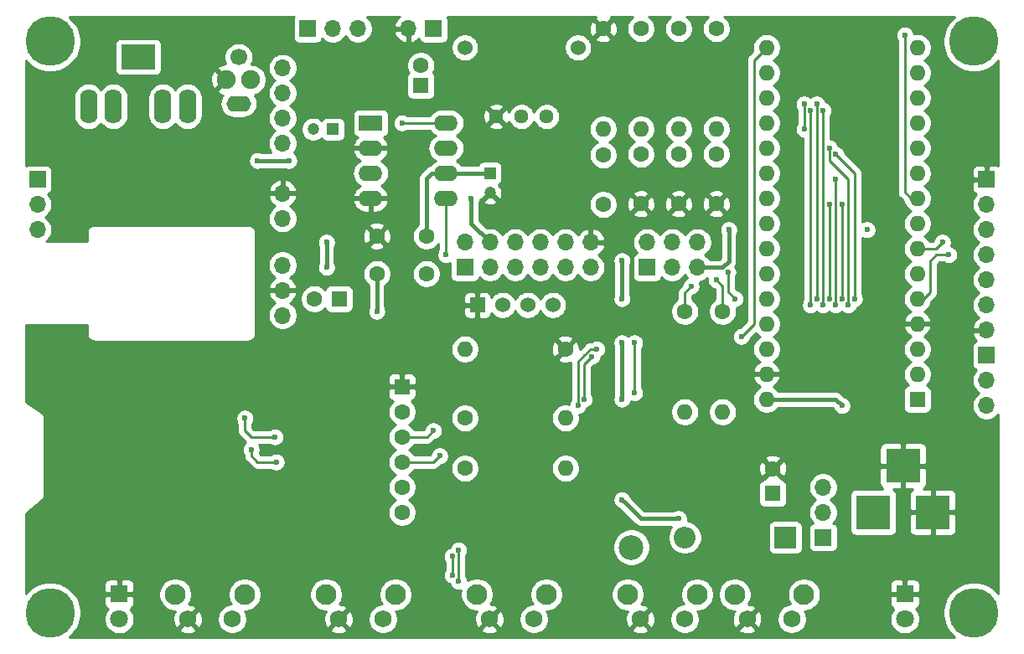
<source format=gbl>
G04 #@! TF.GenerationSoftware,KiCad,Pcbnew,(5.1.5)-3*
G04 #@! TF.CreationDate,2020-06-08T20:19:08+02:00*
G04 #@! TF.ProjectId,8bitWave Module,38626974-5761-4766-9520-4d6f64756c65,rev?*
G04 #@! TF.SameCoordinates,Original*
G04 #@! TF.FileFunction,Copper,L2,Bot*
G04 #@! TF.FilePolarity,Positive*
%FSLAX46Y46*%
G04 Gerber Fmt 4.6, Leading zero omitted, Abs format (unit mm)*
G04 Created by KiCad (PCBNEW (5.1.5)-3) date 2020-06-08 20:19:08*
%MOMM*%
%LPD*%
G04 APERTURE LIST*
%ADD10C,1.600000*%
%ADD11R,1.600000X1.600000*%
%ADD12R,1.700000X1.700000*%
%ADD13O,1.700000X1.700000*%
%ADD14C,1.900000*%
%ADD15O,2.500000X1.600000*%
%ADD16C,1.700000*%
%ADD17C,2.500000*%
%ADD18C,1.524000*%
%ADD19R,1.524000X1.524000*%
%ADD20O,1.600000X1.600000*%
%ADD21O,2.200000X2.200000*%
%ADD22R,2.200000X2.200000*%
%ADD23R,3.500000X3.500000*%
%ADD24C,2.100000*%
%ADD25C,1.750000*%
%ADD26C,5.000000*%
%ADD27R,2.400000X1.600000*%
%ADD28O,2.400000X1.600000*%
%ADD29R,1.200000X1.200000*%
%ADD30C,1.200000*%
%ADD31R,1.800000X1.800000*%
%ADD32C,1.800000*%
%ADD33R,3.500000X2.500000*%
%ADD34O,1.750000X3.500000*%
%ADD35C,1.440000*%
%ADD36C,0.600000*%
%ADD37C,0.250000*%
%ADD38C,0.381000*%
%ADD39C,0.254000*%
G04 APERTURE END LIST*
D10*
X109220000Y-128905000D03*
X109220000Y-126365000D03*
X109220000Y-123825000D03*
X109220000Y-121285000D03*
X109220000Y-118745000D03*
D11*
X109220000Y-116205000D03*
D12*
X112395000Y-80010000D03*
D13*
X109855000Y-80010000D03*
D14*
X93960000Y-85175000D03*
D15*
X92710000Y-87575000D03*
D14*
X91460000Y-85175000D03*
D16*
X92710000Y-82875000D03*
D17*
X132400000Y-132450000D03*
D18*
X124460000Y-107950000D03*
X121920000Y-107950000D03*
X119380000Y-107950000D03*
D19*
X116840000Y-107950000D03*
D13*
X97155000Y-108990000D03*
X97155000Y-106450000D03*
X97155000Y-103910000D03*
X97155000Y-99190000D03*
X97155000Y-96650000D03*
X97155000Y-91590000D03*
X97155000Y-89050000D03*
X97155000Y-86510000D03*
X97155000Y-83970000D03*
X72390000Y-100330000D03*
X72390000Y-97790000D03*
D12*
X72390000Y-95250000D03*
D11*
X161290000Y-117475000D03*
D20*
X146050000Y-84455000D03*
X161290000Y-114935000D03*
X146050000Y-86995000D03*
X161290000Y-112395000D03*
X146050000Y-89535000D03*
X161290000Y-109855000D03*
X146050000Y-92075000D03*
X161290000Y-107315000D03*
X146050000Y-94615000D03*
X161290000Y-104775000D03*
X146050000Y-97155000D03*
X161290000Y-102235000D03*
X146050000Y-99695000D03*
X161290000Y-99695000D03*
X146050000Y-102235000D03*
X161290000Y-97155000D03*
X146050000Y-104775000D03*
X161290000Y-94615000D03*
X146050000Y-107315000D03*
X161290000Y-92075000D03*
X146050000Y-109855000D03*
X161290000Y-89535000D03*
X146050000Y-112395000D03*
X161290000Y-86995000D03*
X146050000Y-114935000D03*
X161290000Y-84455000D03*
X146050000Y-117475000D03*
X161290000Y-81915000D03*
X146050000Y-81915000D03*
D11*
X111125000Y-85725000D03*
D10*
X111125000Y-83725000D03*
D21*
X137795000Y-131445000D03*
D22*
X147955000Y-131445000D03*
D13*
X151765000Y-126365000D03*
X151765000Y-128905000D03*
D12*
X151765000Y-131445000D03*
D13*
X139065000Y-101600000D03*
X139065000Y-104140000D03*
X136525000Y-101600000D03*
X136525000Y-104140000D03*
X133985000Y-101600000D03*
D12*
X133985000Y-104140000D03*
D23*
X159845000Y-124205000D03*
X162845000Y-128905000D03*
X156845000Y-128905000D03*
D12*
X168275000Y-95250000D03*
D13*
X168275000Y-97790000D03*
X168275000Y-100330000D03*
X168275000Y-102870000D03*
X168275000Y-105410000D03*
X168275000Y-107950000D03*
X168275000Y-110490000D03*
D24*
X132035000Y-137210000D03*
D25*
X133295000Y-139700000D03*
X137795000Y-139700000D03*
D24*
X139045000Y-137210000D03*
X142830000Y-137210000D03*
D25*
X144090000Y-139700000D03*
X148590000Y-139700000D03*
D24*
X149840000Y-137210000D03*
X101555000Y-137210000D03*
D25*
X102815000Y-139700000D03*
X107315000Y-139700000D03*
D24*
X108565000Y-137210000D03*
X86315000Y-137210000D03*
D25*
X87575000Y-139700000D03*
X92075000Y-139700000D03*
D24*
X93325000Y-137210000D03*
X116795000Y-137210000D03*
D25*
X118055000Y-139700000D03*
X122555000Y-139700000D03*
D24*
X123805000Y-137210000D03*
D26*
X73660000Y-139065000D03*
X167005000Y-139065000D03*
X167005000Y-81280000D03*
X73660000Y-81280000D03*
D10*
X133350000Y-80010000D03*
D20*
X133350000Y-90170000D03*
D10*
X137160000Y-80010000D03*
D20*
X137160000Y-90170000D03*
D10*
X140970000Y-80010000D03*
D20*
X140970000Y-90170000D03*
D10*
X129540000Y-80010000D03*
D20*
X129540000Y-90170000D03*
D10*
X125730000Y-112395000D03*
D20*
X115570000Y-112395000D03*
D27*
X106045000Y-89535000D03*
D28*
X113665000Y-97155000D03*
X106045000Y-92075000D03*
X113665000Y-94615000D03*
X106045000Y-94615000D03*
X113665000Y-92075000D03*
X106045000Y-97155000D03*
X113665000Y-89535000D03*
D10*
X129540000Y-97790000D03*
X129540000Y-92790000D03*
X133350000Y-92710000D03*
X133350000Y-97710000D03*
X137160000Y-92710000D03*
X137160000Y-97710000D03*
X140970000Y-92710000D03*
X140970000Y-97710000D03*
X111680000Y-100965000D03*
X106680000Y-100965000D03*
D29*
X118110000Y-94615000D03*
D30*
X118110000Y-96615000D03*
D29*
X102235000Y-90170000D03*
D30*
X100235000Y-90170000D03*
D10*
X111680000Y-104775000D03*
X106680000Y-104775000D03*
D11*
X102870000Y-107315000D03*
D10*
X100370000Y-107315000D03*
D31*
X80645000Y-137160000D03*
D32*
X80645000Y-139700000D03*
D10*
X115570000Y-124460000D03*
D20*
X125730000Y-124460000D03*
D33*
X82550000Y-82859000D03*
D34*
X87550000Y-87865000D03*
X77550000Y-87865000D03*
X85050000Y-87865000D03*
X80050000Y-87865000D03*
D31*
X160020000Y-137160000D03*
D32*
X160020000Y-139700000D03*
D10*
X115570000Y-119380000D03*
D20*
X125730000Y-119380000D03*
D12*
X168275000Y-113030000D03*
D13*
X168275000Y-115570000D03*
X168275000Y-118110000D03*
D10*
X137795000Y-108585000D03*
D20*
X137795000Y-118745000D03*
D10*
X141605000Y-108585000D03*
D20*
X141605000Y-118745000D03*
D13*
X128270000Y-101600000D03*
X128270000Y-104140000D03*
X125730000Y-101600000D03*
X125730000Y-104140000D03*
X123190000Y-101600000D03*
X123190000Y-104140000D03*
X120650000Y-101600000D03*
X120650000Y-104140000D03*
X118110000Y-101600000D03*
X118110000Y-104140000D03*
X115570000Y-101600000D03*
D12*
X115570000Y-104140000D03*
D35*
X123825000Y-88900000D03*
X121285000Y-88900000D03*
X118745000Y-88900000D03*
D18*
X127000000Y-81915000D03*
X115570000Y-81915000D03*
D13*
X104775000Y-80010000D03*
X102235000Y-80010000D03*
D12*
X99695000Y-80010000D03*
D10*
X146685000Y-124500000D03*
D11*
X146685000Y-127000000D03*
D36*
X152400000Y-92075000D03*
X154305000Y-107950000D03*
X153035000Y-92710000D03*
X154940000Y-107315000D03*
X153035000Y-95250000D03*
X153035000Y-107950000D03*
X152400000Y-97790000D03*
X152400000Y-107315000D03*
X153670000Y-97790000D03*
X153670000Y-107315000D03*
X149860000Y-90170000D03*
X149860000Y-87630000D03*
X140970000Y-105410000D03*
X138430000Y-106045000D03*
X109220000Y-89535000D03*
X160020000Y-80645000D03*
X151765000Y-88265000D03*
X151765000Y-107950000D03*
X113030000Y-123190000D03*
X151130000Y-107315000D03*
X151130000Y-87630000D03*
X93980000Y-122555000D03*
X96520000Y-123825000D03*
X112395000Y-120650000D03*
X150495000Y-88265000D03*
X150495000Y-107950000D03*
X93345000Y-119380000D03*
X96393000Y-121285000D03*
X143510000Y-111125000D03*
X101600000Y-101600000D03*
X101600000Y-104140000D03*
X106680000Y-108585000D03*
X164465000Y-102870000D03*
X163830000Y-101600000D03*
X156210000Y-100330000D03*
X142875000Y-107315000D03*
X142140812Y-104635040D03*
X128394449Y-113154449D03*
X127635000Y-117475000D03*
X114300000Y-135255000D03*
X114300000Y-133350000D03*
X128905000Y-112395000D03*
X127000000Y-118110000D03*
X114935000Y-135890000D03*
X114935000Y-132715000D03*
X132715000Y-116840000D03*
X132715000Y-111760000D03*
X142240000Y-100330000D03*
X116205000Y-97155000D03*
X113665000Y-102870000D03*
X94615000Y-93345000D03*
X97790000Y-93345000D03*
X153670000Y-118110000D03*
X131445000Y-107315000D03*
X131445000Y-117475000D03*
X137160000Y-129540000D03*
X131445000Y-103449490D03*
X131445000Y-127635000D03*
X131445000Y-111760000D03*
D37*
X152400000Y-93345000D02*
X152400000Y-92075000D01*
X154305000Y-107950000D02*
X154305000Y-95250000D01*
X154305000Y-95250000D02*
X152400000Y-93345000D01*
X154940000Y-94615000D02*
X154940000Y-107315000D01*
X153035000Y-92710000D02*
X154940000Y-94615000D01*
X153035000Y-95250000D02*
X153035000Y-107950000D01*
X152400000Y-97790000D02*
X152400000Y-107315000D01*
X153670000Y-97790000D02*
X153670000Y-107315000D01*
X149860000Y-90170000D02*
X149860000Y-87630000D01*
X141605000Y-108585000D02*
X141605000Y-106045000D01*
X141605000Y-106045000D02*
X140970000Y-105410000D01*
X137795000Y-107950000D02*
X137795000Y-106680000D01*
X137795000Y-106680000D02*
X138430000Y-106045000D01*
X137795000Y-107950000D02*
X137795000Y-108585000D01*
X109220000Y-89535000D02*
X113665000Y-89535000D01*
X161290000Y-97155000D02*
X160655000Y-97155000D01*
X160655000Y-97155000D02*
X160020000Y-96520000D01*
X160020000Y-96520000D02*
X160020000Y-80645000D01*
X151765000Y-88265000D02*
X151765000Y-107950000D01*
X109220000Y-123825000D02*
X112395000Y-123825000D01*
X112395000Y-123825000D02*
X113030000Y-123190000D01*
X151130000Y-88900000D02*
X151130000Y-107315000D01*
X151130000Y-87630000D02*
X151130000Y-88900000D01*
X93980000Y-122555000D02*
X93980000Y-123190000D01*
X93980000Y-123190000D02*
X94615000Y-123825000D01*
X94615000Y-123825000D02*
X96520000Y-123825000D01*
X109220000Y-121285000D02*
X111760000Y-121285000D01*
X111760000Y-121285000D02*
X112395000Y-120650000D01*
X150495000Y-88265000D02*
X150495000Y-107950000D01*
X93345000Y-119380000D02*
X93345000Y-120650000D01*
X93345000Y-120650000D02*
X93980000Y-121285000D01*
X93980000Y-121285000D02*
X96393000Y-121285000D01*
X144780000Y-83185000D02*
X144780000Y-109220000D01*
X146050000Y-81915000D02*
X144780000Y-83185000D01*
X144780000Y-109220000D02*
X144780000Y-109855000D01*
X144780000Y-109855000D02*
X143510000Y-111125000D01*
D38*
X101600000Y-101600000D02*
X101600000Y-104140000D01*
X106680000Y-108585000D02*
X106680000Y-104775000D01*
D37*
X161290000Y-107315000D02*
X161925000Y-107315000D01*
X161925000Y-107315000D02*
X162560000Y-106680000D01*
X162560000Y-106680000D02*
X162560000Y-103505000D01*
X162560000Y-103505000D02*
X163195000Y-102870000D01*
X163195000Y-102870000D02*
X164465000Y-102870000D01*
X161290000Y-102235000D02*
X163195000Y-102235000D01*
X163195000Y-102235000D02*
X163830000Y-101600000D01*
X161290000Y-102235000D02*
X161925000Y-102235000D01*
X142875000Y-107315000D02*
X142140812Y-106580812D01*
X142140812Y-106580812D02*
X142140812Y-104635040D01*
X127635000Y-113913898D02*
X127635000Y-117475000D01*
X128394449Y-113154449D02*
X127635000Y-113913898D01*
X114300000Y-135255000D02*
X114300000Y-133350000D01*
X128905000Y-112395000D02*
X128270000Y-112395000D01*
X128270000Y-112395000D02*
X127635000Y-113030000D01*
X127635000Y-113030000D02*
X127000000Y-113665000D01*
X127000000Y-113665000D02*
X127000000Y-118110000D01*
X114935000Y-135890000D02*
X114935000Y-132715000D01*
X132715000Y-116840000D02*
X132715000Y-111760000D01*
D38*
X142240000Y-100330000D02*
X142240000Y-103505000D01*
X141605000Y-104140000D02*
X139065000Y-104140000D01*
X142240000Y-103505000D02*
X141605000Y-104140000D01*
X116205000Y-99695000D02*
X116205000Y-97155000D01*
X118110000Y-101600000D02*
X116205000Y-99695000D01*
D37*
X113665000Y-97155000D02*
X113665000Y-102870000D01*
D38*
X97790000Y-93345000D02*
X94615000Y-93345000D01*
X153035000Y-117475000D02*
X153670000Y-118110000D01*
X146050000Y-117475000D02*
X153035000Y-117475000D01*
X113665000Y-94615000D02*
X118110000Y-94615000D01*
X111680000Y-95150000D02*
X112215000Y-94615000D01*
X111680000Y-100965000D02*
X111680000Y-95150000D01*
X112215000Y-94615000D02*
X113665000Y-94615000D01*
X131445000Y-107315000D02*
X131445000Y-103449490D01*
X133350000Y-129540000D02*
X131744999Y-127934999D01*
X137160000Y-129540000D02*
X133350000Y-129540000D01*
X131744999Y-127934999D02*
X131445000Y-127635000D01*
X131445000Y-117475000D02*
X131445000Y-111760000D01*
D39*
G36*
X98255498Y-78915820D02*
G01*
X98219188Y-79035518D01*
X98206928Y-79160000D01*
X98206928Y-80860000D01*
X98219188Y-80984482D01*
X98255498Y-81104180D01*
X98314463Y-81214494D01*
X98393815Y-81311185D01*
X98490506Y-81390537D01*
X98600820Y-81449502D01*
X98720518Y-81485812D01*
X98845000Y-81498072D01*
X100545000Y-81498072D01*
X100669482Y-81485812D01*
X100789180Y-81449502D01*
X100899494Y-81390537D01*
X100996185Y-81311185D01*
X101075537Y-81214494D01*
X101134502Y-81104180D01*
X101156513Y-81031620D01*
X101288368Y-81163475D01*
X101531589Y-81325990D01*
X101801842Y-81437932D01*
X102088740Y-81495000D01*
X102381260Y-81495000D01*
X102668158Y-81437932D01*
X102938411Y-81325990D01*
X103181632Y-81163475D01*
X103388475Y-80956632D01*
X103505000Y-80782240D01*
X103621525Y-80956632D01*
X103828368Y-81163475D01*
X104071589Y-81325990D01*
X104341842Y-81437932D01*
X104628740Y-81495000D01*
X104921260Y-81495000D01*
X105208158Y-81437932D01*
X105478411Y-81325990D01*
X105721632Y-81163475D01*
X105928475Y-80956632D01*
X106090990Y-80713411D01*
X106202932Y-80443158D01*
X106218102Y-80366891D01*
X108413519Y-80366891D01*
X108510843Y-80641252D01*
X108659822Y-80891355D01*
X108854731Y-81107588D01*
X109088080Y-81281641D01*
X109350901Y-81406825D01*
X109498110Y-81451476D01*
X109728000Y-81330155D01*
X109728000Y-80137000D01*
X108534186Y-80137000D01*
X108413519Y-80366891D01*
X106218102Y-80366891D01*
X106260000Y-80156260D01*
X106260000Y-79863740D01*
X106202932Y-79576842D01*
X106090990Y-79306589D01*
X105928475Y-79063368D01*
X105721632Y-78856525D01*
X105659485Y-78815000D01*
X108985329Y-78815000D01*
X108854731Y-78912412D01*
X108659822Y-79128645D01*
X108510843Y-79378748D01*
X108413519Y-79653109D01*
X108534186Y-79883000D01*
X109728000Y-79883000D01*
X109728000Y-79863000D01*
X109982000Y-79863000D01*
X109982000Y-79883000D01*
X110002000Y-79883000D01*
X110002000Y-80137000D01*
X109982000Y-80137000D01*
X109982000Y-81330155D01*
X110211890Y-81451476D01*
X110359099Y-81406825D01*
X110621920Y-81281641D01*
X110855269Y-81107588D01*
X110931034Y-81023534D01*
X110955498Y-81104180D01*
X111014463Y-81214494D01*
X111093815Y-81311185D01*
X111190506Y-81390537D01*
X111300820Y-81449502D01*
X111420518Y-81485812D01*
X111545000Y-81498072D01*
X113245000Y-81498072D01*
X113369482Y-81485812D01*
X113489180Y-81449502D01*
X113599494Y-81390537D01*
X113696185Y-81311185D01*
X113775537Y-81214494D01*
X113834502Y-81104180D01*
X113870812Y-80984482D01*
X113883072Y-80860000D01*
X113883072Y-80080512D01*
X128099783Y-80080512D01*
X128141213Y-80360130D01*
X128236397Y-80626292D01*
X128303329Y-80751514D01*
X128547298Y-80823097D01*
X129360395Y-80010000D01*
X129719605Y-80010000D01*
X130532702Y-80823097D01*
X130776671Y-80751514D01*
X130897571Y-80496004D01*
X130966300Y-80221816D01*
X130980217Y-79939488D01*
X130938787Y-79659870D01*
X130843603Y-79393708D01*
X130776671Y-79268486D01*
X130532702Y-79196903D01*
X129719605Y-80010000D01*
X129360395Y-80010000D01*
X128547298Y-79196903D01*
X128303329Y-79268486D01*
X128182429Y-79523996D01*
X128113700Y-79798184D01*
X128099783Y-80080512D01*
X113883072Y-80080512D01*
X113883072Y-79160000D01*
X113870812Y-79035518D01*
X113834502Y-78915820D01*
X113780612Y-78815000D01*
X128786259Y-78815000D01*
X128726903Y-79017298D01*
X129540000Y-79830395D01*
X130353097Y-79017298D01*
X130293741Y-78815000D01*
X132555513Y-78815000D01*
X132435241Y-78895363D01*
X132235363Y-79095241D01*
X132078320Y-79330273D01*
X131970147Y-79591426D01*
X131915000Y-79868665D01*
X131915000Y-80151335D01*
X131970147Y-80428574D01*
X132078320Y-80689727D01*
X132235363Y-80924759D01*
X132435241Y-81124637D01*
X132670273Y-81281680D01*
X132931426Y-81389853D01*
X133208665Y-81445000D01*
X133491335Y-81445000D01*
X133768574Y-81389853D01*
X134029727Y-81281680D01*
X134264759Y-81124637D01*
X134464637Y-80924759D01*
X134621680Y-80689727D01*
X134729853Y-80428574D01*
X134785000Y-80151335D01*
X134785000Y-79868665D01*
X134729853Y-79591426D01*
X134621680Y-79330273D01*
X134464637Y-79095241D01*
X134264759Y-78895363D01*
X134144487Y-78815000D01*
X136365513Y-78815000D01*
X136245241Y-78895363D01*
X136045363Y-79095241D01*
X135888320Y-79330273D01*
X135780147Y-79591426D01*
X135725000Y-79868665D01*
X135725000Y-80151335D01*
X135780147Y-80428574D01*
X135888320Y-80689727D01*
X136045363Y-80924759D01*
X136245241Y-81124637D01*
X136480273Y-81281680D01*
X136741426Y-81389853D01*
X137018665Y-81445000D01*
X137301335Y-81445000D01*
X137578574Y-81389853D01*
X137839727Y-81281680D01*
X138074759Y-81124637D01*
X138274637Y-80924759D01*
X138431680Y-80689727D01*
X138539853Y-80428574D01*
X138595000Y-80151335D01*
X138595000Y-79868665D01*
X138539853Y-79591426D01*
X138431680Y-79330273D01*
X138274637Y-79095241D01*
X138074759Y-78895363D01*
X137954487Y-78815000D01*
X140175513Y-78815000D01*
X140055241Y-78895363D01*
X139855363Y-79095241D01*
X139698320Y-79330273D01*
X139590147Y-79591426D01*
X139535000Y-79868665D01*
X139535000Y-80151335D01*
X139590147Y-80428574D01*
X139698320Y-80689727D01*
X139855363Y-80924759D01*
X140055241Y-81124637D01*
X140290273Y-81281680D01*
X140551426Y-81389853D01*
X140828665Y-81445000D01*
X141111335Y-81445000D01*
X141388574Y-81389853D01*
X141649727Y-81281680D01*
X141884759Y-81124637D01*
X142084637Y-80924759D01*
X142241680Y-80689727D01*
X142349853Y-80428574D01*
X142405000Y-80151335D01*
X142405000Y-79868665D01*
X142349853Y-79591426D01*
X142241680Y-79330273D01*
X142084637Y-79095241D01*
X141884759Y-78895363D01*
X141764487Y-78815000D01*
X165051282Y-78815000D01*
X165006554Y-78844886D01*
X164569886Y-79281554D01*
X164226799Y-79795021D01*
X163990476Y-80365554D01*
X163870000Y-80971229D01*
X163870000Y-81588771D01*
X163990476Y-82194446D01*
X164226799Y-82764979D01*
X164569886Y-83278446D01*
X165006554Y-83715114D01*
X165520021Y-84058201D01*
X166090554Y-84294524D01*
X166696229Y-84415000D01*
X167313771Y-84415000D01*
X167919446Y-84294524D01*
X168489979Y-84058201D01*
X169003446Y-83715114D01*
X169440114Y-83278446D01*
X169470001Y-83233717D01*
X169470001Y-93864389D01*
X169369180Y-93810498D01*
X169249482Y-93774188D01*
X169125000Y-93761928D01*
X168560750Y-93765000D01*
X168402000Y-93923750D01*
X168402000Y-95123000D01*
X168422000Y-95123000D01*
X168422000Y-95377000D01*
X168402000Y-95377000D01*
X168402000Y-95397000D01*
X168148000Y-95397000D01*
X168148000Y-95377000D01*
X166948750Y-95377000D01*
X166790000Y-95535750D01*
X166786928Y-96100000D01*
X166799188Y-96224482D01*
X166835498Y-96344180D01*
X166894463Y-96454494D01*
X166973815Y-96551185D01*
X167070506Y-96630537D01*
X167180820Y-96689502D01*
X167253380Y-96711513D01*
X167121525Y-96843368D01*
X166959010Y-97086589D01*
X166847068Y-97356842D01*
X166790000Y-97643740D01*
X166790000Y-97936260D01*
X166847068Y-98223158D01*
X166959010Y-98493411D01*
X167121525Y-98736632D01*
X167328368Y-98943475D01*
X167502760Y-99060000D01*
X167328368Y-99176525D01*
X167121525Y-99383368D01*
X166959010Y-99626589D01*
X166847068Y-99896842D01*
X166790000Y-100183740D01*
X166790000Y-100476260D01*
X166847068Y-100763158D01*
X166959010Y-101033411D01*
X167121525Y-101276632D01*
X167328368Y-101483475D01*
X167502760Y-101600000D01*
X167328368Y-101716525D01*
X167121525Y-101923368D01*
X166959010Y-102166589D01*
X166847068Y-102436842D01*
X166790000Y-102723740D01*
X166790000Y-103016260D01*
X166847068Y-103303158D01*
X166959010Y-103573411D01*
X167121525Y-103816632D01*
X167328368Y-104023475D01*
X167502760Y-104140000D01*
X167328368Y-104256525D01*
X167121525Y-104463368D01*
X166959010Y-104706589D01*
X166847068Y-104976842D01*
X166790000Y-105263740D01*
X166790000Y-105556260D01*
X166847068Y-105843158D01*
X166959010Y-106113411D01*
X167121525Y-106356632D01*
X167328368Y-106563475D01*
X167502760Y-106680000D01*
X167328368Y-106796525D01*
X167121525Y-107003368D01*
X166959010Y-107246589D01*
X166847068Y-107516842D01*
X166790000Y-107803740D01*
X166790000Y-108096260D01*
X166847068Y-108383158D01*
X166959010Y-108653411D01*
X167121525Y-108896632D01*
X167328368Y-109103475D01*
X167510534Y-109225195D01*
X167393645Y-109294822D01*
X167177412Y-109489731D01*
X167003359Y-109723080D01*
X166878175Y-109985901D01*
X166833524Y-110133110D01*
X166954845Y-110363000D01*
X168148000Y-110363000D01*
X168148000Y-110343000D01*
X168402000Y-110343000D01*
X168402000Y-110363000D01*
X168422000Y-110363000D01*
X168422000Y-110617000D01*
X168402000Y-110617000D01*
X168402000Y-110637000D01*
X168148000Y-110637000D01*
X168148000Y-110617000D01*
X166954845Y-110617000D01*
X166833524Y-110846890D01*
X166878175Y-110994099D01*
X167003359Y-111256920D01*
X167177412Y-111490269D01*
X167261466Y-111566034D01*
X167180820Y-111590498D01*
X167070506Y-111649463D01*
X166973815Y-111728815D01*
X166894463Y-111825506D01*
X166835498Y-111935820D01*
X166799188Y-112055518D01*
X166786928Y-112180000D01*
X166786928Y-113880000D01*
X166799188Y-114004482D01*
X166835498Y-114124180D01*
X166894463Y-114234494D01*
X166973815Y-114331185D01*
X167070506Y-114410537D01*
X167180820Y-114469502D01*
X167253380Y-114491513D01*
X167121525Y-114623368D01*
X166959010Y-114866589D01*
X166847068Y-115136842D01*
X166790000Y-115423740D01*
X166790000Y-115716260D01*
X166847068Y-116003158D01*
X166959010Y-116273411D01*
X167121525Y-116516632D01*
X167328368Y-116723475D01*
X167502760Y-116840000D01*
X167328368Y-116956525D01*
X167121525Y-117163368D01*
X166959010Y-117406589D01*
X166847068Y-117676842D01*
X166790000Y-117963740D01*
X166790000Y-118256260D01*
X166847068Y-118543158D01*
X166959010Y-118813411D01*
X167121525Y-119056632D01*
X167328368Y-119263475D01*
X167571589Y-119425990D01*
X167841842Y-119537932D01*
X168128740Y-119595000D01*
X168421260Y-119595000D01*
X168708158Y-119537932D01*
X168978411Y-119425990D01*
X169221632Y-119263475D01*
X169428475Y-119056632D01*
X169470000Y-118994485D01*
X169470000Y-137111282D01*
X169440114Y-137066554D01*
X169003446Y-136629886D01*
X168489979Y-136286799D01*
X167919446Y-136050476D01*
X167313771Y-135930000D01*
X166696229Y-135930000D01*
X166090554Y-136050476D01*
X165520021Y-136286799D01*
X165006554Y-136629886D01*
X164569886Y-137066554D01*
X164226799Y-137580021D01*
X163990476Y-138150554D01*
X163870000Y-138756229D01*
X163870000Y-139373771D01*
X163990476Y-139979446D01*
X164226799Y-140549979D01*
X164569886Y-141063446D01*
X165006554Y-141500114D01*
X165051282Y-141530000D01*
X75613718Y-141530000D01*
X75658446Y-141500114D01*
X76095114Y-141063446D01*
X76438201Y-140549979D01*
X76674524Y-139979446D01*
X76795000Y-139373771D01*
X76795000Y-138756229D01*
X76674524Y-138150554D01*
X76637016Y-138060000D01*
X79106928Y-138060000D01*
X79119188Y-138184482D01*
X79155498Y-138304180D01*
X79214463Y-138414494D01*
X79293815Y-138511185D01*
X79390506Y-138590537D01*
X79500820Y-138649502D01*
X79519127Y-138655056D01*
X79452688Y-138721495D01*
X79284701Y-138972905D01*
X79168989Y-139252257D01*
X79110000Y-139548816D01*
X79110000Y-139851184D01*
X79168989Y-140147743D01*
X79284701Y-140427095D01*
X79452688Y-140678505D01*
X79666495Y-140892312D01*
X79917905Y-141060299D01*
X80197257Y-141176011D01*
X80493816Y-141235000D01*
X80796184Y-141235000D01*
X81092743Y-141176011D01*
X81372095Y-141060299D01*
X81623505Y-140892312D01*
X81769577Y-140746240D01*
X86708365Y-140746240D01*
X86789025Y-140997868D01*
X87057329Y-141126267D01*
X87345526Y-141199855D01*
X87642543Y-141215804D01*
X87936963Y-141173501D01*
X88217474Y-141074572D01*
X88360975Y-140997868D01*
X88441635Y-140746240D01*
X87575000Y-139879605D01*
X86708365Y-140746240D01*
X81769577Y-140746240D01*
X81837312Y-140678505D01*
X82005299Y-140427095D01*
X82121011Y-140147743D01*
X82180000Y-139851184D01*
X82180000Y-139548816D01*
X82121011Y-139252257D01*
X82005299Y-138972905D01*
X81837312Y-138721495D01*
X81770873Y-138655056D01*
X81789180Y-138649502D01*
X81899494Y-138590537D01*
X81996185Y-138511185D01*
X82075537Y-138414494D01*
X82134502Y-138304180D01*
X82170812Y-138184482D01*
X82183072Y-138060000D01*
X82180000Y-137445750D01*
X82021250Y-137287000D01*
X80772000Y-137287000D01*
X80772000Y-137307000D01*
X80518000Y-137307000D01*
X80518000Y-137287000D01*
X79268750Y-137287000D01*
X79110000Y-137445750D01*
X79106928Y-138060000D01*
X76637016Y-138060000D01*
X76438201Y-137580021D01*
X76095114Y-137066554D01*
X76072602Y-137044042D01*
X84630000Y-137044042D01*
X84630000Y-137375958D01*
X84694754Y-137701496D01*
X84821772Y-138008147D01*
X85006175Y-138284125D01*
X85240875Y-138518825D01*
X85516853Y-138703228D01*
X85823504Y-138830246D01*
X86149042Y-138895000D01*
X86336483Y-138895000D01*
X86277132Y-138914025D01*
X86148733Y-139182329D01*
X86075145Y-139470526D01*
X86059196Y-139767543D01*
X86101499Y-140061963D01*
X86200428Y-140342474D01*
X86277132Y-140485975D01*
X86528760Y-140566635D01*
X87395395Y-139700000D01*
X87754605Y-139700000D01*
X88621240Y-140566635D01*
X88872868Y-140485975D01*
X89001267Y-140217671D01*
X89074855Y-139929474D01*
X89090804Y-139632457D01*
X89079140Y-139551278D01*
X90565000Y-139551278D01*
X90565000Y-139848722D01*
X90623029Y-140140451D01*
X90736856Y-140415253D01*
X90902107Y-140662569D01*
X91112431Y-140872893D01*
X91359747Y-141038144D01*
X91634549Y-141151971D01*
X91926278Y-141210000D01*
X92223722Y-141210000D01*
X92515451Y-141151971D01*
X92790253Y-141038144D01*
X93037569Y-140872893D01*
X93164222Y-140746240D01*
X101948365Y-140746240D01*
X102029025Y-140997868D01*
X102297329Y-141126267D01*
X102585526Y-141199855D01*
X102882543Y-141215804D01*
X103176963Y-141173501D01*
X103457474Y-141074572D01*
X103600975Y-140997868D01*
X103681635Y-140746240D01*
X102815000Y-139879605D01*
X101948365Y-140746240D01*
X93164222Y-140746240D01*
X93247893Y-140662569D01*
X93413144Y-140415253D01*
X93526971Y-140140451D01*
X93585000Y-139848722D01*
X93585000Y-139551278D01*
X93526971Y-139259549D01*
X93413144Y-138984747D01*
X93353177Y-138895000D01*
X93490958Y-138895000D01*
X93816496Y-138830246D01*
X94123147Y-138703228D01*
X94399125Y-138518825D01*
X94633825Y-138284125D01*
X94818228Y-138008147D01*
X94945246Y-137701496D01*
X95010000Y-137375958D01*
X95010000Y-137044042D01*
X99870000Y-137044042D01*
X99870000Y-137375958D01*
X99934754Y-137701496D01*
X100061772Y-138008147D01*
X100246175Y-138284125D01*
X100480875Y-138518825D01*
X100756853Y-138703228D01*
X101063504Y-138830246D01*
X101389042Y-138895000D01*
X101576483Y-138895000D01*
X101517132Y-138914025D01*
X101388733Y-139182329D01*
X101315145Y-139470526D01*
X101299196Y-139767543D01*
X101341499Y-140061963D01*
X101440428Y-140342474D01*
X101517132Y-140485975D01*
X101768760Y-140566635D01*
X102635395Y-139700000D01*
X102994605Y-139700000D01*
X103861240Y-140566635D01*
X104112868Y-140485975D01*
X104241267Y-140217671D01*
X104314855Y-139929474D01*
X104330804Y-139632457D01*
X104319140Y-139551278D01*
X105805000Y-139551278D01*
X105805000Y-139848722D01*
X105863029Y-140140451D01*
X105976856Y-140415253D01*
X106142107Y-140662569D01*
X106352431Y-140872893D01*
X106599747Y-141038144D01*
X106874549Y-141151971D01*
X107166278Y-141210000D01*
X107463722Y-141210000D01*
X107755451Y-141151971D01*
X108030253Y-141038144D01*
X108277569Y-140872893D01*
X108404222Y-140746240D01*
X117188365Y-140746240D01*
X117269025Y-140997868D01*
X117537329Y-141126267D01*
X117825526Y-141199855D01*
X118122543Y-141215804D01*
X118416963Y-141173501D01*
X118697474Y-141074572D01*
X118840975Y-140997868D01*
X118921635Y-140746240D01*
X118055000Y-139879605D01*
X117188365Y-140746240D01*
X108404222Y-140746240D01*
X108487893Y-140662569D01*
X108653144Y-140415253D01*
X108766971Y-140140451D01*
X108825000Y-139848722D01*
X108825000Y-139551278D01*
X108766971Y-139259549D01*
X108653144Y-138984747D01*
X108593177Y-138895000D01*
X108730958Y-138895000D01*
X109056496Y-138830246D01*
X109363147Y-138703228D01*
X109639125Y-138518825D01*
X109873825Y-138284125D01*
X110058228Y-138008147D01*
X110185246Y-137701496D01*
X110250000Y-137375958D01*
X110250000Y-137044042D01*
X110185246Y-136718504D01*
X110058228Y-136411853D01*
X109873825Y-136135875D01*
X109639125Y-135901175D01*
X109363147Y-135716772D01*
X109056496Y-135589754D01*
X108730958Y-135525000D01*
X108399042Y-135525000D01*
X108073504Y-135589754D01*
X107766853Y-135716772D01*
X107490875Y-135901175D01*
X107256175Y-136135875D01*
X107071772Y-136411853D01*
X106944754Y-136718504D01*
X106880000Y-137044042D01*
X106880000Y-137375958D01*
X106944754Y-137701496D01*
X107071772Y-138008147D01*
X107193283Y-138190000D01*
X107166278Y-138190000D01*
X106874549Y-138248029D01*
X106599747Y-138361856D01*
X106352431Y-138527107D01*
X106142107Y-138737431D01*
X105976856Y-138984747D01*
X105863029Y-139259549D01*
X105805000Y-139551278D01*
X104319140Y-139551278D01*
X104288501Y-139338037D01*
X104189572Y-139057526D01*
X104112868Y-138914025D01*
X103861240Y-138833365D01*
X102994605Y-139700000D01*
X102635395Y-139700000D01*
X102621253Y-139685858D01*
X102800858Y-139506253D01*
X102815000Y-139520395D01*
X103681635Y-138653760D01*
X103600975Y-138402132D01*
X103332671Y-138273733D01*
X103044474Y-138200145D01*
X102924252Y-138193689D01*
X103048228Y-138008147D01*
X103175246Y-137701496D01*
X103240000Y-137375958D01*
X103240000Y-137044042D01*
X103175246Y-136718504D01*
X103048228Y-136411853D01*
X102863825Y-136135875D01*
X102629125Y-135901175D01*
X102353147Y-135716772D01*
X102046496Y-135589754D01*
X101720958Y-135525000D01*
X101389042Y-135525000D01*
X101063504Y-135589754D01*
X100756853Y-135716772D01*
X100480875Y-135901175D01*
X100246175Y-136135875D01*
X100061772Y-136411853D01*
X99934754Y-136718504D01*
X99870000Y-137044042D01*
X95010000Y-137044042D01*
X94945246Y-136718504D01*
X94818228Y-136411853D01*
X94633825Y-136135875D01*
X94399125Y-135901175D01*
X94123147Y-135716772D01*
X93816496Y-135589754D01*
X93490958Y-135525000D01*
X93159042Y-135525000D01*
X92833504Y-135589754D01*
X92526853Y-135716772D01*
X92250875Y-135901175D01*
X92016175Y-136135875D01*
X91831772Y-136411853D01*
X91704754Y-136718504D01*
X91640000Y-137044042D01*
X91640000Y-137375958D01*
X91704754Y-137701496D01*
X91831772Y-138008147D01*
X91953283Y-138190000D01*
X91926278Y-138190000D01*
X91634549Y-138248029D01*
X91359747Y-138361856D01*
X91112431Y-138527107D01*
X90902107Y-138737431D01*
X90736856Y-138984747D01*
X90623029Y-139259549D01*
X90565000Y-139551278D01*
X89079140Y-139551278D01*
X89048501Y-139338037D01*
X88949572Y-139057526D01*
X88872868Y-138914025D01*
X88621240Y-138833365D01*
X87754605Y-139700000D01*
X87395395Y-139700000D01*
X87381253Y-139685858D01*
X87560858Y-139506253D01*
X87575000Y-139520395D01*
X88441635Y-138653760D01*
X88360975Y-138402132D01*
X88092671Y-138273733D01*
X87804474Y-138200145D01*
X87684252Y-138193689D01*
X87808228Y-138008147D01*
X87935246Y-137701496D01*
X88000000Y-137375958D01*
X88000000Y-137044042D01*
X87935246Y-136718504D01*
X87808228Y-136411853D01*
X87623825Y-136135875D01*
X87389125Y-135901175D01*
X87113147Y-135716772D01*
X86806496Y-135589754D01*
X86480958Y-135525000D01*
X86149042Y-135525000D01*
X85823504Y-135589754D01*
X85516853Y-135716772D01*
X85240875Y-135901175D01*
X85006175Y-136135875D01*
X84821772Y-136411853D01*
X84694754Y-136718504D01*
X84630000Y-137044042D01*
X76072602Y-137044042D01*
X75658446Y-136629886D01*
X75144979Y-136286799D01*
X75080281Y-136260000D01*
X79106928Y-136260000D01*
X79110000Y-136874250D01*
X79268750Y-137033000D01*
X80518000Y-137033000D01*
X80518000Y-135783750D01*
X80772000Y-135783750D01*
X80772000Y-137033000D01*
X82021250Y-137033000D01*
X82180000Y-136874250D01*
X82183072Y-136260000D01*
X82170812Y-136135518D01*
X82134502Y-136015820D01*
X82075537Y-135905506D01*
X81996185Y-135808815D01*
X81899494Y-135729463D01*
X81789180Y-135670498D01*
X81669482Y-135634188D01*
X81545000Y-135621928D01*
X80930750Y-135625000D01*
X80772000Y-135783750D01*
X80518000Y-135783750D01*
X80359250Y-135625000D01*
X79745000Y-135621928D01*
X79620518Y-135634188D01*
X79500820Y-135670498D01*
X79390506Y-135729463D01*
X79293815Y-135808815D01*
X79214463Y-135905506D01*
X79155498Y-136015820D01*
X79119188Y-136135518D01*
X79106928Y-136260000D01*
X75080281Y-136260000D01*
X74574446Y-136050476D01*
X73968771Y-135930000D01*
X73351229Y-135930000D01*
X72745554Y-136050476D01*
X72175021Y-136286799D01*
X71661554Y-136629886D01*
X71224886Y-137066554D01*
X71195000Y-137111282D01*
X71195000Y-133257911D01*
X113365000Y-133257911D01*
X113365000Y-133442089D01*
X113400932Y-133622729D01*
X113471414Y-133792889D01*
X113540001Y-133895536D01*
X113540000Y-134709464D01*
X113471414Y-134812111D01*
X113400932Y-134982271D01*
X113365000Y-135162911D01*
X113365000Y-135347089D01*
X113400932Y-135527729D01*
X113471414Y-135697889D01*
X113573738Y-135851028D01*
X113703972Y-135981262D01*
X113857111Y-136083586D01*
X114027271Y-136154068D01*
X114034495Y-136155505D01*
X114035932Y-136162729D01*
X114106414Y-136332889D01*
X114208738Y-136486028D01*
X114338972Y-136616262D01*
X114492111Y-136718586D01*
X114662271Y-136789068D01*
X114842911Y-136825000D01*
X115027089Y-136825000D01*
X115158781Y-136798804D01*
X115110000Y-137044042D01*
X115110000Y-137375958D01*
X115174754Y-137701496D01*
X115301772Y-138008147D01*
X115486175Y-138284125D01*
X115720875Y-138518825D01*
X115996853Y-138703228D01*
X116303504Y-138830246D01*
X116629042Y-138895000D01*
X116816483Y-138895000D01*
X116757132Y-138914025D01*
X116628733Y-139182329D01*
X116555145Y-139470526D01*
X116539196Y-139767543D01*
X116581499Y-140061963D01*
X116680428Y-140342474D01*
X116757132Y-140485975D01*
X117008760Y-140566635D01*
X117875395Y-139700000D01*
X118234605Y-139700000D01*
X119101240Y-140566635D01*
X119352868Y-140485975D01*
X119481267Y-140217671D01*
X119554855Y-139929474D01*
X119570804Y-139632457D01*
X119559140Y-139551278D01*
X121045000Y-139551278D01*
X121045000Y-139848722D01*
X121103029Y-140140451D01*
X121216856Y-140415253D01*
X121382107Y-140662569D01*
X121592431Y-140872893D01*
X121839747Y-141038144D01*
X122114549Y-141151971D01*
X122406278Y-141210000D01*
X122703722Y-141210000D01*
X122995451Y-141151971D01*
X123270253Y-141038144D01*
X123517569Y-140872893D01*
X123644222Y-140746240D01*
X132428365Y-140746240D01*
X132509025Y-140997868D01*
X132777329Y-141126267D01*
X133065526Y-141199855D01*
X133362543Y-141215804D01*
X133656963Y-141173501D01*
X133937474Y-141074572D01*
X134080975Y-140997868D01*
X134161635Y-140746240D01*
X133295000Y-139879605D01*
X132428365Y-140746240D01*
X123644222Y-140746240D01*
X123727893Y-140662569D01*
X123893144Y-140415253D01*
X124006971Y-140140451D01*
X124065000Y-139848722D01*
X124065000Y-139551278D01*
X124006971Y-139259549D01*
X123893144Y-138984747D01*
X123833177Y-138895000D01*
X123970958Y-138895000D01*
X124296496Y-138830246D01*
X124603147Y-138703228D01*
X124879125Y-138518825D01*
X125113825Y-138284125D01*
X125298228Y-138008147D01*
X125425246Y-137701496D01*
X125490000Y-137375958D01*
X125490000Y-137044042D01*
X130350000Y-137044042D01*
X130350000Y-137375958D01*
X130414754Y-137701496D01*
X130541772Y-138008147D01*
X130726175Y-138284125D01*
X130960875Y-138518825D01*
X131236853Y-138703228D01*
X131543504Y-138830246D01*
X131869042Y-138895000D01*
X132056483Y-138895000D01*
X131997132Y-138914025D01*
X131868733Y-139182329D01*
X131795145Y-139470526D01*
X131779196Y-139767543D01*
X131821499Y-140061963D01*
X131920428Y-140342474D01*
X131997132Y-140485975D01*
X132248760Y-140566635D01*
X133115395Y-139700000D01*
X133474605Y-139700000D01*
X134341240Y-140566635D01*
X134592868Y-140485975D01*
X134721267Y-140217671D01*
X134794855Y-139929474D01*
X134810804Y-139632457D01*
X134799140Y-139551278D01*
X136285000Y-139551278D01*
X136285000Y-139848722D01*
X136343029Y-140140451D01*
X136456856Y-140415253D01*
X136622107Y-140662569D01*
X136832431Y-140872893D01*
X137079747Y-141038144D01*
X137354549Y-141151971D01*
X137646278Y-141210000D01*
X137943722Y-141210000D01*
X138235451Y-141151971D01*
X138510253Y-141038144D01*
X138757569Y-140872893D01*
X138884222Y-140746240D01*
X143223365Y-140746240D01*
X143304025Y-140997868D01*
X143572329Y-141126267D01*
X143860526Y-141199855D01*
X144157543Y-141215804D01*
X144451963Y-141173501D01*
X144732474Y-141074572D01*
X144875975Y-140997868D01*
X144956635Y-140746240D01*
X144090000Y-139879605D01*
X143223365Y-140746240D01*
X138884222Y-140746240D01*
X138967893Y-140662569D01*
X139133144Y-140415253D01*
X139246971Y-140140451D01*
X139305000Y-139848722D01*
X139305000Y-139551278D01*
X139246971Y-139259549D01*
X139133144Y-138984747D01*
X139073177Y-138895000D01*
X139210958Y-138895000D01*
X139536496Y-138830246D01*
X139843147Y-138703228D01*
X140119125Y-138518825D01*
X140353825Y-138284125D01*
X140538228Y-138008147D01*
X140665246Y-137701496D01*
X140730000Y-137375958D01*
X140730000Y-137044042D01*
X141145000Y-137044042D01*
X141145000Y-137375958D01*
X141209754Y-137701496D01*
X141336772Y-138008147D01*
X141521175Y-138284125D01*
X141755875Y-138518825D01*
X142031853Y-138703228D01*
X142338504Y-138830246D01*
X142664042Y-138895000D01*
X142851483Y-138895000D01*
X142792132Y-138914025D01*
X142663733Y-139182329D01*
X142590145Y-139470526D01*
X142574196Y-139767543D01*
X142616499Y-140061963D01*
X142715428Y-140342474D01*
X142792132Y-140485975D01*
X143043760Y-140566635D01*
X143910395Y-139700000D01*
X144269605Y-139700000D01*
X145136240Y-140566635D01*
X145387868Y-140485975D01*
X145516267Y-140217671D01*
X145589855Y-139929474D01*
X145605804Y-139632457D01*
X145594140Y-139551278D01*
X147080000Y-139551278D01*
X147080000Y-139848722D01*
X147138029Y-140140451D01*
X147251856Y-140415253D01*
X147417107Y-140662569D01*
X147627431Y-140872893D01*
X147874747Y-141038144D01*
X148149549Y-141151971D01*
X148441278Y-141210000D01*
X148738722Y-141210000D01*
X149030451Y-141151971D01*
X149305253Y-141038144D01*
X149552569Y-140872893D01*
X149762893Y-140662569D01*
X149928144Y-140415253D01*
X150041971Y-140140451D01*
X150100000Y-139848722D01*
X150100000Y-139551278D01*
X150041971Y-139259549D01*
X149928144Y-138984747D01*
X149868177Y-138895000D01*
X150005958Y-138895000D01*
X150331496Y-138830246D01*
X150638147Y-138703228D01*
X150914125Y-138518825D01*
X151148825Y-138284125D01*
X151298580Y-138060000D01*
X158481928Y-138060000D01*
X158494188Y-138184482D01*
X158530498Y-138304180D01*
X158589463Y-138414494D01*
X158668815Y-138511185D01*
X158765506Y-138590537D01*
X158875820Y-138649502D01*
X158894127Y-138655056D01*
X158827688Y-138721495D01*
X158659701Y-138972905D01*
X158543989Y-139252257D01*
X158485000Y-139548816D01*
X158485000Y-139851184D01*
X158543989Y-140147743D01*
X158659701Y-140427095D01*
X158827688Y-140678505D01*
X159041495Y-140892312D01*
X159292905Y-141060299D01*
X159572257Y-141176011D01*
X159868816Y-141235000D01*
X160171184Y-141235000D01*
X160467743Y-141176011D01*
X160747095Y-141060299D01*
X160998505Y-140892312D01*
X161212312Y-140678505D01*
X161380299Y-140427095D01*
X161496011Y-140147743D01*
X161555000Y-139851184D01*
X161555000Y-139548816D01*
X161496011Y-139252257D01*
X161380299Y-138972905D01*
X161212312Y-138721495D01*
X161145873Y-138655056D01*
X161164180Y-138649502D01*
X161274494Y-138590537D01*
X161371185Y-138511185D01*
X161450537Y-138414494D01*
X161509502Y-138304180D01*
X161545812Y-138184482D01*
X161558072Y-138060000D01*
X161555000Y-137445750D01*
X161396250Y-137287000D01*
X160147000Y-137287000D01*
X160147000Y-137307000D01*
X159893000Y-137307000D01*
X159893000Y-137287000D01*
X158643750Y-137287000D01*
X158485000Y-137445750D01*
X158481928Y-138060000D01*
X151298580Y-138060000D01*
X151333228Y-138008147D01*
X151460246Y-137701496D01*
X151525000Y-137375958D01*
X151525000Y-137044042D01*
X151460246Y-136718504D01*
X151333228Y-136411853D01*
X151231763Y-136260000D01*
X158481928Y-136260000D01*
X158485000Y-136874250D01*
X158643750Y-137033000D01*
X159893000Y-137033000D01*
X159893000Y-135783750D01*
X160147000Y-135783750D01*
X160147000Y-137033000D01*
X161396250Y-137033000D01*
X161555000Y-136874250D01*
X161558072Y-136260000D01*
X161545812Y-136135518D01*
X161509502Y-136015820D01*
X161450537Y-135905506D01*
X161371185Y-135808815D01*
X161274494Y-135729463D01*
X161164180Y-135670498D01*
X161044482Y-135634188D01*
X160920000Y-135621928D01*
X160305750Y-135625000D01*
X160147000Y-135783750D01*
X159893000Y-135783750D01*
X159734250Y-135625000D01*
X159120000Y-135621928D01*
X158995518Y-135634188D01*
X158875820Y-135670498D01*
X158765506Y-135729463D01*
X158668815Y-135808815D01*
X158589463Y-135905506D01*
X158530498Y-136015820D01*
X158494188Y-136135518D01*
X158481928Y-136260000D01*
X151231763Y-136260000D01*
X151148825Y-136135875D01*
X150914125Y-135901175D01*
X150638147Y-135716772D01*
X150331496Y-135589754D01*
X150005958Y-135525000D01*
X149674042Y-135525000D01*
X149348504Y-135589754D01*
X149041853Y-135716772D01*
X148765875Y-135901175D01*
X148531175Y-136135875D01*
X148346772Y-136411853D01*
X148219754Y-136718504D01*
X148155000Y-137044042D01*
X148155000Y-137375958D01*
X148219754Y-137701496D01*
X148346772Y-138008147D01*
X148468283Y-138190000D01*
X148441278Y-138190000D01*
X148149549Y-138248029D01*
X147874747Y-138361856D01*
X147627431Y-138527107D01*
X147417107Y-138737431D01*
X147251856Y-138984747D01*
X147138029Y-139259549D01*
X147080000Y-139551278D01*
X145594140Y-139551278D01*
X145563501Y-139338037D01*
X145464572Y-139057526D01*
X145387868Y-138914025D01*
X145136240Y-138833365D01*
X144269605Y-139700000D01*
X143910395Y-139700000D01*
X143896253Y-139685858D01*
X144075858Y-139506253D01*
X144090000Y-139520395D01*
X144956635Y-138653760D01*
X144875975Y-138402132D01*
X144607671Y-138273733D01*
X144319474Y-138200145D01*
X144199252Y-138193689D01*
X144323228Y-138008147D01*
X144450246Y-137701496D01*
X144515000Y-137375958D01*
X144515000Y-137044042D01*
X144450246Y-136718504D01*
X144323228Y-136411853D01*
X144138825Y-136135875D01*
X143904125Y-135901175D01*
X143628147Y-135716772D01*
X143321496Y-135589754D01*
X142995958Y-135525000D01*
X142664042Y-135525000D01*
X142338504Y-135589754D01*
X142031853Y-135716772D01*
X141755875Y-135901175D01*
X141521175Y-136135875D01*
X141336772Y-136411853D01*
X141209754Y-136718504D01*
X141145000Y-137044042D01*
X140730000Y-137044042D01*
X140665246Y-136718504D01*
X140538228Y-136411853D01*
X140353825Y-136135875D01*
X140119125Y-135901175D01*
X139843147Y-135716772D01*
X139536496Y-135589754D01*
X139210958Y-135525000D01*
X138879042Y-135525000D01*
X138553504Y-135589754D01*
X138246853Y-135716772D01*
X137970875Y-135901175D01*
X137736175Y-136135875D01*
X137551772Y-136411853D01*
X137424754Y-136718504D01*
X137360000Y-137044042D01*
X137360000Y-137375958D01*
X137424754Y-137701496D01*
X137551772Y-138008147D01*
X137673283Y-138190000D01*
X137646278Y-138190000D01*
X137354549Y-138248029D01*
X137079747Y-138361856D01*
X136832431Y-138527107D01*
X136622107Y-138737431D01*
X136456856Y-138984747D01*
X136343029Y-139259549D01*
X136285000Y-139551278D01*
X134799140Y-139551278D01*
X134768501Y-139338037D01*
X134669572Y-139057526D01*
X134592868Y-138914025D01*
X134341240Y-138833365D01*
X133474605Y-139700000D01*
X133115395Y-139700000D01*
X133101253Y-139685858D01*
X133280858Y-139506253D01*
X133295000Y-139520395D01*
X134161635Y-138653760D01*
X134080975Y-138402132D01*
X133812671Y-138273733D01*
X133524474Y-138200145D01*
X133404252Y-138193689D01*
X133528228Y-138008147D01*
X133655246Y-137701496D01*
X133720000Y-137375958D01*
X133720000Y-137044042D01*
X133655246Y-136718504D01*
X133528228Y-136411853D01*
X133343825Y-136135875D01*
X133109125Y-135901175D01*
X132833147Y-135716772D01*
X132526496Y-135589754D01*
X132200958Y-135525000D01*
X131869042Y-135525000D01*
X131543504Y-135589754D01*
X131236853Y-135716772D01*
X130960875Y-135901175D01*
X130726175Y-136135875D01*
X130541772Y-136411853D01*
X130414754Y-136718504D01*
X130350000Y-137044042D01*
X125490000Y-137044042D01*
X125425246Y-136718504D01*
X125298228Y-136411853D01*
X125113825Y-136135875D01*
X124879125Y-135901175D01*
X124603147Y-135716772D01*
X124296496Y-135589754D01*
X123970958Y-135525000D01*
X123639042Y-135525000D01*
X123313504Y-135589754D01*
X123006853Y-135716772D01*
X122730875Y-135901175D01*
X122496175Y-136135875D01*
X122311772Y-136411853D01*
X122184754Y-136718504D01*
X122120000Y-137044042D01*
X122120000Y-137375958D01*
X122184754Y-137701496D01*
X122311772Y-138008147D01*
X122433283Y-138190000D01*
X122406278Y-138190000D01*
X122114549Y-138248029D01*
X121839747Y-138361856D01*
X121592431Y-138527107D01*
X121382107Y-138737431D01*
X121216856Y-138984747D01*
X121103029Y-139259549D01*
X121045000Y-139551278D01*
X119559140Y-139551278D01*
X119528501Y-139338037D01*
X119429572Y-139057526D01*
X119352868Y-138914025D01*
X119101240Y-138833365D01*
X118234605Y-139700000D01*
X117875395Y-139700000D01*
X117861253Y-139685858D01*
X118040858Y-139506253D01*
X118055000Y-139520395D01*
X118921635Y-138653760D01*
X118840975Y-138402132D01*
X118572671Y-138273733D01*
X118284474Y-138200145D01*
X118164252Y-138193689D01*
X118288228Y-138008147D01*
X118415246Y-137701496D01*
X118480000Y-137375958D01*
X118480000Y-137044042D01*
X118415246Y-136718504D01*
X118288228Y-136411853D01*
X118103825Y-136135875D01*
X117869125Y-135901175D01*
X117593147Y-135716772D01*
X117286496Y-135589754D01*
X116960958Y-135525000D01*
X116629042Y-135525000D01*
X116303504Y-135589754D01*
X115996853Y-135716772D01*
X115870000Y-135801533D01*
X115870000Y-135797911D01*
X115834068Y-135617271D01*
X115763586Y-135447111D01*
X115695000Y-135344465D01*
X115695000Y-133260535D01*
X115763586Y-133157889D01*
X115834068Y-132987729D01*
X115870000Y-132807089D01*
X115870000Y-132622911D01*
X115834068Y-132442271D01*
X115763586Y-132272111D01*
X115758397Y-132264344D01*
X130515000Y-132264344D01*
X130515000Y-132635656D01*
X130587439Y-132999834D01*
X130729534Y-133342882D01*
X130935825Y-133651618D01*
X131198382Y-133914175D01*
X131507118Y-134120466D01*
X131850166Y-134262561D01*
X132214344Y-134335000D01*
X132585656Y-134335000D01*
X132949834Y-134262561D01*
X133292882Y-134120466D01*
X133601618Y-133914175D01*
X133864175Y-133651618D01*
X134070466Y-133342882D01*
X134212561Y-132999834D01*
X134285000Y-132635656D01*
X134285000Y-132264344D01*
X134212561Y-131900166D01*
X134070466Y-131557118D01*
X133864175Y-131248382D01*
X133601618Y-130985825D01*
X133292882Y-130779534D01*
X132949834Y-130637439D01*
X132585656Y-130565000D01*
X132214344Y-130565000D01*
X131850166Y-130637439D01*
X131507118Y-130779534D01*
X131198382Y-130985825D01*
X130935825Y-131248382D01*
X130729534Y-131557118D01*
X130587439Y-131900166D01*
X130515000Y-132264344D01*
X115758397Y-132264344D01*
X115661262Y-132118972D01*
X115531028Y-131988738D01*
X115377889Y-131886414D01*
X115207729Y-131815932D01*
X115027089Y-131780000D01*
X114842911Y-131780000D01*
X114662271Y-131815932D01*
X114492111Y-131886414D01*
X114338972Y-131988738D01*
X114208738Y-132118972D01*
X114106414Y-132272111D01*
X114035932Y-132442271D01*
X114034495Y-132449495D01*
X114027271Y-132450932D01*
X113857111Y-132521414D01*
X113703972Y-132623738D01*
X113573738Y-132753972D01*
X113471414Y-132907111D01*
X113400932Y-133077271D01*
X113365000Y-133257911D01*
X71195000Y-133257911D01*
X71195000Y-128992243D01*
X72782422Y-127722306D01*
X72786362Y-127720200D01*
X72836951Y-127678683D01*
X72860767Y-127659630D01*
X72863951Y-127656524D01*
X72894474Y-127631475D01*
X72913887Y-127607821D01*
X72935800Y-127586448D01*
X72958149Y-127553888D01*
X72983200Y-127523363D01*
X72997628Y-127496369D01*
X73014946Y-127471139D01*
X73030511Y-127434851D01*
X73049128Y-127400020D01*
X73058013Y-127370730D01*
X73070076Y-127342606D01*
X73078262Y-127303980D01*
X73089727Y-127266184D01*
X73092727Y-127235720D01*
X73099071Y-127205786D01*
X73099564Y-127166305D01*
X73100000Y-127161877D01*
X73100000Y-127131377D01*
X73100817Y-127065939D01*
X73100000Y-127061546D01*
X73100000Y-119414497D01*
X73103434Y-119379254D01*
X73096615Y-119310758D01*
X73094365Y-119287911D01*
X92410000Y-119287911D01*
X92410000Y-119472089D01*
X92445932Y-119652729D01*
X92516414Y-119822889D01*
X92585000Y-119925536D01*
X92585001Y-120612668D01*
X92581324Y-120650000D01*
X92595998Y-120798985D01*
X92639454Y-120942246D01*
X92710026Y-121074276D01*
X92766973Y-121143665D01*
X92805000Y-121190001D01*
X92833998Y-121213799D01*
X93416200Y-121796002D01*
X93422137Y-121803237D01*
X93383972Y-121828738D01*
X93253738Y-121958972D01*
X93151414Y-122112111D01*
X93080932Y-122282271D01*
X93045000Y-122462911D01*
X93045000Y-122647089D01*
X93080932Y-122827729D01*
X93151414Y-122997889D01*
X93220000Y-123100535D01*
X93220000Y-123152678D01*
X93216324Y-123190000D01*
X93220000Y-123227322D01*
X93220000Y-123227333D01*
X93230997Y-123338986D01*
X93274454Y-123482247D01*
X93299037Y-123528236D01*
X93345026Y-123614276D01*
X93401973Y-123683665D01*
X93440000Y-123730001D01*
X93468998Y-123753799D01*
X94051200Y-124336002D01*
X94074999Y-124365001D01*
X94103997Y-124388799D01*
X94190724Y-124459974D01*
X94322753Y-124530546D01*
X94466014Y-124574003D01*
X94615000Y-124588677D01*
X94652333Y-124585000D01*
X95974465Y-124585000D01*
X96077111Y-124653586D01*
X96247271Y-124724068D01*
X96427911Y-124760000D01*
X96612089Y-124760000D01*
X96792729Y-124724068D01*
X96962889Y-124653586D01*
X97116028Y-124551262D01*
X97246262Y-124421028D01*
X97348586Y-124267889D01*
X97419068Y-124097729D01*
X97455000Y-123917089D01*
X97455000Y-123732911D01*
X97419068Y-123552271D01*
X97348586Y-123382111D01*
X97246262Y-123228972D01*
X97116028Y-123098738D01*
X96962889Y-122996414D01*
X96792729Y-122925932D01*
X96612089Y-122890000D01*
X96427911Y-122890000D01*
X96247271Y-122925932D01*
X96077111Y-122996414D01*
X95974465Y-123065000D01*
X94929802Y-123065000D01*
X94824433Y-122959631D01*
X94879068Y-122827729D01*
X94915000Y-122647089D01*
X94915000Y-122462911D01*
X94879068Y-122282271D01*
X94808586Y-122112111D01*
X94763744Y-122045000D01*
X95847465Y-122045000D01*
X95950111Y-122113586D01*
X96120271Y-122184068D01*
X96300911Y-122220000D01*
X96485089Y-122220000D01*
X96665729Y-122184068D01*
X96835889Y-122113586D01*
X96989028Y-122011262D01*
X97119262Y-121881028D01*
X97221586Y-121727889D01*
X97292068Y-121557729D01*
X97328000Y-121377089D01*
X97328000Y-121192911D01*
X97292068Y-121012271D01*
X97221586Y-120842111D01*
X97119262Y-120688972D01*
X96989028Y-120558738D01*
X96835889Y-120456414D01*
X96665729Y-120385932D01*
X96485089Y-120350000D01*
X96300911Y-120350000D01*
X96120271Y-120385932D01*
X95950111Y-120456414D01*
X95847465Y-120525000D01*
X94294802Y-120525000D01*
X94105000Y-120335199D01*
X94105000Y-119925535D01*
X94173586Y-119822889D01*
X94244068Y-119652729D01*
X94280000Y-119472089D01*
X94280000Y-119287911D01*
X94244068Y-119107271D01*
X94173586Y-118937111D01*
X94071262Y-118783972D01*
X93941028Y-118653738D01*
X93787889Y-118551414D01*
X93617729Y-118480932D01*
X93437089Y-118445000D01*
X93252911Y-118445000D01*
X93072271Y-118480932D01*
X92902111Y-118551414D01*
X92748972Y-118653738D01*
X92618738Y-118783972D01*
X92516414Y-118937111D01*
X92445932Y-119107271D01*
X92410000Y-119287911D01*
X73094365Y-119287911D01*
X73089727Y-119240816D01*
X73089617Y-119240453D01*
X73089580Y-119240083D01*
X73069390Y-119173774D01*
X73049128Y-119106980D01*
X73048952Y-119106650D01*
X73048842Y-119106290D01*
X73015999Y-119045000D01*
X72983200Y-118983637D01*
X72982960Y-118983345D01*
X72982784Y-118983016D01*
X72938608Y-118929302D01*
X72894474Y-118875525D01*
X72894186Y-118875288D01*
X72893946Y-118874997D01*
X72839752Y-118830616D01*
X72786362Y-118786800D01*
X72755131Y-118770107D01*
X71195000Y-117730021D01*
X71195000Y-117005000D01*
X107781928Y-117005000D01*
X107794188Y-117129482D01*
X107830498Y-117249180D01*
X107889463Y-117359494D01*
X107968815Y-117456185D01*
X108065506Y-117535537D01*
X108175820Y-117594502D01*
X108295518Y-117630812D01*
X108303961Y-117631643D01*
X108105363Y-117830241D01*
X107948320Y-118065273D01*
X107840147Y-118326426D01*
X107785000Y-118603665D01*
X107785000Y-118886335D01*
X107840147Y-119163574D01*
X107948320Y-119424727D01*
X108105363Y-119659759D01*
X108305241Y-119859637D01*
X108537759Y-120015000D01*
X108305241Y-120170363D01*
X108105363Y-120370241D01*
X107948320Y-120605273D01*
X107840147Y-120866426D01*
X107785000Y-121143665D01*
X107785000Y-121426335D01*
X107840147Y-121703574D01*
X107948320Y-121964727D01*
X108105363Y-122199759D01*
X108305241Y-122399637D01*
X108537759Y-122555000D01*
X108305241Y-122710363D01*
X108105363Y-122910241D01*
X107948320Y-123145273D01*
X107840147Y-123406426D01*
X107785000Y-123683665D01*
X107785000Y-123966335D01*
X107840147Y-124243574D01*
X107948320Y-124504727D01*
X108105363Y-124739759D01*
X108305241Y-124939637D01*
X108537759Y-125095000D01*
X108305241Y-125250363D01*
X108105363Y-125450241D01*
X107948320Y-125685273D01*
X107840147Y-125946426D01*
X107785000Y-126223665D01*
X107785000Y-126506335D01*
X107840147Y-126783574D01*
X107948320Y-127044727D01*
X108105363Y-127279759D01*
X108305241Y-127479637D01*
X108537759Y-127635000D01*
X108305241Y-127790363D01*
X108105363Y-127990241D01*
X107948320Y-128225273D01*
X107840147Y-128486426D01*
X107785000Y-128763665D01*
X107785000Y-129046335D01*
X107840147Y-129323574D01*
X107948320Y-129584727D01*
X108105363Y-129819759D01*
X108305241Y-130019637D01*
X108540273Y-130176680D01*
X108801426Y-130284853D01*
X109078665Y-130340000D01*
X109361335Y-130340000D01*
X109638574Y-130284853D01*
X109899727Y-130176680D01*
X110134759Y-130019637D01*
X110334637Y-129819759D01*
X110491680Y-129584727D01*
X110599853Y-129323574D01*
X110655000Y-129046335D01*
X110655000Y-128763665D01*
X110599853Y-128486426D01*
X110491680Y-128225273D01*
X110334637Y-127990241D01*
X110134759Y-127790363D01*
X109902241Y-127635000D01*
X110040062Y-127542911D01*
X130510000Y-127542911D01*
X130510000Y-127727089D01*
X130545932Y-127907729D01*
X130616414Y-128077889D01*
X130718738Y-128231028D01*
X130848972Y-128361262D01*
X131002111Y-128463586D01*
X131172271Y-128534068D01*
X131177719Y-128535152D01*
X131189958Y-128547391D01*
X131189963Y-128547395D01*
X132737606Y-130095039D01*
X132763459Y-130126541D01*
X132824554Y-130176680D01*
X132889157Y-130229699D01*
X133032566Y-130306353D01*
X133188174Y-130353556D01*
X133309447Y-130365500D01*
X133309449Y-130365500D01*
X133349999Y-130369494D01*
X133390550Y-130365500D01*
X136429632Y-130365500D01*
X136257463Y-130623169D01*
X136126675Y-130938919D01*
X136060000Y-131274117D01*
X136060000Y-131615883D01*
X136126675Y-131951081D01*
X136257463Y-132266831D01*
X136447337Y-132550998D01*
X136689002Y-132792663D01*
X136973169Y-132982537D01*
X137288919Y-133113325D01*
X137624117Y-133180000D01*
X137965883Y-133180000D01*
X138301081Y-133113325D01*
X138616831Y-132982537D01*
X138900998Y-132792663D01*
X139142663Y-132550998D01*
X139332537Y-132266831D01*
X139463325Y-131951081D01*
X139530000Y-131615883D01*
X139530000Y-131274117D01*
X139463325Y-130938919D01*
X139332537Y-130623169D01*
X139146671Y-130345000D01*
X146216928Y-130345000D01*
X146216928Y-132545000D01*
X146229188Y-132669482D01*
X146265498Y-132789180D01*
X146324463Y-132899494D01*
X146403815Y-132996185D01*
X146500506Y-133075537D01*
X146610820Y-133134502D01*
X146730518Y-133170812D01*
X146855000Y-133183072D01*
X149055000Y-133183072D01*
X149179482Y-133170812D01*
X149299180Y-133134502D01*
X149409494Y-133075537D01*
X149506185Y-132996185D01*
X149585537Y-132899494D01*
X149644502Y-132789180D01*
X149680812Y-132669482D01*
X149693072Y-132545000D01*
X149693072Y-130595000D01*
X150276928Y-130595000D01*
X150276928Y-132295000D01*
X150289188Y-132419482D01*
X150325498Y-132539180D01*
X150384463Y-132649494D01*
X150463815Y-132746185D01*
X150560506Y-132825537D01*
X150670820Y-132884502D01*
X150790518Y-132920812D01*
X150915000Y-132933072D01*
X152615000Y-132933072D01*
X152739482Y-132920812D01*
X152859180Y-132884502D01*
X152969494Y-132825537D01*
X153066185Y-132746185D01*
X153145537Y-132649494D01*
X153204502Y-132539180D01*
X153240812Y-132419482D01*
X153253072Y-132295000D01*
X153253072Y-130595000D01*
X153240812Y-130470518D01*
X153204502Y-130350820D01*
X153145537Y-130240506D01*
X153066185Y-130143815D01*
X152969494Y-130064463D01*
X152859180Y-130005498D01*
X152786620Y-129983487D01*
X152918475Y-129851632D01*
X153080990Y-129608411D01*
X153192932Y-129338158D01*
X153250000Y-129051260D01*
X153250000Y-128758740D01*
X153192932Y-128471842D01*
X153080990Y-128201589D01*
X152918475Y-127958368D01*
X152711632Y-127751525D01*
X152537240Y-127635000D01*
X152711632Y-127518475D01*
X152918475Y-127311632D01*
X153023133Y-127155000D01*
X154456928Y-127155000D01*
X154456928Y-130655000D01*
X154469188Y-130779482D01*
X154505498Y-130899180D01*
X154564463Y-131009494D01*
X154643815Y-131106185D01*
X154740506Y-131185537D01*
X154850820Y-131244502D01*
X154970518Y-131280812D01*
X155095000Y-131293072D01*
X158595000Y-131293072D01*
X158719482Y-131280812D01*
X158839180Y-131244502D01*
X158949494Y-131185537D01*
X159046185Y-131106185D01*
X159125537Y-131009494D01*
X159184502Y-130899180D01*
X159220812Y-130779482D01*
X159233072Y-130655000D01*
X160456928Y-130655000D01*
X160469188Y-130779482D01*
X160505498Y-130899180D01*
X160564463Y-131009494D01*
X160643815Y-131106185D01*
X160740506Y-131185537D01*
X160850820Y-131244502D01*
X160970518Y-131280812D01*
X161095000Y-131293072D01*
X162559250Y-131290000D01*
X162718000Y-131131250D01*
X162718000Y-129032000D01*
X162972000Y-129032000D01*
X162972000Y-131131250D01*
X163130750Y-131290000D01*
X164595000Y-131293072D01*
X164719482Y-131280812D01*
X164839180Y-131244502D01*
X164949494Y-131185537D01*
X165046185Y-131106185D01*
X165125537Y-131009494D01*
X165184502Y-130899180D01*
X165220812Y-130779482D01*
X165233072Y-130655000D01*
X165230000Y-129190750D01*
X165071250Y-129032000D01*
X162972000Y-129032000D01*
X162718000Y-129032000D01*
X160618750Y-129032000D01*
X160460000Y-129190750D01*
X160456928Y-130655000D01*
X159233072Y-130655000D01*
X159233072Y-127155000D01*
X159220812Y-127030518D01*
X159184502Y-126910820D01*
X159125537Y-126800506D01*
X159046185Y-126703815D01*
X158949494Y-126624463D01*
X158887655Y-126591409D01*
X159559250Y-126590000D01*
X159718000Y-126431250D01*
X159718000Y-124332000D01*
X159972000Y-124332000D01*
X159972000Y-126431250D01*
X160130750Y-126590000D01*
X160802345Y-126591409D01*
X160740506Y-126624463D01*
X160643815Y-126703815D01*
X160564463Y-126800506D01*
X160505498Y-126910820D01*
X160469188Y-127030518D01*
X160456928Y-127155000D01*
X160460000Y-128619250D01*
X160618750Y-128778000D01*
X162718000Y-128778000D01*
X162718000Y-126678750D01*
X162972000Y-126678750D01*
X162972000Y-128778000D01*
X165071250Y-128778000D01*
X165230000Y-128619250D01*
X165233072Y-127155000D01*
X165220812Y-127030518D01*
X165184502Y-126910820D01*
X165125537Y-126800506D01*
X165046185Y-126703815D01*
X164949494Y-126624463D01*
X164839180Y-126565498D01*
X164719482Y-126529188D01*
X164595000Y-126516928D01*
X163130750Y-126520000D01*
X162972000Y-126678750D01*
X162718000Y-126678750D01*
X162559250Y-126520000D01*
X161887655Y-126518591D01*
X161949494Y-126485537D01*
X162046185Y-126406185D01*
X162125537Y-126309494D01*
X162184502Y-126199180D01*
X162220812Y-126079482D01*
X162233072Y-125955000D01*
X162230000Y-124490750D01*
X162071250Y-124332000D01*
X159972000Y-124332000D01*
X159718000Y-124332000D01*
X157618750Y-124332000D01*
X157460000Y-124490750D01*
X157456928Y-125955000D01*
X157469188Y-126079482D01*
X157505498Y-126199180D01*
X157564463Y-126309494D01*
X157643815Y-126406185D01*
X157740506Y-126485537D01*
X157799233Y-126516928D01*
X155095000Y-126516928D01*
X154970518Y-126529188D01*
X154850820Y-126565498D01*
X154740506Y-126624463D01*
X154643815Y-126703815D01*
X154564463Y-126800506D01*
X154505498Y-126910820D01*
X154469188Y-127030518D01*
X154456928Y-127155000D01*
X153023133Y-127155000D01*
X153080990Y-127068411D01*
X153192932Y-126798158D01*
X153250000Y-126511260D01*
X153250000Y-126218740D01*
X153192932Y-125931842D01*
X153080990Y-125661589D01*
X152918475Y-125418368D01*
X152711632Y-125211525D01*
X152468411Y-125049010D01*
X152198158Y-124937068D01*
X151911260Y-124880000D01*
X151618740Y-124880000D01*
X151331842Y-124937068D01*
X151061589Y-125049010D01*
X150818368Y-125211525D01*
X150611525Y-125418368D01*
X150449010Y-125661589D01*
X150337068Y-125931842D01*
X150280000Y-126218740D01*
X150280000Y-126511260D01*
X150337068Y-126798158D01*
X150449010Y-127068411D01*
X150611525Y-127311632D01*
X150818368Y-127518475D01*
X150992760Y-127635000D01*
X150818368Y-127751525D01*
X150611525Y-127958368D01*
X150449010Y-128201589D01*
X150337068Y-128471842D01*
X150280000Y-128758740D01*
X150280000Y-129051260D01*
X150337068Y-129338158D01*
X150449010Y-129608411D01*
X150611525Y-129851632D01*
X150743380Y-129983487D01*
X150670820Y-130005498D01*
X150560506Y-130064463D01*
X150463815Y-130143815D01*
X150384463Y-130240506D01*
X150325498Y-130350820D01*
X150289188Y-130470518D01*
X150276928Y-130595000D01*
X149693072Y-130595000D01*
X149693072Y-130345000D01*
X149680812Y-130220518D01*
X149644502Y-130100820D01*
X149585537Y-129990506D01*
X149506185Y-129893815D01*
X149409494Y-129814463D01*
X149299180Y-129755498D01*
X149179482Y-129719188D01*
X149055000Y-129706928D01*
X146855000Y-129706928D01*
X146730518Y-129719188D01*
X146610820Y-129755498D01*
X146500506Y-129814463D01*
X146403815Y-129893815D01*
X146324463Y-129990506D01*
X146265498Y-130100820D01*
X146229188Y-130220518D01*
X146216928Y-130345000D01*
X139146671Y-130345000D01*
X139142663Y-130339002D01*
X138900998Y-130097337D01*
X138616831Y-129907463D01*
X138301081Y-129776675D01*
X138075178Y-129731740D01*
X138095000Y-129632089D01*
X138095000Y-129447911D01*
X138059068Y-129267271D01*
X137988586Y-129097111D01*
X137886262Y-128943972D01*
X137756028Y-128813738D01*
X137602889Y-128711414D01*
X137432729Y-128640932D01*
X137252089Y-128605000D01*
X137067911Y-128605000D01*
X136887271Y-128640932D01*
X136717111Y-128711414D01*
X136712492Y-128714500D01*
X133691933Y-128714500D01*
X132357395Y-127379963D01*
X132357391Y-127379958D01*
X132345152Y-127367719D01*
X132344068Y-127362271D01*
X132273586Y-127192111D01*
X132171262Y-127038972D01*
X132041028Y-126908738D01*
X131887889Y-126806414D01*
X131717729Y-126735932D01*
X131537089Y-126700000D01*
X131352911Y-126700000D01*
X131172271Y-126735932D01*
X131002111Y-126806414D01*
X130848972Y-126908738D01*
X130718738Y-127038972D01*
X130616414Y-127192111D01*
X130545932Y-127362271D01*
X130510000Y-127542911D01*
X110040062Y-127542911D01*
X110134759Y-127479637D01*
X110334637Y-127279759D01*
X110491680Y-127044727D01*
X110599853Y-126783574D01*
X110655000Y-126506335D01*
X110655000Y-126223665D01*
X110650293Y-126200000D01*
X145246928Y-126200000D01*
X145246928Y-127800000D01*
X145259188Y-127924482D01*
X145295498Y-128044180D01*
X145354463Y-128154494D01*
X145433815Y-128251185D01*
X145530506Y-128330537D01*
X145640820Y-128389502D01*
X145760518Y-128425812D01*
X145885000Y-128438072D01*
X147485000Y-128438072D01*
X147609482Y-128425812D01*
X147729180Y-128389502D01*
X147839494Y-128330537D01*
X147936185Y-128251185D01*
X148015537Y-128154494D01*
X148074502Y-128044180D01*
X148110812Y-127924482D01*
X148123072Y-127800000D01*
X148123072Y-126200000D01*
X148110812Y-126075518D01*
X148074502Y-125955820D01*
X148015537Y-125845506D01*
X147936185Y-125748815D01*
X147839494Y-125669463D01*
X147729180Y-125610498D01*
X147609482Y-125574188D01*
X147485000Y-125561928D01*
X147477785Y-125561928D01*
X147498097Y-125492702D01*
X146685000Y-124679605D01*
X145871903Y-125492702D01*
X145892215Y-125561928D01*
X145885000Y-125561928D01*
X145760518Y-125574188D01*
X145640820Y-125610498D01*
X145530506Y-125669463D01*
X145433815Y-125748815D01*
X145354463Y-125845506D01*
X145295498Y-125955820D01*
X145259188Y-126075518D01*
X145246928Y-126200000D01*
X110650293Y-126200000D01*
X110599853Y-125946426D01*
X110491680Y-125685273D01*
X110334637Y-125450241D01*
X110134759Y-125250363D01*
X109902241Y-125095000D01*
X110134759Y-124939637D01*
X110334637Y-124739759D01*
X110438043Y-124585000D01*
X112357678Y-124585000D01*
X112395000Y-124588676D01*
X112432322Y-124585000D01*
X112432333Y-124585000D01*
X112543986Y-124574003D01*
X112687247Y-124530546D01*
X112819276Y-124459974D01*
X112935001Y-124365001D01*
X112958803Y-124335998D01*
X112976136Y-124318665D01*
X114135000Y-124318665D01*
X114135000Y-124601335D01*
X114190147Y-124878574D01*
X114298320Y-125139727D01*
X114455363Y-125374759D01*
X114655241Y-125574637D01*
X114890273Y-125731680D01*
X115151426Y-125839853D01*
X115428665Y-125895000D01*
X115711335Y-125895000D01*
X115988574Y-125839853D01*
X116249727Y-125731680D01*
X116484759Y-125574637D01*
X116684637Y-125374759D01*
X116841680Y-125139727D01*
X116949853Y-124878574D01*
X117005000Y-124601335D01*
X117005000Y-124318665D01*
X124295000Y-124318665D01*
X124295000Y-124601335D01*
X124350147Y-124878574D01*
X124458320Y-125139727D01*
X124615363Y-125374759D01*
X124815241Y-125574637D01*
X125050273Y-125731680D01*
X125311426Y-125839853D01*
X125588665Y-125895000D01*
X125871335Y-125895000D01*
X126148574Y-125839853D01*
X126409727Y-125731680D01*
X126644759Y-125574637D01*
X126844637Y-125374759D01*
X127001680Y-125139727D01*
X127109853Y-124878574D01*
X127165000Y-124601335D01*
X127165000Y-124570512D01*
X145244783Y-124570512D01*
X145286213Y-124850130D01*
X145381397Y-125116292D01*
X145448329Y-125241514D01*
X145692298Y-125313097D01*
X146505395Y-124500000D01*
X146864605Y-124500000D01*
X147677702Y-125313097D01*
X147921671Y-125241514D01*
X148042571Y-124986004D01*
X148111300Y-124711816D01*
X148125217Y-124429488D01*
X148083787Y-124149870D01*
X147988603Y-123883708D01*
X147921671Y-123758486D01*
X147677702Y-123686903D01*
X146864605Y-124500000D01*
X146505395Y-124500000D01*
X145692298Y-123686903D01*
X145448329Y-123758486D01*
X145327429Y-124013996D01*
X145258700Y-124288184D01*
X145244783Y-124570512D01*
X127165000Y-124570512D01*
X127165000Y-124318665D01*
X127109853Y-124041426D01*
X127001680Y-123780273D01*
X126844637Y-123545241D01*
X126806694Y-123507298D01*
X145871903Y-123507298D01*
X146685000Y-124320395D01*
X147498097Y-123507298D01*
X147426514Y-123263329D01*
X147171004Y-123142429D01*
X146896816Y-123073700D01*
X146614488Y-123059783D01*
X146334870Y-123101213D01*
X146068708Y-123196397D01*
X145943486Y-123263329D01*
X145871903Y-123507298D01*
X126806694Y-123507298D01*
X126644759Y-123345363D01*
X126409727Y-123188320D01*
X126148574Y-123080147D01*
X125871335Y-123025000D01*
X125588665Y-123025000D01*
X125311426Y-123080147D01*
X125050273Y-123188320D01*
X124815241Y-123345363D01*
X124615363Y-123545241D01*
X124458320Y-123780273D01*
X124350147Y-124041426D01*
X124295000Y-124318665D01*
X117005000Y-124318665D01*
X116949853Y-124041426D01*
X116841680Y-123780273D01*
X116684637Y-123545241D01*
X116484759Y-123345363D01*
X116249727Y-123188320D01*
X115988574Y-123080147D01*
X115711335Y-123025000D01*
X115428665Y-123025000D01*
X115151426Y-123080147D01*
X114890273Y-123188320D01*
X114655241Y-123345363D01*
X114455363Y-123545241D01*
X114298320Y-123780273D01*
X114190147Y-124041426D01*
X114135000Y-124318665D01*
X112976136Y-124318665D01*
X113181649Y-124113153D01*
X113302729Y-124089068D01*
X113472889Y-124018586D01*
X113626028Y-123916262D01*
X113756262Y-123786028D01*
X113858586Y-123632889D01*
X113929068Y-123462729D01*
X113965000Y-123282089D01*
X113965000Y-123097911D01*
X113929068Y-122917271D01*
X113858586Y-122747111D01*
X113756262Y-122593972D01*
X113626028Y-122463738D01*
X113612951Y-122455000D01*
X157456928Y-122455000D01*
X157460000Y-123919250D01*
X157618750Y-124078000D01*
X159718000Y-124078000D01*
X159718000Y-121978750D01*
X159972000Y-121978750D01*
X159972000Y-124078000D01*
X162071250Y-124078000D01*
X162230000Y-123919250D01*
X162233072Y-122455000D01*
X162220812Y-122330518D01*
X162184502Y-122210820D01*
X162125537Y-122100506D01*
X162046185Y-122003815D01*
X161949494Y-121924463D01*
X161839180Y-121865498D01*
X161719482Y-121829188D01*
X161595000Y-121816928D01*
X160130750Y-121820000D01*
X159972000Y-121978750D01*
X159718000Y-121978750D01*
X159559250Y-121820000D01*
X158095000Y-121816928D01*
X157970518Y-121829188D01*
X157850820Y-121865498D01*
X157740506Y-121924463D01*
X157643815Y-122003815D01*
X157564463Y-122100506D01*
X157505498Y-122210820D01*
X157469188Y-122330518D01*
X157456928Y-122455000D01*
X113612951Y-122455000D01*
X113472889Y-122361414D01*
X113302729Y-122290932D01*
X113122089Y-122255000D01*
X112937911Y-122255000D01*
X112757271Y-122290932D01*
X112587111Y-122361414D01*
X112433972Y-122463738D01*
X112303738Y-122593972D01*
X112201414Y-122747111D01*
X112130932Y-122917271D01*
X112106847Y-123038351D01*
X112080199Y-123065000D01*
X110438043Y-123065000D01*
X110334637Y-122910241D01*
X110134759Y-122710363D01*
X109902241Y-122555000D01*
X110134759Y-122399637D01*
X110334637Y-122199759D01*
X110438043Y-122045000D01*
X111722678Y-122045000D01*
X111760000Y-122048676D01*
X111797322Y-122045000D01*
X111797333Y-122045000D01*
X111908986Y-122034003D01*
X112052247Y-121990546D01*
X112184276Y-121919974D01*
X112300001Y-121825001D01*
X112323803Y-121795998D01*
X112546649Y-121573153D01*
X112667729Y-121549068D01*
X112837889Y-121478586D01*
X112991028Y-121376262D01*
X113121262Y-121246028D01*
X113223586Y-121092889D01*
X113294068Y-120922729D01*
X113330000Y-120742089D01*
X113330000Y-120557911D01*
X113294068Y-120377271D01*
X113223586Y-120207111D01*
X113121262Y-120053972D01*
X112991028Y-119923738D01*
X112837889Y-119821414D01*
X112667729Y-119750932D01*
X112487089Y-119715000D01*
X112302911Y-119715000D01*
X112122271Y-119750932D01*
X111952111Y-119821414D01*
X111798972Y-119923738D01*
X111668738Y-120053972D01*
X111566414Y-120207111D01*
X111495932Y-120377271D01*
X111471847Y-120498351D01*
X111445199Y-120525000D01*
X110438043Y-120525000D01*
X110334637Y-120370241D01*
X110134759Y-120170363D01*
X109902241Y-120015000D01*
X110134759Y-119859637D01*
X110334637Y-119659759D01*
X110491680Y-119424727D01*
X110568749Y-119238665D01*
X114135000Y-119238665D01*
X114135000Y-119521335D01*
X114190147Y-119798574D01*
X114298320Y-120059727D01*
X114455363Y-120294759D01*
X114655241Y-120494637D01*
X114890273Y-120651680D01*
X115151426Y-120759853D01*
X115428665Y-120815000D01*
X115711335Y-120815000D01*
X115988574Y-120759853D01*
X116249727Y-120651680D01*
X116484759Y-120494637D01*
X116684637Y-120294759D01*
X116841680Y-120059727D01*
X116949853Y-119798574D01*
X117005000Y-119521335D01*
X117005000Y-119238665D01*
X124295000Y-119238665D01*
X124295000Y-119521335D01*
X124350147Y-119798574D01*
X124458320Y-120059727D01*
X124615363Y-120294759D01*
X124815241Y-120494637D01*
X125050273Y-120651680D01*
X125311426Y-120759853D01*
X125588665Y-120815000D01*
X125871335Y-120815000D01*
X126148574Y-120759853D01*
X126409727Y-120651680D01*
X126644759Y-120494637D01*
X126844637Y-120294759D01*
X127001680Y-120059727D01*
X127109853Y-119798574D01*
X127165000Y-119521335D01*
X127165000Y-119238665D01*
X127125168Y-119038420D01*
X127272729Y-119009068D01*
X127442889Y-118938586D01*
X127596028Y-118836262D01*
X127726262Y-118706028D01*
X127794658Y-118603665D01*
X136360000Y-118603665D01*
X136360000Y-118886335D01*
X136415147Y-119163574D01*
X136523320Y-119424727D01*
X136680363Y-119659759D01*
X136880241Y-119859637D01*
X137115273Y-120016680D01*
X137376426Y-120124853D01*
X137653665Y-120180000D01*
X137936335Y-120180000D01*
X138213574Y-120124853D01*
X138474727Y-120016680D01*
X138709759Y-119859637D01*
X138909637Y-119659759D01*
X139066680Y-119424727D01*
X139174853Y-119163574D01*
X139230000Y-118886335D01*
X139230000Y-118603665D01*
X140170000Y-118603665D01*
X140170000Y-118886335D01*
X140225147Y-119163574D01*
X140333320Y-119424727D01*
X140490363Y-119659759D01*
X140690241Y-119859637D01*
X140925273Y-120016680D01*
X141186426Y-120124853D01*
X141463665Y-120180000D01*
X141746335Y-120180000D01*
X142023574Y-120124853D01*
X142284727Y-120016680D01*
X142519759Y-119859637D01*
X142719637Y-119659759D01*
X142876680Y-119424727D01*
X142984853Y-119163574D01*
X143040000Y-118886335D01*
X143040000Y-118603665D01*
X142984853Y-118326426D01*
X142876680Y-118065273D01*
X142719637Y-117830241D01*
X142519759Y-117630363D01*
X142284727Y-117473320D01*
X142023574Y-117365147D01*
X141865306Y-117333665D01*
X144615000Y-117333665D01*
X144615000Y-117616335D01*
X144670147Y-117893574D01*
X144778320Y-118154727D01*
X144935363Y-118389759D01*
X145135241Y-118589637D01*
X145370273Y-118746680D01*
X145631426Y-118854853D01*
X145908665Y-118910000D01*
X146191335Y-118910000D01*
X146468574Y-118854853D01*
X146729727Y-118746680D01*
X146964759Y-118589637D01*
X147164637Y-118389759D01*
X147224278Y-118300500D01*
X152693067Y-118300500D01*
X152769848Y-118377281D01*
X152770932Y-118382729D01*
X152841414Y-118552889D01*
X152943738Y-118706028D01*
X153073972Y-118836262D01*
X153227111Y-118938586D01*
X153397271Y-119009068D01*
X153577911Y-119045000D01*
X153762089Y-119045000D01*
X153942729Y-119009068D01*
X154112889Y-118938586D01*
X154266028Y-118836262D01*
X154396262Y-118706028D01*
X154498586Y-118552889D01*
X154569068Y-118382729D01*
X154605000Y-118202089D01*
X154605000Y-118017911D01*
X154569068Y-117837271D01*
X154498586Y-117667111D01*
X154396262Y-117513972D01*
X154266028Y-117383738D01*
X154112889Y-117281414D01*
X153942729Y-117210932D01*
X153937281Y-117209848D01*
X153647397Y-116919965D01*
X153621541Y-116888459D01*
X153495842Y-116785301D01*
X153352434Y-116708647D01*
X153241515Y-116675000D01*
X159851928Y-116675000D01*
X159851928Y-118275000D01*
X159864188Y-118399482D01*
X159900498Y-118519180D01*
X159959463Y-118629494D01*
X160038815Y-118726185D01*
X160135506Y-118805537D01*
X160245820Y-118864502D01*
X160365518Y-118900812D01*
X160490000Y-118913072D01*
X162090000Y-118913072D01*
X162214482Y-118900812D01*
X162334180Y-118864502D01*
X162444494Y-118805537D01*
X162541185Y-118726185D01*
X162620537Y-118629494D01*
X162679502Y-118519180D01*
X162715812Y-118399482D01*
X162728072Y-118275000D01*
X162728072Y-116675000D01*
X162715812Y-116550518D01*
X162679502Y-116430820D01*
X162620537Y-116320506D01*
X162541185Y-116223815D01*
X162444494Y-116144463D01*
X162334180Y-116085498D01*
X162214482Y-116049188D01*
X162206039Y-116048357D01*
X162404637Y-115849759D01*
X162561680Y-115614727D01*
X162669853Y-115353574D01*
X162725000Y-115076335D01*
X162725000Y-114793665D01*
X162669853Y-114516426D01*
X162561680Y-114255273D01*
X162404637Y-114020241D01*
X162204759Y-113820363D01*
X161972241Y-113665000D01*
X162204759Y-113509637D01*
X162404637Y-113309759D01*
X162561680Y-113074727D01*
X162669853Y-112813574D01*
X162725000Y-112536335D01*
X162725000Y-112253665D01*
X162669853Y-111976426D01*
X162561680Y-111715273D01*
X162404637Y-111480241D01*
X162204759Y-111280363D01*
X161969727Y-111123320D01*
X161959135Y-111118933D01*
X162145131Y-111007385D01*
X162353519Y-110818414D01*
X162521037Y-110592420D01*
X162641246Y-110338087D01*
X162681904Y-110204039D01*
X162559915Y-109982000D01*
X161417000Y-109982000D01*
X161417000Y-110002000D01*
X161163000Y-110002000D01*
X161163000Y-109982000D01*
X160020085Y-109982000D01*
X159898096Y-110204039D01*
X159938754Y-110338087D01*
X160058963Y-110592420D01*
X160226481Y-110818414D01*
X160434869Y-111007385D01*
X160620865Y-111118933D01*
X160610273Y-111123320D01*
X160375241Y-111280363D01*
X160175363Y-111480241D01*
X160018320Y-111715273D01*
X159910147Y-111976426D01*
X159855000Y-112253665D01*
X159855000Y-112536335D01*
X159910147Y-112813574D01*
X160018320Y-113074727D01*
X160175363Y-113309759D01*
X160375241Y-113509637D01*
X160607759Y-113665000D01*
X160375241Y-113820363D01*
X160175363Y-114020241D01*
X160018320Y-114255273D01*
X159910147Y-114516426D01*
X159855000Y-114793665D01*
X159855000Y-115076335D01*
X159910147Y-115353574D01*
X160018320Y-115614727D01*
X160175363Y-115849759D01*
X160373961Y-116048357D01*
X160365518Y-116049188D01*
X160245820Y-116085498D01*
X160135506Y-116144463D01*
X160038815Y-116223815D01*
X159959463Y-116320506D01*
X159900498Y-116430820D01*
X159864188Y-116550518D01*
X159851928Y-116675000D01*
X153241515Y-116675000D01*
X153196826Y-116661444D01*
X153075553Y-116649500D01*
X153075550Y-116649500D01*
X153035000Y-116645506D01*
X152994450Y-116649500D01*
X147224278Y-116649500D01*
X147164637Y-116560241D01*
X146964759Y-116360363D01*
X146729727Y-116203320D01*
X146719135Y-116198933D01*
X146905131Y-116087385D01*
X147113519Y-115898414D01*
X147281037Y-115672420D01*
X147401246Y-115418087D01*
X147441904Y-115284039D01*
X147319915Y-115062000D01*
X146177000Y-115062000D01*
X146177000Y-115082000D01*
X145923000Y-115082000D01*
X145923000Y-115062000D01*
X144780085Y-115062000D01*
X144658096Y-115284039D01*
X144698754Y-115418087D01*
X144818963Y-115672420D01*
X144986481Y-115898414D01*
X145194869Y-116087385D01*
X145380865Y-116198933D01*
X145370273Y-116203320D01*
X145135241Y-116360363D01*
X144935363Y-116560241D01*
X144778320Y-116795273D01*
X144670147Y-117056426D01*
X144615000Y-117333665D01*
X141865306Y-117333665D01*
X141746335Y-117310000D01*
X141463665Y-117310000D01*
X141186426Y-117365147D01*
X140925273Y-117473320D01*
X140690241Y-117630363D01*
X140490363Y-117830241D01*
X140333320Y-118065273D01*
X140225147Y-118326426D01*
X140170000Y-118603665D01*
X139230000Y-118603665D01*
X139174853Y-118326426D01*
X139066680Y-118065273D01*
X138909637Y-117830241D01*
X138709759Y-117630363D01*
X138474727Y-117473320D01*
X138213574Y-117365147D01*
X137936335Y-117310000D01*
X137653665Y-117310000D01*
X137376426Y-117365147D01*
X137115273Y-117473320D01*
X136880241Y-117630363D01*
X136680363Y-117830241D01*
X136523320Y-118065273D01*
X136415147Y-118326426D01*
X136360000Y-118603665D01*
X127794658Y-118603665D01*
X127828586Y-118552889D01*
X127899068Y-118382729D01*
X127900505Y-118375505D01*
X127907729Y-118374068D01*
X128077889Y-118303586D01*
X128231028Y-118201262D01*
X128361262Y-118071028D01*
X128463586Y-117917889D01*
X128534068Y-117747729D01*
X128570000Y-117567089D01*
X128570000Y-117382911D01*
X128534068Y-117202271D01*
X128463586Y-117032111D01*
X128395000Y-116929465D01*
X128395000Y-114228699D01*
X128546098Y-114077602D01*
X128667178Y-114053517D01*
X128837338Y-113983035D01*
X128990477Y-113880711D01*
X129120711Y-113750477D01*
X129223035Y-113597338D01*
X129293517Y-113427178D01*
X129329449Y-113246538D01*
X129329449Y-113231224D01*
X129347889Y-113223586D01*
X129501028Y-113121262D01*
X129631262Y-112991028D01*
X129733586Y-112837889D01*
X129804068Y-112667729D01*
X129840000Y-112487089D01*
X129840000Y-112302911D01*
X129804068Y-112122271D01*
X129733586Y-111952111D01*
X129631262Y-111798972D01*
X129501028Y-111668738D01*
X129499791Y-111667911D01*
X130510000Y-111667911D01*
X130510000Y-111852089D01*
X130545932Y-112032729D01*
X130616414Y-112202889D01*
X130619501Y-112207509D01*
X130619500Y-117027492D01*
X130616414Y-117032111D01*
X130545932Y-117202271D01*
X130510000Y-117382911D01*
X130510000Y-117567089D01*
X130545932Y-117747729D01*
X130616414Y-117917889D01*
X130718738Y-118071028D01*
X130848972Y-118201262D01*
X131002111Y-118303586D01*
X131172271Y-118374068D01*
X131352911Y-118410000D01*
X131537089Y-118410000D01*
X131717729Y-118374068D01*
X131887889Y-118303586D01*
X132041028Y-118201262D01*
X132171262Y-118071028D01*
X132273586Y-117917889D01*
X132344068Y-117747729D01*
X132353135Y-117702147D01*
X132442271Y-117739068D01*
X132622911Y-117775000D01*
X132807089Y-117775000D01*
X132987729Y-117739068D01*
X133157889Y-117668586D01*
X133311028Y-117566262D01*
X133441262Y-117436028D01*
X133543586Y-117282889D01*
X133614068Y-117112729D01*
X133650000Y-116932089D01*
X133650000Y-116747911D01*
X133614068Y-116567271D01*
X133543586Y-116397111D01*
X133475000Y-116294465D01*
X133475000Y-112305535D01*
X133543586Y-112202889D01*
X133614068Y-112032729D01*
X133650000Y-111852089D01*
X133650000Y-111667911D01*
X133614068Y-111487271D01*
X133543586Y-111317111D01*
X133441262Y-111163972D01*
X133311028Y-111033738D01*
X133309791Y-111032911D01*
X142575000Y-111032911D01*
X142575000Y-111217089D01*
X142610932Y-111397729D01*
X142681414Y-111567889D01*
X142783738Y-111721028D01*
X142913972Y-111851262D01*
X143067111Y-111953586D01*
X143237271Y-112024068D01*
X143417911Y-112060000D01*
X143602089Y-112060000D01*
X143782729Y-112024068D01*
X143952889Y-111953586D01*
X144106028Y-111851262D01*
X144236262Y-111721028D01*
X144338586Y-111567889D01*
X144409068Y-111397729D01*
X144433153Y-111276649D01*
X144937703Y-110772099D01*
X145135241Y-110969637D01*
X145367759Y-111125000D01*
X145135241Y-111280363D01*
X144935363Y-111480241D01*
X144778320Y-111715273D01*
X144670147Y-111976426D01*
X144615000Y-112253665D01*
X144615000Y-112536335D01*
X144670147Y-112813574D01*
X144778320Y-113074727D01*
X144935363Y-113309759D01*
X145135241Y-113509637D01*
X145370273Y-113666680D01*
X145380865Y-113671067D01*
X145194869Y-113782615D01*
X144986481Y-113971586D01*
X144818963Y-114197580D01*
X144698754Y-114451913D01*
X144658096Y-114585961D01*
X144780085Y-114808000D01*
X145923000Y-114808000D01*
X145923000Y-114788000D01*
X146177000Y-114788000D01*
X146177000Y-114808000D01*
X147319915Y-114808000D01*
X147441904Y-114585961D01*
X147401246Y-114451913D01*
X147281037Y-114197580D01*
X147113519Y-113971586D01*
X146905131Y-113782615D01*
X146719135Y-113671067D01*
X146729727Y-113666680D01*
X146964759Y-113509637D01*
X147164637Y-113309759D01*
X147321680Y-113074727D01*
X147429853Y-112813574D01*
X147485000Y-112536335D01*
X147485000Y-112253665D01*
X147429853Y-111976426D01*
X147321680Y-111715273D01*
X147164637Y-111480241D01*
X146964759Y-111280363D01*
X146732241Y-111125000D01*
X146964759Y-110969637D01*
X147164637Y-110769759D01*
X147321680Y-110534727D01*
X147429853Y-110273574D01*
X147485000Y-109996335D01*
X147485000Y-109713665D01*
X147429853Y-109436426D01*
X147321680Y-109175273D01*
X147164637Y-108940241D01*
X146964759Y-108740363D01*
X146732241Y-108585000D01*
X146964759Y-108429637D01*
X147164637Y-108229759D01*
X147321680Y-107994727D01*
X147429853Y-107733574D01*
X147485000Y-107456335D01*
X147485000Y-107173665D01*
X147429853Y-106896426D01*
X147321680Y-106635273D01*
X147164637Y-106400241D01*
X146964759Y-106200363D01*
X146732241Y-106045000D01*
X146964759Y-105889637D01*
X147164637Y-105689759D01*
X147321680Y-105454727D01*
X147429853Y-105193574D01*
X147485000Y-104916335D01*
X147485000Y-104633665D01*
X147429853Y-104356426D01*
X147321680Y-104095273D01*
X147164637Y-103860241D01*
X146964759Y-103660363D01*
X146732241Y-103505000D01*
X146964759Y-103349637D01*
X147164637Y-103149759D01*
X147321680Y-102914727D01*
X147429853Y-102653574D01*
X147485000Y-102376335D01*
X147485000Y-102093665D01*
X147429853Y-101816426D01*
X147321680Y-101555273D01*
X147164637Y-101320241D01*
X146964759Y-101120363D01*
X146732241Y-100965000D01*
X146964759Y-100809637D01*
X147164637Y-100609759D01*
X147321680Y-100374727D01*
X147429853Y-100113574D01*
X147485000Y-99836335D01*
X147485000Y-99553665D01*
X147429853Y-99276426D01*
X147321680Y-99015273D01*
X147164637Y-98780241D01*
X146964759Y-98580363D01*
X146732241Y-98425000D01*
X146964759Y-98269637D01*
X147164637Y-98069759D01*
X147321680Y-97834727D01*
X147429853Y-97573574D01*
X147485000Y-97296335D01*
X147485000Y-97013665D01*
X147429853Y-96736426D01*
X147321680Y-96475273D01*
X147164637Y-96240241D01*
X146964759Y-96040363D01*
X146732241Y-95885000D01*
X146964759Y-95729637D01*
X147164637Y-95529759D01*
X147321680Y-95294727D01*
X147429853Y-95033574D01*
X147485000Y-94756335D01*
X147485000Y-94473665D01*
X147429853Y-94196426D01*
X147321680Y-93935273D01*
X147164637Y-93700241D01*
X146964759Y-93500363D01*
X146732241Y-93345000D01*
X146964759Y-93189637D01*
X147164637Y-92989759D01*
X147321680Y-92754727D01*
X147429853Y-92493574D01*
X147485000Y-92216335D01*
X147485000Y-91933665D01*
X147429853Y-91656426D01*
X147321680Y-91395273D01*
X147164637Y-91160241D01*
X146964759Y-90960363D01*
X146732241Y-90805000D01*
X146964759Y-90649637D01*
X147164637Y-90449759D01*
X147321680Y-90214727D01*
X147429853Y-89953574D01*
X147485000Y-89676335D01*
X147485000Y-89393665D01*
X147429853Y-89116426D01*
X147321680Y-88855273D01*
X147164637Y-88620241D01*
X146964759Y-88420363D01*
X146732241Y-88265000D01*
X146964759Y-88109637D01*
X147164637Y-87909759D01*
X147321680Y-87674727D01*
X147378350Y-87537911D01*
X148925000Y-87537911D01*
X148925000Y-87722089D01*
X148960932Y-87902729D01*
X149031414Y-88072889D01*
X149100001Y-88175537D01*
X149100000Y-89624464D01*
X149031414Y-89727111D01*
X148960932Y-89897271D01*
X148925000Y-90077911D01*
X148925000Y-90262089D01*
X148960932Y-90442729D01*
X149031414Y-90612889D01*
X149133738Y-90766028D01*
X149263972Y-90896262D01*
X149417111Y-90998586D01*
X149587271Y-91069068D01*
X149735000Y-91098454D01*
X149735001Y-107404463D01*
X149666414Y-107507111D01*
X149595932Y-107677271D01*
X149560000Y-107857911D01*
X149560000Y-108042089D01*
X149595932Y-108222729D01*
X149666414Y-108392889D01*
X149768738Y-108546028D01*
X149898972Y-108676262D01*
X150052111Y-108778586D01*
X150222271Y-108849068D01*
X150402911Y-108885000D01*
X150587089Y-108885000D01*
X150767729Y-108849068D01*
X150937889Y-108778586D01*
X151091028Y-108676262D01*
X151130000Y-108637290D01*
X151168972Y-108676262D01*
X151322111Y-108778586D01*
X151492271Y-108849068D01*
X151672911Y-108885000D01*
X151857089Y-108885000D01*
X152037729Y-108849068D01*
X152207889Y-108778586D01*
X152361028Y-108676262D01*
X152400000Y-108637290D01*
X152438972Y-108676262D01*
X152592111Y-108778586D01*
X152762271Y-108849068D01*
X152942911Y-108885000D01*
X153127089Y-108885000D01*
X153307729Y-108849068D01*
X153477889Y-108778586D01*
X153631028Y-108676262D01*
X153670000Y-108637290D01*
X153708972Y-108676262D01*
X153862111Y-108778586D01*
X154032271Y-108849068D01*
X154212911Y-108885000D01*
X154397089Y-108885000D01*
X154577729Y-108849068D01*
X154747889Y-108778586D01*
X154901028Y-108676262D01*
X155031262Y-108546028D01*
X155133586Y-108392889D01*
X155204068Y-108222729D01*
X155205505Y-108215505D01*
X155212729Y-108214068D01*
X155382889Y-108143586D01*
X155536028Y-108041262D01*
X155666262Y-107911028D01*
X155768586Y-107757889D01*
X155839068Y-107587729D01*
X155875000Y-107407089D01*
X155875000Y-107222911D01*
X155839068Y-107042271D01*
X155768586Y-106872111D01*
X155700000Y-106769465D01*
X155700000Y-101113744D01*
X155767111Y-101158586D01*
X155937271Y-101229068D01*
X156117911Y-101265000D01*
X156302089Y-101265000D01*
X156482729Y-101229068D01*
X156652889Y-101158586D01*
X156806028Y-101056262D01*
X156936262Y-100926028D01*
X157038586Y-100772889D01*
X157109068Y-100602729D01*
X157145000Y-100422089D01*
X157145000Y-100237911D01*
X157109068Y-100057271D01*
X157038586Y-99887111D01*
X156936262Y-99733972D01*
X156806028Y-99603738D01*
X156652889Y-99501414D01*
X156482729Y-99430932D01*
X156302089Y-99395000D01*
X156117911Y-99395000D01*
X155937271Y-99430932D01*
X155767111Y-99501414D01*
X155700000Y-99546256D01*
X155700000Y-94652323D01*
X155703676Y-94615000D01*
X155700000Y-94577677D01*
X155700000Y-94577667D01*
X155689003Y-94466014D01*
X155645546Y-94322753D01*
X155574974Y-94190724D01*
X155480001Y-94074999D01*
X155451004Y-94051202D01*
X153958153Y-92558352D01*
X153934068Y-92437271D01*
X153863586Y-92267111D01*
X153761262Y-92113972D01*
X153631028Y-91983738D01*
X153477889Y-91881414D01*
X153307729Y-91810932D01*
X153300505Y-91809495D01*
X153299068Y-91802271D01*
X153228586Y-91632111D01*
X153126262Y-91478972D01*
X152996028Y-91348738D01*
X152842889Y-91246414D01*
X152672729Y-91175932D01*
X152525000Y-91146546D01*
X152525000Y-88810535D01*
X152593586Y-88707889D01*
X152664068Y-88537729D01*
X152700000Y-88357089D01*
X152700000Y-88172911D01*
X152664068Y-87992271D01*
X152593586Y-87822111D01*
X152491262Y-87668972D01*
X152361028Y-87538738D01*
X152207889Y-87436414D01*
X152037729Y-87365932D01*
X152030505Y-87364495D01*
X152029068Y-87357271D01*
X151958586Y-87187111D01*
X151856262Y-87033972D01*
X151726028Y-86903738D01*
X151572889Y-86801414D01*
X151402729Y-86730932D01*
X151222089Y-86695000D01*
X151037911Y-86695000D01*
X150857271Y-86730932D01*
X150687111Y-86801414D01*
X150533972Y-86903738D01*
X150495000Y-86942710D01*
X150456028Y-86903738D01*
X150302889Y-86801414D01*
X150132729Y-86730932D01*
X149952089Y-86695000D01*
X149767911Y-86695000D01*
X149587271Y-86730932D01*
X149417111Y-86801414D01*
X149263972Y-86903738D01*
X149133738Y-87033972D01*
X149031414Y-87187111D01*
X148960932Y-87357271D01*
X148925000Y-87537911D01*
X147378350Y-87537911D01*
X147429853Y-87413574D01*
X147485000Y-87136335D01*
X147485000Y-86853665D01*
X147429853Y-86576426D01*
X147321680Y-86315273D01*
X147164637Y-86080241D01*
X146964759Y-85880363D01*
X146732241Y-85725000D01*
X146964759Y-85569637D01*
X147164637Y-85369759D01*
X147321680Y-85134727D01*
X147429853Y-84873574D01*
X147485000Y-84596335D01*
X147485000Y-84313665D01*
X147429853Y-84036426D01*
X147321680Y-83775273D01*
X147164637Y-83540241D01*
X146964759Y-83340363D01*
X146732241Y-83185000D01*
X146964759Y-83029637D01*
X147164637Y-82829759D01*
X147321680Y-82594727D01*
X147429853Y-82333574D01*
X147485000Y-82056335D01*
X147485000Y-81773665D01*
X147429853Y-81496426D01*
X147321680Y-81235273D01*
X147164637Y-81000241D01*
X146964759Y-80800363D01*
X146729727Y-80643320D01*
X146511461Y-80552911D01*
X159085000Y-80552911D01*
X159085000Y-80737089D01*
X159120932Y-80917729D01*
X159191414Y-81087889D01*
X159260001Y-81190537D01*
X159260000Y-96482678D01*
X159256324Y-96520000D01*
X159260000Y-96557322D01*
X159260000Y-96557332D01*
X159270997Y-96668985D01*
X159314454Y-96812246D01*
X159385026Y-96944276D01*
X159399091Y-96961414D01*
X159479999Y-97060001D01*
X159509002Y-97083803D01*
X159888141Y-97462942D01*
X159910147Y-97573574D01*
X160018320Y-97834727D01*
X160175363Y-98069759D01*
X160375241Y-98269637D01*
X160607759Y-98425000D01*
X160375241Y-98580363D01*
X160175363Y-98780241D01*
X160018320Y-99015273D01*
X159910147Y-99276426D01*
X159855000Y-99553665D01*
X159855000Y-99836335D01*
X159910147Y-100113574D01*
X160018320Y-100374727D01*
X160175363Y-100609759D01*
X160375241Y-100809637D01*
X160607759Y-100965000D01*
X160375241Y-101120363D01*
X160175363Y-101320241D01*
X160018320Y-101555273D01*
X159910147Y-101816426D01*
X159855000Y-102093665D01*
X159855000Y-102376335D01*
X159910147Y-102653574D01*
X160018320Y-102914727D01*
X160175363Y-103149759D01*
X160375241Y-103349637D01*
X160607759Y-103505000D01*
X160375241Y-103660363D01*
X160175363Y-103860241D01*
X160018320Y-104095273D01*
X159910147Y-104356426D01*
X159855000Y-104633665D01*
X159855000Y-104916335D01*
X159910147Y-105193574D01*
X160018320Y-105454727D01*
X160175363Y-105689759D01*
X160375241Y-105889637D01*
X160607759Y-106045000D01*
X160375241Y-106200363D01*
X160175363Y-106400241D01*
X160018320Y-106635273D01*
X159910147Y-106896426D01*
X159855000Y-107173665D01*
X159855000Y-107456335D01*
X159910147Y-107733574D01*
X160018320Y-107994727D01*
X160175363Y-108229759D01*
X160375241Y-108429637D01*
X160610273Y-108586680D01*
X160620865Y-108591067D01*
X160434869Y-108702615D01*
X160226481Y-108891586D01*
X160058963Y-109117580D01*
X159938754Y-109371913D01*
X159898096Y-109505961D01*
X160020085Y-109728000D01*
X161163000Y-109728000D01*
X161163000Y-109708000D01*
X161417000Y-109708000D01*
X161417000Y-109728000D01*
X162559915Y-109728000D01*
X162681904Y-109505961D01*
X162641246Y-109371913D01*
X162521037Y-109117580D01*
X162353519Y-108891586D01*
X162145131Y-108702615D01*
X161959135Y-108591067D01*
X161969727Y-108586680D01*
X162204759Y-108429637D01*
X162404637Y-108229759D01*
X162561680Y-107994727D01*
X162669853Y-107733574D01*
X162691859Y-107622942D01*
X163071004Y-107243798D01*
X163100001Y-107220001D01*
X163194974Y-107104276D01*
X163265546Y-106972247D01*
X163309003Y-106828986D01*
X163320000Y-106717333D01*
X163320000Y-106717332D01*
X163323677Y-106680000D01*
X163320000Y-106642667D01*
X163320000Y-103819801D01*
X163509802Y-103630000D01*
X163919465Y-103630000D01*
X164022111Y-103698586D01*
X164192271Y-103769068D01*
X164372911Y-103805000D01*
X164557089Y-103805000D01*
X164737729Y-103769068D01*
X164907889Y-103698586D01*
X165061028Y-103596262D01*
X165191262Y-103466028D01*
X165293586Y-103312889D01*
X165364068Y-103142729D01*
X165400000Y-102962089D01*
X165400000Y-102777911D01*
X165364068Y-102597271D01*
X165293586Y-102427111D01*
X165191262Y-102273972D01*
X165061028Y-102143738D01*
X164907889Y-102041414D01*
X164737729Y-101970932D01*
X164692147Y-101961865D01*
X164729068Y-101872729D01*
X164765000Y-101692089D01*
X164765000Y-101507911D01*
X164729068Y-101327271D01*
X164658586Y-101157111D01*
X164556262Y-101003972D01*
X164426028Y-100873738D01*
X164272889Y-100771414D01*
X164102729Y-100700932D01*
X163922089Y-100665000D01*
X163737911Y-100665000D01*
X163557271Y-100700932D01*
X163387111Y-100771414D01*
X163233972Y-100873738D01*
X163103738Y-101003972D01*
X163001414Y-101157111D01*
X162930932Y-101327271D01*
X162906847Y-101448351D01*
X162880199Y-101475000D01*
X162508043Y-101475000D01*
X162404637Y-101320241D01*
X162204759Y-101120363D01*
X161972241Y-100965000D01*
X162204759Y-100809637D01*
X162404637Y-100609759D01*
X162561680Y-100374727D01*
X162669853Y-100113574D01*
X162725000Y-99836335D01*
X162725000Y-99553665D01*
X162669853Y-99276426D01*
X162561680Y-99015273D01*
X162404637Y-98780241D01*
X162204759Y-98580363D01*
X161972241Y-98425000D01*
X162204759Y-98269637D01*
X162404637Y-98069759D01*
X162561680Y-97834727D01*
X162669853Y-97573574D01*
X162725000Y-97296335D01*
X162725000Y-97013665D01*
X162669853Y-96736426D01*
X162561680Y-96475273D01*
X162404637Y-96240241D01*
X162204759Y-96040363D01*
X161972241Y-95885000D01*
X162204759Y-95729637D01*
X162404637Y-95529759D01*
X162561680Y-95294727D01*
X162669853Y-95033574D01*
X162725000Y-94756335D01*
X162725000Y-94473665D01*
X162710347Y-94400000D01*
X166786928Y-94400000D01*
X166790000Y-94964250D01*
X166948750Y-95123000D01*
X168148000Y-95123000D01*
X168148000Y-93923750D01*
X167989250Y-93765000D01*
X167425000Y-93761928D01*
X167300518Y-93774188D01*
X167180820Y-93810498D01*
X167070506Y-93869463D01*
X166973815Y-93948815D01*
X166894463Y-94045506D01*
X166835498Y-94155820D01*
X166799188Y-94275518D01*
X166786928Y-94400000D01*
X162710347Y-94400000D01*
X162669853Y-94196426D01*
X162561680Y-93935273D01*
X162404637Y-93700241D01*
X162204759Y-93500363D01*
X161972241Y-93345000D01*
X162204759Y-93189637D01*
X162404637Y-92989759D01*
X162561680Y-92754727D01*
X162669853Y-92493574D01*
X162725000Y-92216335D01*
X162725000Y-91933665D01*
X162669853Y-91656426D01*
X162561680Y-91395273D01*
X162404637Y-91160241D01*
X162204759Y-90960363D01*
X161972241Y-90805000D01*
X162204759Y-90649637D01*
X162404637Y-90449759D01*
X162561680Y-90214727D01*
X162669853Y-89953574D01*
X162725000Y-89676335D01*
X162725000Y-89393665D01*
X162669853Y-89116426D01*
X162561680Y-88855273D01*
X162404637Y-88620241D01*
X162204759Y-88420363D01*
X161972241Y-88265000D01*
X162204759Y-88109637D01*
X162404637Y-87909759D01*
X162561680Y-87674727D01*
X162669853Y-87413574D01*
X162725000Y-87136335D01*
X162725000Y-86853665D01*
X162669853Y-86576426D01*
X162561680Y-86315273D01*
X162404637Y-86080241D01*
X162204759Y-85880363D01*
X161972241Y-85725000D01*
X162204759Y-85569637D01*
X162404637Y-85369759D01*
X162561680Y-85134727D01*
X162669853Y-84873574D01*
X162725000Y-84596335D01*
X162725000Y-84313665D01*
X162669853Y-84036426D01*
X162561680Y-83775273D01*
X162404637Y-83540241D01*
X162204759Y-83340363D01*
X161972241Y-83185000D01*
X162204759Y-83029637D01*
X162404637Y-82829759D01*
X162561680Y-82594727D01*
X162669853Y-82333574D01*
X162725000Y-82056335D01*
X162725000Y-81773665D01*
X162669853Y-81496426D01*
X162561680Y-81235273D01*
X162404637Y-81000241D01*
X162204759Y-80800363D01*
X161969727Y-80643320D01*
X161708574Y-80535147D01*
X161431335Y-80480000D01*
X161148665Y-80480000D01*
X160948420Y-80519832D01*
X160919068Y-80372271D01*
X160848586Y-80202111D01*
X160746262Y-80048972D01*
X160616028Y-79918738D01*
X160462889Y-79816414D01*
X160292729Y-79745932D01*
X160112089Y-79710000D01*
X159927911Y-79710000D01*
X159747271Y-79745932D01*
X159577111Y-79816414D01*
X159423972Y-79918738D01*
X159293738Y-80048972D01*
X159191414Y-80202111D01*
X159120932Y-80372271D01*
X159085000Y-80552911D01*
X146511461Y-80552911D01*
X146468574Y-80535147D01*
X146191335Y-80480000D01*
X145908665Y-80480000D01*
X145631426Y-80535147D01*
X145370273Y-80643320D01*
X145135241Y-80800363D01*
X144935363Y-81000241D01*
X144778320Y-81235273D01*
X144670147Y-81496426D01*
X144615000Y-81773665D01*
X144615000Y-82056335D01*
X144651312Y-82238886D01*
X144269003Y-82621196D01*
X144239999Y-82644999D01*
X144184871Y-82712174D01*
X144145026Y-82760724D01*
X144115200Y-82816525D01*
X144074454Y-82892754D01*
X144030997Y-83036015D01*
X144020000Y-83147668D01*
X144020000Y-83147678D01*
X144016324Y-83185000D01*
X144020000Y-83222322D01*
X144020001Y-109182658D01*
X144020000Y-109182668D01*
X144020000Y-109540198D01*
X143358351Y-110201847D01*
X143237271Y-110225932D01*
X143067111Y-110296414D01*
X142913972Y-110398738D01*
X142783738Y-110528972D01*
X142681414Y-110682111D01*
X142610932Y-110852271D01*
X142575000Y-111032911D01*
X133309791Y-111032911D01*
X133157889Y-110931414D01*
X132987729Y-110860932D01*
X132807089Y-110825000D01*
X132622911Y-110825000D01*
X132442271Y-110860932D01*
X132272111Y-110931414D01*
X132118972Y-111033738D01*
X132080000Y-111072710D01*
X132041028Y-111033738D01*
X131887889Y-110931414D01*
X131717729Y-110860932D01*
X131537089Y-110825000D01*
X131352911Y-110825000D01*
X131172271Y-110860932D01*
X131002111Y-110931414D01*
X130848972Y-111033738D01*
X130718738Y-111163972D01*
X130616414Y-111317111D01*
X130545932Y-111487271D01*
X130510000Y-111667911D01*
X129499791Y-111667911D01*
X129347889Y-111566414D01*
X129177729Y-111495932D01*
X128997089Y-111460000D01*
X128812911Y-111460000D01*
X128632271Y-111495932D01*
X128462111Y-111566414D01*
X128359465Y-111635000D01*
X128307333Y-111635000D01*
X128270000Y-111631323D01*
X128232667Y-111635000D01*
X128121014Y-111645997D01*
X127977753Y-111689454D01*
X127845724Y-111760026D01*
X127729999Y-111854999D01*
X127706200Y-111883998D01*
X127165266Y-112424933D01*
X127170217Y-112324488D01*
X127128787Y-112044870D01*
X127033603Y-111778708D01*
X126966671Y-111653486D01*
X126722702Y-111581903D01*
X125909605Y-112395000D01*
X125923748Y-112409143D01*
X125744143Y-112588748D01*
X125730000Y-112574605D01*
X124916903Y-113387702D01*
X124988486Y-113631671D01*
X125243996Y-113752571D01*
X125518184Y-113821300D01*
X125800512Y-113835217D01*
X126080130Y-113793787D01*
X126240000Y-113736615D01*
X126240001Y-117564463D01*
X126171414Y-117667111D01*
X126100932Y-117837271D01*
X126071580Y-117984832D01*
X125871335Y-117945000D01*
X125588665Y-117945000D01*
X125311426Y-118000147D01*
X125050273Y-118108320D01*
X124815241Y-118265363D01*
X124615363Y-118465241D01*
X124458320Y-118700273D01*
X124350147Y-118961426D01*
X124295000Y-119238665D01*
X117005000Y-119238665D01*
X116949853Y-118961426D01*
X116841680Y-118700273D01*
X116684637Y-118465241D01*
X116484759Y-118265363D01*
X116249727Y-118108320D01*
X115988574Y-118000147D01*
X115711335Y-117945000D01*
X115428665Y-117945000D01*
X115151426Y-118000147D01*
X114890273Y-118108320D01*
X114655241Y-118265363D01*
X114455363Y-118465241D01*
X114298320Y-118700273D01*
X114190147Y-118961426D01*
X114135000Y-119238665D01*
X110568749Y-119238665D01*
X110599853Y-119163574D01*
X110655000Y-118886335D01*
X110655000Y-118603665D01*
X110599853Y-118326426D01*
X110491680Y-118065273D01*
X110334637Y-117830241D01*
X110136039Y-117631643D01*
X110144482Y-117630812D01*
X110264180Y-117594502D01*
X110374494Y-117535537D01*
X110471185Y-117456185D01*
X110550537Y-117359494D01*
X110609502Y-117249180D01*
X110645812Y-117129482D01*
X110658072Y-117005000D01*
X110655000Y-116490750D01*
X110496250Y-116332000D01*
X109347000Y-116332000D01*
X109347000Y-116352000D01*
X109093000Y-116352000D01*
X109093000Y-116332000D01*
X107943750Y-116332000D01*
X107785000Y-116490750D01*
X107781928Y-117005000D01*
X71195000Y-117005000D01*
X71195000Y-115405000D01*
X107781928Y-115405000D01*
X107785000Y-115919250D01*
X107943750Y-116078000D01*
X109093000Y-116078000D01*
X109093000Y-114928750D01*
X109347000Y-114928750D01*
X109347000Y-116078000D01*
X110496250Y-116078000D01*
X110655000Y-115919250D01*
X110658072Y-115405000D01*
X110645812Y-115280518D01*
X110609502Y-115160820D01*
X110550537Y-115050506D01*
X110471185Y-114953815D01*
X110374494Y-114874463D01*
X110264180Y-114815498D01*
X110144482Y-114779188D01*
X110020000Y-114766928D01*
X109505750Y-114770000D01*
X109347000Y-114928750D01*
X109093000Y-114928750D01*
X108934250Y-114770000D01*
X108420000Y-114766928D01*
X108295518Y-114779188D01*
X108175820Y-114815498D01*
X108065506Y-114874463D01*
X107968815Y-114953815D01*
X107889463Y-115050506D01*
X107830498Y-115160820D01*
X107794188Y-115280518D01*
X107781928Y-115405000D01*
X71195000Y-115405000D01*
X71195000Y-112253665D01*
X114135000Y-112253665D01*
X114135000Y-112536335D01*
X114190147Y-112813574D01*
X114298320Y-113074727D01*
X114455363Y-113309759D01*
X114655241Y-113509637D01*
X114890273Y-113666680D01*
X115151426Y-113774853D01*
X115428665Y-113830000D01*
X115711335Y-113830000D01*
X115988574Y-113774853D01*
X116249727Y-113666680D01*
X116484759Y-113509637D01*
X116684637Y-113309759D01*
X116841680Y-113074727D01*
X116949853Y-112813574D01*
X117005000Y-112536335D01*
X117005000Y-112465512D01*
X124289783Y-112465512D01*
X124331213Y-112745130D01*
X124426397Y-113011292D01*
X124493329Y-113136514D01*
X124737298Y-113208097D01*
X125550395Y-112395000D01*
X124737298Y-111581903D01*
X124493329Y-111653486D01*
X124372429Y-111908996D01*
X124303700Y-112183184D01*
X124289783Y-112465512D01*
X117005000Y-112465512D01*
X117005000Y-112253665D01*
X116949853Y-111976426D01*
X116841680Y-111715273D01*
X116684637Y-111480241D01*
X116606694Y-111402298D01*
X124916903Y-111402298D01*
X125730000Y-112215395D01*
X126543097Y-111402298D01*
X126471514Y-111158329D01*
X126216004Y-111037429D01*
X125941816Y-110968700D01*
X125659488Y-110954783D01*
X125379870Y-110996213D01*
X125113708Y-111091397D01*
X124988486Y-111158329D01*
X124916903Y-111402298D01*
X116606694Y-111402298D01*
X116484759Y-111280363D01*
X116249727Y-111123320D01*
X115988574Y-111015147D01*
X115711335Y-110960000D01*
X115428665Y-110960000D01*
X115151426Y-111015147D01*
X114890273Y-111123320D01*
X114655241Y-111280363D01*
X114455363Y-111480241D01*
X114298320Y-111715273D01*
X114190147Y-111976426D01*
X114135000Y-112253665D01*
X71195000Y-112253665D01*
X71195000Y-109930000D01*
X77395000Y-109930000D01*
X77395001Y-110865113D01*
X77391565Y-110900000D01*
X77405273Y-111039184D01*
X77445872Y-111173020D01*
X77511800Y-111296363D01*
X77600525Y-111404475D01*
X77708637Y-111493200D01*
X77831980Y-111559128D01*
X77965816Y-111599727D01*
X78070123Y-111610000D01*
X78105000Y-111613435D01*
X78139877Y-111610000D01*
X93675123Y-111610000D01*
X93710000Y-111613435D01*
X93744877Y-111610000D01*
X93849184Y-111599727D01*
X93983020Y-111559128D01*
X94106363Y-111493200D01*
X94214475Y-111404475D01*
X94303200Y-111296363D01*
X94369128Y-111173020D01*
X94409727Y-111039184D01*
X94423435Y-110900000D01*
X94420000Y-110865123D01*
X94420000Y-108843740D01*
X95670000Y-108843740D01*
X95670000Y-109136260D01*
X95727068Y-109423158D01*
X95839010Y-109693411D01*
X96001525Y-109936632D01*
X96208368Y-110143475D01*
X96451589Y-110305990D01*
X96721842Y-110417932D01*
X97008740Y-110475000D01*
X97301260Y-110475000D01*
X97588158Y-110417932D01*
X97858411Y-110305990D01*
X98101632Y-110143475D01*
X98308475Y-109936632D01*
X98470990Y-109693411D01*
X98582932Y-109423158D01*
X98640000Y-109136260D01*
X98640000Y-108843740D01*
X98582932Y-108556842D01*
X98470990Y-108286589D01*
X98308475Y-108043368D01*
X98101632Y-107836525D01*
X97919466Y-107714805D01*
X98036355Y-107645178D01*
X98252588Y-107450269D01*
X98426641Y-107216920D01*
X98447243Y-107173665D01*
X98935000Y-107173665D01*
X98935000Y-107456335D01*
X98990147Y-107733574D01*
X99098320Y-107994727D01*
X99255363Y-108229759D01*
X99455241Y-108429637D01*
X99690273Y-108586680D01*
X99951426Y-108694853D01*
X100228665Y-108750000D01*
X100511335Y-108750000D01*
X100788574Y-108694853D01*
X101049727Y-108586680D01*
X101284759Y-108429637D01*
X101451339Y-108263057D01*
X101480498Y-108359180D01*
X101539463Y-108469494D01*
X101618815Y-108566185D01*
X101715506Y-108645537D01*
X101825820Y-108704502D01*
X101945518Y-108740812D01*
X102070000Y-108753072D01*
X103670000Y-108753072D01*
X103794482Y-108740812D01*
X103914180Y-108704502D01*
X104024494Y-108645537D01*
X104121185Y-108566185D01*
X104200537Y-108469494D01*
X104259502Y-108359180D01*
X104295812Y-108239482D01*
X104308072Y-108115000D01*
X104308072Y-106515000D01*
X104295812Y-106390518D01*
X104259502Y-106270820D01*
X104200537Y-106160506D01*
X104121185Y-106063815D01*
X104024494Y-105984463D01*
X103914180Y-105925498D01*
X103794482Y-105889188D01*
X103670000Y-105876928D01*
X102070000Y-105876928D01*
X101945518Y-105889188D01*
X101825820Y-105925498D01*
X101715506Y-105984463D01*
X101618815Y-106063815D01*
X101539463Y-106160506D01*
X101480498Y-106270820D01*
X101451339Y-106366943D01*
X101284759Y-106200363D01*
X101049727Y-106043320D01*
X100788574Y-105935147D01*
X100511335Y-105880000D01*
X100228665Y-105880000D01*
X99951426Y-105935147D01*
X99690273Y-106043320D01*
X99455241Y-106200363D01*
X99255363Y-106400241D01*
X99098320Y-106635273D01*
X98990147Y-106896426D01*
X98935000Y-107173665D01*
X98447243Y-107173665D01*
X98551825Y-106954099D01*
X98596476Y-106806890D01*
X98475155Y-106577000D01*
X97282000Y-106577000D01*
X97282000Y-106597000D01*
X97028000Y-106597000D01*
X97028000Y-106577000D01*
X95834845Y-106577000D01*
X95713524Y-106806890D01*
X95758175Y-106954099D01*
X95883359Y-107216920D01*
X96057412Y-107450269D01*
X96273645Y-107645178D01*
X96390534Y-107714805D01*
X96208368Y-107836525D01*
X96001525Y-108043368D01*
X95839010Y-108286589D01*
X95727068Y-108556842D01*
X95670000Y-108843740D01*
X94420000Y-108843740D01*
X94420000Y-103763740D01*
X95670000Y-103763740D01*
X95670000Y-104056260D01*
X95727068Y-104343158D01*
X95839010Y-104613411D01*
X96001525Y-104856632D01*
X96208368Y-105063475D01*
X96390534Y-105185195D01*
X96273645Y-105254822D01*
X96057412Y-105449731D01*
X95883359Y-105683080D01*
X95758175Y-105945901D01*
X95713524Y-106093110D01*
X95834845Y-106323000D01*
X97028000Y-106323000D01*
X97028000Y-106303000D01*
X97282000Y-106303000D01*
X97282000Y-106323000D01*
X98475155Y-106323000D01*
X98596476Y-106093110D01*
X98551825Y-105945901D01*
X98426641Y-105683080D01*
X98252588Y-105449731D01*
X98036355Y-105254822D01*
X97919466Y-105185195D01*
X98101632Y-105063475D01*
X98308475Y-104856632D01*
X98470990Y-104613411D01*
X98582932Y-104343158D01*
X98640000Y-104056260D01*
X98640000Y-103763740D01*
X98582932Y-103476842D01*
X98470990Y-103206589D01*
X98308475Y-102963368D01*
X98101632Y-102756525D01*
X97858411Y-102594010D01*
X97588158Y-102482068D01*
X97301260Y-102425000D01*
X97008740Y-102425000D01*
X96721842Y-102482068D01*
X96451589Y-102594010D01*
X96208368Y-102756525D01*
X96001525Y-102963368D01*
X95839010Y-103206589D01*
X95727068Y-103476842D01*
X95670000Y-103763740D01*
X94420000Y-103763740D01*
X94420000Y-101507911D01*
X100665000Y-101507911D01*
X100665000Y-101692089D01*
X100700932Y-101872729D01*
X100771414Y-102042889D01*
X100774500Y-102047508D01*
X100774501Y-103692491D01*
X100771414Y-103697111D01*
X100700932Y-103867271D01*
X100665000Y-104047911D01*
X100665000Y-104232089D01*
X100700932Y-104412729D01*
X100771414Y-104582889D01*
X100873738Y-104736028D01*
X101003972Y-104866262D01*
X101157111Y-104968586D01*
X101327271Y-105039068D01*
X101507911Y-105075000D01*
X101692089Y-105075000D01*
X101872729Y-105039068D01*
X102042889Y-104968586D01*
X102196028Y-104866262D01*
X102326262Y-104736028D01*
X102394658Y-104633665D01*
X105245000Y-104633665D01*
X105245000Y-104916335D01*
X105300147Y-105193574D01*
X105408320Y-105454727D01*
X105565363Y-105689759D01*
X105765241Y-105889637D01*
X105854501Y-105949278D01*
X105854500Y-108137492D01*
X105851414Y-108142111D01*
X105780932Y-108312271D01*
X105745000Y-108492911D01*
X105745000Y-108677089D01*
X105780932Y-108857729D01*
X105851414Y-109027889D01*
X105953738Y-109181028D01*
X106083972Y-109311262D01*
X106237111Y-109413586D01*
X106407271Y-109484068D01*
X106587911Y-109520000D01*
X106772089Y-109520000D01*
X106952729Y-109484068D01*
X107122889Y-109413586D01*
X107276028Y-109311262D01*
X107406262Y-109181028D01*
X107508586Y-109027889D01*
X107579068Y-108857729D01*
X107608055Y-108712000D01*
X115439928Y-108712000D01*
X115452188Y-108836482D01*
X115488498Y-108956180D01*
X115547463Y-109066494D01*
X115626815Y-109163185D01*
X115723506Y-109242537D01*
X115833820Y-109301502D01*
X115953518Y-109337812D01*
X116078000Y-109350072D01*
X116554250Y-109347000D01*
X116713000Y-109188250D01*
X116713000Y-108077000D01*
X115601750Y-108077000D01*
X115443000Y-108235750D01*
X115439928Y-108712000D01*
X107608055Y-108712000D01*
X107615000Y-108677089D01*
X107615000Y-108492911D01*
X107579068Y-108312271D01*
X107508586Y-108142111D01*
X107505500Y-108137492D01*
X107505500Y-107188000D01*
X115439928Y-107188000D01*
X115443000Y-107664250D01*
X115601750Y-107823000D01*
X116713000Y-107823000D01*
X116713000Y-106711750D01*
X116967000Y-106711750D01*
X116967000Y-107823000D01*
X116987000Y-107823000D01*
X116987000Y-108077000D01*
X116967000Y-108077000D01*
X116967000Y-109188250D01*
X117125750Y-109347000D01*
X117602000Y-109350072D01*
X117726482Y-109337812D01*
X117846180Y-109301502D01*
X117956494Y-109242537D01*
X118053185Y-109163185D01*
X118132537Y-109066494D01*
X118191502Y-108956180D01*
X118227812Y-108836482D01*
X118236080Y-108752535D01*
X118294880Y-108840535D01*
X118489465Y-109035120D01*
X118718273Y-109188005D01*
X118972510Y-109293314D01*
X119242408Y-109347000D01*
X119517592Y-109347000D01*
X119787490Y-109293314D01*
X120041727Y-109188005D01*
X120270535Y-109035120D01*
X120465120Y-108840535D01*
X120618005Y-108611727D01*
X120650000Y-108534485D01*
X120681995Y-108611727D01*
X120834880Y-108840535D01*
X121029465Y-109035120D01*
X121258273Y-109188005D01*
X121512510Y-109293314D01*
X121782408Y-109347000D01*
X122057592Y-109347000D01*
X122327490Y-109293314D01*
X122581727Y-109188005D01*
X122810535Y-109035120D01*
X123005120Y-108840535D01*
X123158005Y-108611727D01*
X123190000Y-108534485D01*
X123221995Y-108611727D01*
X123374880Y-108840535D01*
X123569465Y-109035120D01*
X123798273Y-109188005D01*
X124052510Y-109293314D01*
X124322408Y-109347000D01*
X124597592Y-109347000D01*
X124867490Y-109293314D01*
X125121727Y-109188005D01*
X125350535Y-109035120D01*
X125545120Y-108840535D01*
X125698005Y-108611727D01*
X125803314Y-108357490D01*
X125857000Y-108087592D01*
X125857000Y-107812408D01*
X125803314Y-107542510D01*
X125698005Y-107288273D01*
X125545120Y-107059465D01*
X125350535Y-106864880D01*
X125121727Y-106711995D01*
X124867490Y-106606686D01*
X124597592Y-106553000D01*
X124322408Y-106553000D01*
X124052510Y-106606686D01*
X123798273Y-106711995D01*
X123569465Y-106864880D01*
X123374880Y-107059465D01*
X123221995Y-107288273D01*
X123190000Y-107365515D01*
X123158005Y-107288273D01*
X123005120Y-107059465D01*
X122810535Y-106864880D01*
X122581727Y-106711995D01*
X122327490Y-106606686D01*
X122057592Y-106553000D01*
X121782408Y-106553000D01*
X121512510Y-106606686D01*
X121258273Y-106711995D01*
X121029465Y-106864880D01*
X120834880Y-107059465D01*
X120681995Y-107288273D01*
X120650000Y-107365515D01*
X120618005Y-107288273D01*
X120465120Y-107059465D01*
X120270535Y-106864880D01*
X120041727Y-106711995D01*
X119787490Y-106606686D01*
X119517592Y-106553000D01*
X119242408Y-106553000D01*
X118972510Y-106606686D01*
X118718273Y-106711995D01*
X118489465Y-106864880D01*
X118294880Y-107059465D01*
X118236080Y-107147465D01*
X118227812Y-107063518D01*
X118191502Y-106943820D01*
X118132537Y-106833506D01*
X118053185Y-106736815D01*
X117956494Y-106657463D01*
X117846180Y-106598498D01*
X117726482Y-106562188D01*
X117602000Y-106549928D01*
X117125750Y-106553000D01*
X116967000Y-106711750D01*
X116713000Y-106711750D01*
X116554250Y-106553000D01*
X116078000Y-106549928D01*
X115953518Y-106562188D01*
X115833820Y-106598498D01*
X115723506Y-106657463D01*
X115626815Y-106736815D01*
X115547463Y-106833506D01*
X115488498Y-106943820D01*
X115452188Y-107063518D01*
X115439928Y-107188000D01*
X107505500Y-107188000D01*
X107505500Y-105949278D01*
X107594759Y-105889637D01*
X107794637Y-105689759D01*
X107951680Y-105454727D01*
X108059853Y-105193574D01*
X108115000Y-104916335D01*
X108115000Y-104633665D01*
X110245000Y-104633665D01*
X110245000Y-104916335D01*
X110300147Y-105193574D01*
X110408320Y-105454727D01*
X110565363Y-105689759D01*
X110765241Y-105889637D01*
X111000273Y-106046680D01*
X111261426Y-106154853D01*
X111538665Y-106210000D01*
X111821335Y-106210000D01*
X112098574Y-106154853D01*
X112359727Y-106046680D01*
X112594759Y-105889637D01*
X112794637Y-105689759D01*
X112951680Y-105454727D01*
X113059853Y-105193574D01*
X113115000Y-104916335D01*
X113115000Y-104633665D01*
X113059853Y-104356426D01*
X112951680Y-104095273D01*
X112794637Y-103860241D01*
X112594759Y-103660363D01*
X112359727Y-103503320D01*
X112098574Y-103395147D01*
X111821335Y-103340000D01*
X111538665Y-103340000D01*
X111261426Y-103395147D01*
X111000273Y-103503320D01*
X110765241Y-103660363D01*
X110565363Y-103860241D01*
X110408320Y-104095273D01*
X110300147Y-104356426D01*
X110245000Y-104633665D01*
X108115000Y-104633665D01*
X108059853Y-104356426D01*
X107951680Y-104095273D01*
X107794637Y-103860241D01*
X107594759Y-103660363D01*
X107359727Y-103503320D01*
X107098574Y-103395147D01*
X106821335Y-103340000D01*
X106538665Y-103340000D01*
X106261426Y-103395147D01*
X106000273Y-103503320D01*
X105765241Y-103660363D01*
X105565363Y-103860241D01*
X105408320Y-104095273D01*
X105300147Y-104356426D01*
X105245000Y-104633665D01*
X102394658Y-104633665D01*
X102428586Y-104582889D01*
X102499068Y-104412729D01*
X102535000Y-104232089D01*
X102535000Y-104047911D01*
X102499068Y-103867271D01*
X102428586Y-103697111D01*
X102425500Y-103692492D01*
X102425500Y-102047508D01*
X102428586Y-102042889D01*
X102463871Y-101957702D01*
X105866903Y-101957702D01*
X105938486Y-102201671D01*
X106193996Y-102322571D01*
X106468184Y-102391300D01*
X106750512Y-102405217D01*
X107030130Y-102363787D01*
X107296292Y-102268603D01*
X107421514Y-102201671D01*
X107493097Y-101957702D01*
X106680000Y-101144605D01*
X105866903Y-101957702D01*
X102463871Y-101957702D01*
X102499068Y-101872729D01*
X102535000Y-101692089D01*
X102535000Y-101507911D01*
X102499068Y-101327271D01*
X102428586Y-101157111D01*
X102347337Y-101035512D01*
X105239783Y-101035512D01*
X105281213Y-101315130D01*
X105376397Y-101581292D01*
X105443329Y-101706514D01*
X105687298Y-101778097D01*
X106500395Y-100965000D01*
X106859605Y-100965000D01*
X107672702Y-101778097D01*
X107916671Y-101706514D01*
X108037571Y-101451004D01*
X108106300Y-101176816D01*
X108120217Y-100894488D01*
X108078787Y-100614870D01*
X107983603Y-100348708D01*
X107916671Y-100223486D01*
X107672702Y-100151903D01*
X106859605Y-100965000D01*
X106500395Y-100965000D01*
X105687298Y-100151903D01*
X105443329Y-100223486D01*
X105322429Y-100478996D01*
X105253700Y-100753184D01*
X105239783Y-101035512D01*
X102347337Y-101035512D01*
X102326262Y-101003972D01*
X102196028Y-100873738D01*
X102042889Y-100771414D01*
X101872729Y-100700932D01*
X101692089Y-100665000D01*
X101507911Y-100665000D01*
X101327271Y-100700932D01*
X101157111Y-100771414D01*
X101003972Y-100873738D01*
X100873738Y-101003972D01*
X100771414Y-101157111D01*
X100700932Y-101327271D01*
X100665000Y-101507911D01*
X94420000Y-101507911D01*
X94420000Y-100589877D01*
X94423435Y-100555000D01*
X94409727Y-100415816D01*
X94369128Y-100281980D01*
X94303200Y-100158637D01*
X94214475Y-100050525D01*
X94106363Y-99961800D01*
X93983020Y-99895872D01*
X93849184Y-99855273D01*
X93744877Y-99845000D01*
X93710000Y-99841565D01*
X93675123Y-99845000D01*
X78139877Y-99845000D01*
X78105000Y-99841565D01*
X78070123Y-99845000D01*
X77965816Y-99855273D01*
X77831980Y-99895872D01*
X77708637Y-99961800D01*
X77600525Y-100050525D01*
X77511800Y-100158637D01*
X77445872Y-100281980D01*
X77405273Y-100415816D01*
X77391565Y-100555000D01*
X77395000Y-100589878D01*
X77395001Y-101525000D01*
X73274485Y-101525000D01*
X73336632Y-101483475D01*
X73543475Y-101276632D01*
X73705990Y-101033411D01*
X73817932Y-100763158D01*
X73875000Y-100476260D01*
X73875000Y-100183740D01*
X73817932Y-99896842D01*
X73705990Y-99626589D01*
X73543475Y-99383368D01*
X73336632Y-99176525D01*
X73162240Y-99060000D01*
X73186574Y-99043740D01*
X95670000Y-99043740D01*
X95670000Y-99336260D01*
X95727068Y-99623158D01*
X95839010Y-99893411D01*
X96001525Y-100136632D01*
X96208368Y-100343475D01*
X96451589Y-100505990D01*
X96721842Y-100617932D01*
X97008740Y-100675000D01*
X97301260Y-100675000D01*
X97588158Y-100617932D01*
X97858411Y-100505990D01*
X98101632Y-100343475D01*
X98308475Y-100136632D01*
X98418279Y-99972298D01*
X105866903Y-99972298D01*
X106680000Y-100785395D01*
X107493097Y-99972298D01*
X107421514Y-99728329D01*
X107166004Y-99607429D01*
X106891816Y-99538700D01*
X106609488Y-99524783D01*
X106329870Y-99566213D01*
X106063708Y-99661397D01*
X105938486Y-99728329D01*
X105866903Y-99972298D01*
X98418279Y-99972298D01*
X98470990Y-99893411D01*
X98582932Y-99623158D01*
X98640000Y-99336260D01*
X98640000Y-99043740D01*
X98582932Y-98756842D01*
X98470990Y-98486589D01*
X98308475Y-98243368D01*
X98101632Y-98036525D01*
X97919466Y-97914805D01*
X98036355Y-97845178D01*
X98252588Y-97650269D01*
X98361659Y-97504039D01*
X104253096Y-97504039D01*
X104270633Y-97586818D01*
X104381285Y-97846646D01*
X104540500Y-98079895D01*
X104742161Y-98277601D01*
X104978517Y-98432166D01*
X105240486Y-98537650D01*
X105518000Y-98590000D01*
X105918000Y-98590000D01*
X105918000Y-97282000D01*
X106172000Y-97282000D01*
X106172000Y-98590000D01*
X106572000Y-98590000D01*
X106849514Y-98537650D01*
X107111483Y-98432166D01*
X107347839Y-98277601D01*
X107549500Y-98079895D01*
X107708715Y-97846646D01*
X107819367Y-97586818D01*
X107836904Y-97504039D01*
X107714915Y-97282000D01*
X106172000Y-97282000D01*
X105918000Y-97282000D01*
X104375085Y-97282000D01*
X104253096Y-97504039D01*
X98361659Y-97504039D01*
X98426641Y-97416920D01*
X98551825Y-97154099D01*
X98596476Y-97006890D01*
X98475155Y-96777000D01*
X97282000Y-96777000D01*
X97282000Y-96797000D01*
X97028000Y-96797000D01*
X97028000Y-96777000D01*
X95834845Y-96777000D01*
X95713524Y-97006890D01*
X95758175Y-97154099D01*
X95883359Y-97416920D01*
X96057412Y-97650269D01*
X96273645Y-97845178D01*
X96390534Y-97914805D01*
X96208368Y-98036525D01*
X96001525Y-98243368D01*
X95839010Y-98486589D01*
X95727068Y-98756842D01*
X95670000Y-99043740D01*
X73186574Y-99043740D01*
X73336632Y-98943475D01*
X73543475Y-98736632D01*
X73705990Y-98493411D01*
X73817932Y-98223158D01*
X73875000Y-97936260D01*
X73875000Y-97643740D01*
X73817932Y-97356842D01*
X73705990Y-97086589D01*
X73543475Y-96843368D01*
X73411620Y-96711513D01*
X73484180Y-96689502D01*
X73594494Y-96630537D01*
X73691185Y-96551185D01*
X73770537Y-96454494D01*
X73829502Y-96344180D01*
X73844993Y-96293110D01*
X95713524Y-96293110D01*
X95834845Y-96523000D01*
X97028000Y-96523000D01*
X97028000Y-95329186D01*
X97282000Y-95329186D01*
X97282000Y-96523000D01*
X98475155Y-96523000D01*
X98596476Y-96293110D01*
X98551825Y-96145901D01*
X98426641Y-95883080D01*
X98252588Y-95649731D01*
X98036355Y-95454822D01*
X97786252Y-95305843D01*
X97511891Y-95208519D01*
X97282000Y-95329186D01*
X97028000Y-95329186D01*
X96798109Y-95208519D01*
X96523748Y-95305843D01*
X96273645Y-95454822D01*
X96057412Y-95649731D01*
X95883359Y-95883080D01*
X95758175Y-96145901D01*
X95713524Y-96293110D01*
X73844993Y-96293110D01*
X73865812Y-96224482D01*
X73878072Y-96100000D01*
X73878072Y-94615000D01*
X104203057Y-94615000D01*
X104230764Y-94896309D01*
X104312818Y-95166808D01*
X104446068Y-95416101D01*
X104625392Y-95634608D01*
X104843899Y-95813932D01*
X104971741Y-95882265D01*
X104742161Y-96032399D01*
X104540500Y-96230105D01*
X104381285Y-96463354D01*
X104270633Y-96723182D01*
X104253096Y-96805961D01*
X104375085Y-97028000D01*
X105918000Y-97028000D01*
X105918000Y-97008000D01*
X106172000Y-97008000D01*
X106172000Y-97028000D01*
X107714915Y-97028000D01*
X107836904Y-96805961D01*
X107819367Y-96723182D01*
X107708715Y-96463354D01*
X107549500Y-96230105D01*
X107347839Y-96032399D01*
X107118259Y-95882265D01*
X107246101Y-95813932D01*
X107464608Y-95634608D01*
X107643932Y-95416101D01*
X107777182Y-95166808D01*
X107859236Y-94896309D01*
X107886943Y-94615000D01*
X107859236Y-94333691D01*
X107777182Y-94063192D01*
X107643932Y-93813899D01*
X107464608Y-93595392D01*
X107246101Y-93416068D01*
X107118259Y-93347735D01*
X107347839Y-93197601D01*
X107549500Y-92999895D01*
X107708715Y-92766646D01*
X107819367Y-92506818D01*
X107836904Y-92424039D01*
X107714915Y-92202000D01*
X106172000Y-92202000D01*
X106172000Y-92222000D01*
X105918000Y-92222000D01*
X105918000Y-92202000D01*
X104375085Y-92202000D01*
X104253096Y-92424039D01*
X104270633Y-92506818D01*
X104381285Y-92766646D01*
X104540500Y-92999895D01*
X104742161Y-93197601D01*
X104971741Y-93347735D01*
X104843899Y-93416068D01*
X104625392Y-93595392D01*
X104446068Y-93813899D01*
X104312818Y-94063192D01*
X104230764Y-94333691D01*
X104203057Y-94615000D01*
X73878072Y-94615000D01*
X73878072Y-94400000D01*
X73865812Y-94275518D01*
X73829502Y-94155820D01*
X73770537Y-94045506D01*
X73691185Y-93948815D01*
X73594494Y-93869463D01*
X73484180Y-93810498D01*
X73364482Y-93774188D01*
X73240000Y-93761928D01*
X71540000Y-93761928D01*
X71415518Y-93774188D01*
X71295820Y-93810498D01*
X71195000Y-93864388D01*
X71195000Y-93252911D01*
X93680000Y-93252911D01*
X93680000Y-93437089D01*
X93715932Y-93617729D01*
X93786414Y-93787889D01*
X93888738Y-93941028D01*
X94018972Y-94071262D01*
X94172111Y-94173586D01*
X94342271Y-94244068D01*
X94522911Y-94280000D01*
X94707089Y-94280000D01*
X94887729Y-94244068D01*
X95057889Y-94173586D01*
X95062508Y-94170500D01*
X97342492Y-94170500D01*
X97347111Y-94173586D01*
X97517271Y-94244068D01*
X97697911Y-94280000D01*
X97882089Y-94280000D01*
X98062729Y-94244068D01*
X98232889Y-94173586D01*
X98386028Y-94071262D01*
X98516262Y-93941028D01*
X98618586Y-93787889D01*
X98689068Y-93617729D01*
X98725000Y-93437089D01*
X98725000Y-93252911D01*
X98689068Y-93072271D01*
X98618586Y-92902111D01*
X98516262Y-92748972D01*
X98386028Y-92618738D01*
X98290319Y-92554788D01*
X98308475Y-92536632D01*
X98470990Y-92293411D01*
X98582932Y-92023158D01*
X98640000Y-91736260D01*
X98640000Y-91443740D01*
X98582932Y-91156842D01*
X98470990Y-90886589D01*
X98308475Y-90643368D01*
X98101632Y-90436525D01*
X97927240Y-90320000D01*
X98101632Y-90203475D01*
X98256744Y-90048363D01*
X99000000Y-90048363D01*
X99000000Y-90291637D01*
X99047460Y-90530236D01*
X99140557Y-90754992D01*
X99275713Y-90957267D01*
X99447733Y-91129287D01*
X99650008Y-91264443D01*
X99874764Y-91357540D01*
X100113363Y-91405000D01*
X100356637Y-91405000D01*
X100595236Y-91357540D01*
X100819992Y-91264443D01*
X101022267Y-91129287D01*
X101077501Y-91074053D01*
X101104463Y-91124494D01*
X101183815Y-91221185D01*
X101280506Y-91300537D01*
X101390820Y-91359502D01*
X101510518Y-91395812D01*
X101635000Y-91408072D01*
X102835000Y-91408072D01*
X102959482Y-91395812D01*
X103079180Y-91359502D01*
X103189494Y-91300537D01*
X103286185Y-91221185D01*
X103365537Y-91124494D01*
X103424502Y-91014180D01*
X103460812Y-90894482D01*
X103473072Y-90770000D01*
X103473072Y-89570000D01*
X103460812Y-89445518D01*
X103424502Y-89325820D01*
X103365537Y-89215506D01*
X103286185Y-89118815D01*
X103189494Y-89039463D01*
X103079180Y-88980498D01*
X102959482Y-88944188D01*
X102835000Y-88931928D01*
X101635000Y-88931928D01*
X101510518Y-88944188D01*
X101390820Y-88980498D01*
X101280506Y-89039463D01*
X101183815Y-89118815D01*
X101104463Y-89215506D01*
X101077501Y-89265947D01*
X101022267Y-89210713D01*
X100819992Y-89075557D01*
X100595236Y-88982460D01*
X100356637Y-88935000D01*
X100113363Y-88935000D01*
X99874764Y-88982460D01*
X99650008Y-89075557D01*
X99447733Y-89210713D01*
X99275713Y-89382733D01*
X99140557Y-89585008D01*
X99047460Y-89809764D01*
X99000000Y-90048363D01*
X98256744Y-90048363D01*
X98308475Y-89996632D01*
X98470990Y-89753411D01*
X98582932Y-89483158D01*
X98640000Y-89196260D01*
X98640000Y-88903740D01*
X98606436Y-88735000D01*
X104206928Y-88735000D01*
X104206928Y-90335000D01*
X104219188Y-90459482D01*
X104255498Y-90579180D01*
X104314463Y-90689494D01*
X104393815Y-90786185D01*
X104490506Y-90865537D01*
X104600820Y-90924502D01*
X104720518Y-90960812D01*
X104732387Y-90961981D01*
X104540500Y-91150105D01*
X104381285Y-91383354D01*
X104270633Y-91643182D01*
X104253096Y-91725961D01*
X104375085Y-91948000D01*
X105918000Y-91948000D01*
X105918000Y-91928000D01*
X106172000Y-91928000D01*
X106172000Y-91948000D01*
X107714915Y-91948000D01*
X107836904Y-91725961D01*
X107819367Y-91643182D01*
X107708715Y-91383354D01*
X107549500Y-91150105D01*
X107357613Y-90961981D01*
X107369482Y-90960812D01*
X107489180Y-90924502D01*
X107599494Y-90865537D01*
X107696185Y-90786185D01*
X107775537Y-90689494D01*
X107834502Y-90579180D01*
X107870812Y-90459482D01*
X107883072Y-90335000D01*
X107883072Y-89442911D01*
X108285000Y-89442911D01*
X108285000Y-89627089D01*
X108320932Y-89807729D01*
X108391414Y-89977889D01*
X108493738Y-90131028D01*
X108623972Y-90261262D01*
X108777111Y-90363586D01*
X108947271Y-90434068D01*
X109127911Y-90470000D01*
X109312089Y-90470000D01*
X109492729Y-90434068D01*
X109662889Y-90363586D01*
X109765535Y-90295000D01*
X112044099Y-90295000D01*
X112066068Y-90336101D01*
X112245392Y-90554608D01*
X112463899Y-90733932D01*
X112596858Y-90805000D01*
X112463899Y-90876068D01*
X112245392Y-91055392D01*
X112066068Y-91273899D01*
X111932818Y-91523192D01*
X111850764Y-91793691D01*
X111823057Y-92075000D01*
X111850764Y-92356309D01*
X111932818Y-92626808D01*
X112066068Y-92876101D01*
X112245392Y-93094608D01*
X112463899Y-93273932D01*
X112596858Y-93345000D01*
X112463899Y-93416068D01*
X112245392Y-93595392D01*
X112078322Y-93798967D01*
X112053174Y-93801444D01*
X111897566Y-93848647D01*
X111819232Y-93890518D01*
X111754157Y-93925301D01*
X111725506Y-93948815D01*
X111628459Y-94028459D01*
X111602602Y-94059966D01*
X111124961Y-94537607D01*
X111093460Y-94563459D01*
X111067609Y-94594959D01*
X110990301Y-94689158D01*
X110913647Y-94832567D01*
X110866445Y-94988174D01*
X110850506Y-95150000D01*
X110854501Y-95190560D01*
X110854500Y-99790722D01*
X110765241Y-99850363D01*
X110565363Y-100050241D01*
X110408320Y-100285273D01*
X110300147Y-100546426D01*
X110245000Y-100823665D01*
X110245000Y-101106335D01*
X110300147Y-101383574D01*
X110408320Y-101644727D01*
X110565363Y-101879759D01*
X110765241Y-102079637D01*
X111000273Y-102236680D01*
X111261426Y-102344853D01*
X111538665Y-102400000D01*
X111821335Y-102400000D01*
X112098574Y-102344853D01*
X112359727Y-102236680D01*
X112594759Y-102079637D01*
X112794637Y-101879759D01*
X112905001Y-101714588D01*
X112905001Y-102324463D01*
X112836414Y-102427111D01*
X112765932Y-102597271D01*
X112730000Y-102777911D01*
X112730000Y-102962089D01*
X112765932Y-103142729D01*
X112836414Y-103312889D01*
X112938738Y-103466028D01*
X113068972Y-103596262D01*
X113222111Y-103698586D01*
X113392271Y-103769068D01*
X113572911Y-103805000D01*
X113757089Y-103805000D01*
X113937729Y-103769068D01*
X114081928Y-103709339D01*
X114081928Y-104990000D01*
X114094188Y-105114482D01*
X114130498Y-105234180D01*
X114189463Y-105344494D01*
X114268815Y-105441185D01*
X114365506Y-105520537D01*
X114475820Y-105579502D01*
X114595518Y-105615812D01*
X114720000Y-105628072D01*
X116420000Y-105628072D01*
X116544482Y-105615812D01*
X116664180Y-105579502D01*
X116774494Y-105520537D01*
X116871185Y-105441185D01*
X116950537Y-105344494D01*
X117009502Y-105234180D01*
X117031513Y-105161620D01*
X117163368Y-105293475D01*
X117406589Y-105455990D01*
X117676842Y-105567932D01*
X117963740Y-105625000D01*
X118256260Y-105625000D01*
X118543158Y-105567932D01*
X118813411Y-105455990D01*
X119056632Y-105293475D01*
X119263475Y-105086632D01*
X119380000Y-104912240D01*
X119496525Y-105086632D01*
X119703368Y-105293475D01*
X119946589Y-105455990D01*
X120216842Y-105567932D01*
X120503740Y-105625000D01*
X120796260Y-105625000D01*
X121083158Y-105567932D01*
X121353411Y-105455990D01*
X121596632Y-105293475D01*
X121803475Y-105086632D01*
X121920000Y-104912240D01*
X122036525Y-105086632D01*
X122243368Y-105293475D01*
X122486589Y-105455990D01*
X122756842Y-105567932D01*
X123043740Y-105625000D01*
X123336260Y-105625000D01*
X123623158Y-105567932D01*
X123893411Y-105455990D01*
X124136632Y-105293475D01*
X124343475Y-105086632D01*
X124460000Y-104912240D01*
X124576525Y-105086632D01*
X124783368Y-105293475D01*
X125026589Y-105455990D01*
X125296842Y-105567932D01*
X125583740Y-105625000D01*
X125876260Y-105625000D01*
X126163158Y-105567932D01*
X126433411Y-105455990D01*
X126676632Y-105293475D01*
X126883475Y-105086632D01*
X127000000Y-104912240D01*
X127116525Y-105086632D01*
X127323368Y-105293475D01*
X127566589Y-105455990D01*
X127836842Y-105567932D01*
X128123740Y-105625000D01*
X128416260Y-105625000D01*
X128703158Y-105567932D01*
X128973411Y-105455990D01*
X129216632Y-105293475D01*
X129423475Y-105086632D01*
X129585990Y-104843411D01*
X129697932Y-104573158D01*
X129755000Y-104286260D01*
X129755000Y-103993740D01*
X129697932Y-103706842D01*
X129585990Y-103436589D01*
X129533079Y-103357401D01*
X130510000Y-103357401D01*
X130510000Y-103541579D01*
X130545932Y-103722219D01*
X130616414Y-103892379D01*
X130619501Y-103896999D01*
X130619500Y-106867492D01*
X130616414Y-106872111D01*
X130545932Y-107042271D01*
X130510000Y-107222911D01*
X130510000Y-107407089D01*
X130545932Y-107587729D01*
X130616414Y-107757889D01*
X130718738Y-107911028D01*
X130848972Y-108041262D01*
X131002111Y-108143586D01*
X131172271Y-108214068D01*
X131352911Y-108250000D01*
X131537089Y-108250000D01*
X131717729Y-108214068D01*
X131887889Y-108143586D01*
X132041028Y-108041262D01*
X132171262Y-107911028D01*
X132273586Y-107757889D01*
X132344068Y-107587729D01*
X132380000Y-107407089D01*
X132380000Y-107222911D01*
X132344068Y-107042271D01*
X132273586Y-106872111D01*
X132270500Y-106867492D01*
X132270500Y-103896998D01*
X132273586Y-103892379D01*
X132344068Y-103722219D01*
X132380000Y-103541579D01*
X132380000Y-103357401D01*
X132366593Y-103290000D01*
X132496928Y-103290000D01*
X132496928Y-104990000D01*
X132509188Y-105114482D01*
X132545498Y-105234180D01*
X132604463Y-105344494D01*
X132683815Y-105441185D01*
X132780506Y-105520537D01*
X132890820Y-105579502D01*
X133010518Y-105615812D01*
X133135000Y-105628072D01*
X134835000Y-105628072D01*
X134959482Y-105615812D01*
X135079180Y-105579502D01*
X135189494Y-105520537D01*
X135286185Y-105441185D01*
X135365537Y-105344494D01*
X135424502Y-105234180D01*
X135446513Y-105161620D01*
X135578368Y-105293475D01*
X135821589Y-105455990D01*
X136091842Y-105567932D01*
X136378740Y-105625000D01*
X136671260Y-105625000D01*
X136958158Y-105567932D01*
X137228411Y-105455990D01*
X137471632Y-105293475D01*
X137678475Y-105086632D01*
X137795000Y-104912240D01*
X137911525Y-105086632D01*
X138025433Y-105200540D01*
X137987111Y-105216414D01*
X137833972Y-105318738D01*
X137703738Y-105448972D01*
X137601414Y-105602111D01*
X137530932Y-105772271D01*
X137506847Y-105893351D01*
X137283998Y-106116201D01*
X137255000Y-106139999D01*
X137231202Y-106168997D01*
X137231201Y-106168998D01*
X137160026Y-106255724D01*
X137089454Y-106387754D01*
X137066023Y-106465000D01*
X137045998Y-106531014D01*
X137041469Y-106577000D01*
X137031324Y-106680000D01*
X137035001Y-106717332D01*
X137035000Y-107366956D01*
X136880241Y-107470363D01*
X136680363Y-107670241D01*
X136523320Y-107905273D01*
X136415147Y-108166426D01*
X136360000Y-108443665D01*
X136360000Y-108726335D01*
X136415147Y-109003574D01*
X136523320Y-109264727D01*
X136680363Y-109499759D01*
X136880241Y-109699637D01*
X137115273Y-109856680D01*
X137376426Y-109964853D01*
X137653665Y-110020000D01*
X137936335Y-110020000D01*
X138213574Y-109964853D01*
X138474727Y-109856680D01*
X138709759Y-109699637D01*
X138909637Y-109499759D01*
X139066680Y-109264727D01*
X139174853Y-109003574D01*
X139230000Y-108726335D01*
X139230000Y-108443665D01*
X139174853Y-108166426D01*
X139066680Y-107905273D01*
X138909637Y-107670241D01*
X138709759Y-107470363D01*
X138555000Y-107366957D01*
X138555000Y-106994801D01*
X138581649Y-106968153D01*
X138702729Y-106944068D01*
X138872889Y-106873586D01*
X139026028Y-106771262D01*
X139156262Y-106641028D01*
X139258586Y-106487889D01*
X139329068Y-106317729D01*
X139365000Y-106137089D01*
X139365000Y-105952911D01*
X139329068Y-105772271D01*
X139263743Y-105614560D01*
X139498158Y-105567932D01*
X139768411Y-105455990D01*
X140011632Y-105293475D01*
X140046870Y-105258237D01*
X140035000Y-105317911D01*
X140035000Y-105502089D01*
X140070932Y-105682729D01*
X140141414Y-105852889D01*
X140243738Y-106006028D01*
X140373972Y-106136262D01*
X140527111Y-106238586D01*
X140697271Y-106309068D01*
X140818351Y-106333153D01*
X140845001Y-106359803D01*
X140845000Y-107366956D01*
X140690241Y-107470363D01*
X140490363Y-107670241D01*
X140333320Y-107905273D01*
X140225147Y-108166426D01*
X140170000Y-108443665D01*
X140170000Y-108726335D01*
X140225147Y-109003574D01*
X140333320Y-109264727D01*
X140490363Y-109499759D01*
X140690241Y-109699637D01*
X140925273Y-109856680D01*
X141186426Y-109964853D01*
X141463665Y-110020000D01*
X141746335Y-110020000D01*
X142023574Y-109964853D01*
X142284727Y-109856680D01*
X142519759Y-109699637D01*
X142719637Y-109499759D01*
X142876680Y-109264727D01*
X142984853Y-109003574D01*
X143040000Y-108726335D01*
X143040000Y-108443665D01*
X143000168Y-108243420D01*
X143147729Y-108214068D01*
X143317889Y-108143586D01*
X143471028Y-108041262D01*
X143601262Y-107911028D01*
X143703586Y-107757889D01*
X143774068Y-107587729D01*
X143810000Y-107407089D01*
X143810000Y-107222911D01*
X143774068Y-107042271D01*
X143703586Y-106872111D01*
X143601262Y-106718972D01*
X143471028Y-106588738D01*
X143317889Y-106486414D01*
X143147729Y-106415932D01*
X143026649Y-106391847D01*
X142900812Y-106266011D01*
X142900812Y-105180575D01*
X142969398Y-105077929D01*
X143039880Y-104907769D01*
X143075812Y-104727129D01*
X143075812Y-104542951D01*
X143039880Y-104362311D01*
X142969398Y-104192151D01*
X142868230Y-104040743D01*
X142929699Y-103965843D01*
X143006353Y-103822434D01*
X143011200Y-103806454D01*
X143053556Y-103666826D01*
X143065500Y-103545553D01*
X143065500Y-103545551D01*
X143069494Y-103505000D01*
X143065500Y-103464450D01*
X143065500Y-100777508D01*
X143068586Y-100772889D01*
X143139068Y-100602729D01*
X143175000Y-100422089D01*
X143175000Y-100237911D01*
X143139068Y-100057271D01*
X143068586Y-99887111D01*
X142966262Y-99733972D01*
X142836028Y-99603738D01*
X142682889Y-99501414D01*
X142512729Y-99430932D01*
X142332089Y-99395000D01*
X142147911Y-99395000D01*
X141967271Y-99430932D01*
X141797111Y-99501414D01*
X141643972Y-99603738D01*
X141513738Y-99733972D01*
X141411414Y-99887111D01*
X141340932Y-100057271D01*
X141305000Y-100237911D01*
X141305000Y-100422089D01*
X141340932Y-100602729D01*
X141411414Y-100772889D01*
X141414500Y-100777508D01*
X141414501Y-103163066D01*
X141263067Y-103314500D01*
X140299413Y-103314500D01*
X140218475Y-103193368D01*
X140011632Y-102986525D01*
X139837240Y-102870000D01*
X140011632Y-102753475D01*
X140218475Y-102546632D01*
X140380990Y-102303411D01*
X140492932Y-102033158D01*
X140550000Y-101746260D01*
X140550000Y-101453740D01*
X140492932Y-101166842D01*
X140380990Y-100896589D01*
X140218475Y-100653368D01*
X140011632Y-100446525D01*
X139768411Y-100284010D01*
X139498158Y-100172068D01*
X139211260Y-100115000D01*
X138918740Y-100115000D01*
X138631842Y-100172068D01*
X138361589Y-100284010D01*
X138118368Y-100446525D01*
X137911525Y-100653368D01*
X137795000Y-100827760D01*
X137678475Y-100653368D01*
X137471632Y-100446525D01*
X137228411Y-100284010D01*
X136958158Y-100172068D01*
X136671260Y-100115000D01*
X136378740Y-100115000D01*
X136091842Y-100172068D01*
X135821589Y-100284010D01*
X135578368Y-100446525D01*
X135371525Y-100653368D01*
X135255000Y-100827760D01*
X135138475Y-100653368D01*
X134931632Y-100446525D01*
X134688411Y-100284010D01*
X134418158Y-100172068D01*
X134131260Y-100115000D01*
X133838740Y-100115000D01*
X133551842Y-100172068D01*
X133281589Y-100284010D01*
X133038368Y-100446525D01*
X132831525Y-100653368D01*
X132669010Y-100896589D01*
X132557068Y-101166842D01*
X132500000Y-101453740D01*
X132500000Y-101746260D01*
X132557068Y-102033158D01*
X132669010Y-102303411D01*
X132831525Y-102546632D01*
X132963380Y-102678487D01*
X132890820Y-102700498D01*
X132780506Y-102759463D01*
X132683815Y-102838815D01*
X132604463Y-102935506D01*
X132545498Y-103045820D01*
X132509188Y-103165518D01*
X132496928Y-103290000D01*
X132366593Y-103290000D01*
X132344068Y-103176761D01*
X132273586Y-103006601D01*
X132171262Y-102853462D01*
X132041028Y-102723228D01*
X131887889Y-102620904D01*
X131717729Y-102550422D01*
X131537089Y-102514490D01*
X131352911Y-102514490D01*
X131172271Y-102550422D01*
X131002111Y-102620904D01*
X130848972Y-102723228D01*
X130718738Y-102853462D01*
X130616414Y-103006601D01*
X130545932Y-103176761D01*
X130510000Y-103357401D01*
X129533079Y-103357401D01*
X129423475Y-103193368D01*
X129216632Y-102986525D01*
X129040594Y-102868900D01*
X129270269Y-102697588D01*
X129465178Y-102481355D01*
X129614157Y-102231252D01*
X129711481Y-101956891D01*
X129590814Y-101727000D01*
X128397000Y-101727000D01*
X128397000Y-101747000D01*
X128143000Y-101747000D01*
X128143000Y-101727000D01*
X128123000Y-101727000D01*
X128123000Y-101473000D01*
X128143000Y-101473000D01*
X128143000Y-100279845D01*
X128397000Y-100279845D01*
X128397000Y-101473000D01*
X129590814Y-101473000D01*
X129711481Y-101243109D01*
X129614157Y-100968748D01*
X129465178Y-100718645D01*
X129270269Y-100502412D01*
X129036920Y-100328359D01*
X128774099Y-100203175D01*
X128626890Y-100158524D01*
X128397000Y-100279845D01*
X128143000Y-100279845D01*
X127913110Y-100158524D01*
X127765901Y-100203175D01*
X127503080Y-100328359D01*
X127269731Y-100502412D01*
X127074822Y-100718645D01*
X127005195Y-100835534D01*
X126883475Y-100653368D01*
X126676632Y-100446525D01*
X126433411Y-100284010D01*
X126163158Y-100172068D01*
X125876260Y-100115000D01*
X125583740Y-100115000D01*
X125296842Y-100172068D01*
X125026589Y-100284010D01*
X124783368Y-100446525D01*
X124576525Y-100653368D01*
X124460000Y-100827760D01*
X124343475Y-100653368D01*
X124136632Y-100446525D01*
X123893411Y-100284010D01*
X123623158Y-100172068D01*
X123336260Y-100115000D01*
X123043740Y-100115000D01*
X122756842Y-100172068D01*
X122486589Y-100284010D01*
X122243368Y-100446525D01*
X122036525Y-100653368D01*
X121920000Y-100827760D01*
X121803475Y-100653368D01*
X121596632Y-100446525D01*
X121353411Y-100284010D01*
X121083158Y-100172068D01*
X120796260Y-100115000D01*
X120503740Y-100115000D01*
X120216842Y-100172068D01*
X119946589Y-100284010D01*
X119703368Y-100446525D01*
X119496525Y-100653368D01*
X119380000Y-100827760D01*
X119263475Y-100653368D01*
X119056632Y-100446525D01*
X118813411Y-100284010D01*
X118543158Y-100172068D01*
X118256260Y-100115000D01*
X117963740Y-100115000D01*
X117820855Y-100143422D01*
X117030500Y-99353068D01*
X117030500Y-97602508D01*
X117033586Y-97597889D01*
X117088727Y-97464764D01*
X117439841Y-97464764D01*
X117487148Y-97688348D01*
X117708516Y-97789237D01*
X117945313Y-97845000D01*
X118188438Y-97853495D01*
X118428549Y-97814395D01*
X118656418Y-97729202D01*
X118732852Y-97688348D01*
X118741248Y-97648665D01*
X128105000Y-97648665D01*
X128105000Y-97931335D01*
X128160147Y-98208574D01*
X128268320Y-98469727D01*
X128425363Y-98704759D01*
X128625241Y-98904637D01*
X128860273Y-99061680D01*
X129121426Y-99169853D01*
X129398665Y-99225000D01*
X129681335Y-99225000D01*
X129958574Y-99169853D01*
X130219727Y-99061680D01*
X130454759Y-98904637D01*
X130654637Y-98704759D01*
X130656011Y-98702702D01*
X132536903Y-98702702D01*
X132608486Y-98946671D01*
X132863996Y-99067571D01*
X133138184Y-99136300D01*
X133420512Y-99150217D01*
X133700130Y-99108787D01*
X133966292Y-99013603D01*
X134091514Y-98946671D01*
X134163097Y-98702702D01*
X136346903Y-98702702D01*
X136418486Y-98946671D01*
X136673996Y-99067571D01*
X136948184Y-99136300D01*
X137230512Y-99150217D01*
X137510130Y-99108787D01*
X137776292Y-99013603D01*
X137901514Y-98946671D01*
X137973097Y-98702702D01*
X140156903Y-98702702D01*
X140228486Y-98946671D01*
X140483996Y-99067571D01*
X140758184Y-99136300D01*
X141040512Y-99150217D01*
X141320130Y-99108787D01*
X141586292Y-99013603D01*
X141711514Y-98946671D01*
X141783097Y-98702702D01*
X140970000Y-97889605D01*
X140156903Y-98702702D01*
X137973097Y-98702702D01*
X137160000Y-97889605D01*
X136346903Y-98702702D01*
X134163097Y-98702702D01*
X133350000Y-97889605D01*
X132536903Y-98702702D01*
X130656011Y-98702702D01*
X130811680Y-98469727D01*
X130919853Y-98208574D01*
X130975000Y-97931335D01*
X130975000Y-97780512D01*
X131909783Y-97780512D01*
X131951213Y-98060130D01*
X132046397Y-98326292D01*
X132113329Y-98451514D01*
X132357298Y-98523097D01*
X133170395Y-97710000D01*
X133529605Y-97710000D01*
X134342702Y-98523097D01*
X134586671Y-98451514D01*
X134707571Y-98196004D01*
X134776300Y-97921816D01*
X134783265Y-97780512D01*
X135719783Y-97780512D01*
X135761213Y-98060130D01*
X135856397Y-98326292D01*
X135923329Y-98451514D01*
X136167298Y-98523097D01*
X136980395Y-97710000D01*
X137339605Y-97710000D01*
X138152702Y-98523097D01*
X138396671Y-98451514D01*
X138517571Y-98196004D01*
X138586300Y-97921816D01*
X138593265Y-97780512D01*
X139529783Y-97780512D01*
X139571213Y-98060130D01*
X139666397Y-98326292D01*
X139733329Y-98451514D01*
X139977298Y-98523097D01*
X140790395Y-97710000D01*
X141149605Y-97710000D01*
X141962702Y-98523097D01*
X142206671Y-98451514D01*
X142327571Y-98196004D01*
X142396300Y-97921816D01*
X142410217Y-97639488D01*
X142368787Y-97359870D01*
X142273603Y-97093708D01*
X142206671Y-96968486D01*
X141962702Y-96896903D01*
X141149605Y-97710000D01*
X140790395Y-97710000D01*
X139977298Y-96896903D01*
X139733329Y-96968486D01*
X139612429Y-97223996D01*
X139543700Y-97498184D01*
X139529783Y-97780512D01*
X138593265Y-97780512D01*
X138600217Y-97639488D01*
X138558787Y-97359870D01*
X138463603Y-97093708D01*
X138396671Y-96968486D01*
X138152702Y-96896903D01*
X137339605Y-97710000D01*
X136980395Y-97710000D01*
X136167298Y-96896903D01*
X135923329Y-96968486D01*
X135802429Y-97223996D01*
X135733700Y-97498184D01*
X135719783Y-97780512D01*
X134783265Y-97780512D01*
X134790217Y-97639488D01*
X134748787Y-97359870D01*
X134653603Y-97093708D01*
X134586671Y-96968486D01*
X134342702Y-96896903D01*
X133529605Y-97710000D01*
X133170395Y-97710000D01*
X132357298Y-96896903D01*
X132113329Y-96968486D01*
X131992429Y-97223996D01*
X131923700Y-97498184D01*
X131909783Y-97780512D01*
X130975000Y-97780512D01*
X130975000Y-97648665D01*
X130919853Y-97371426D01*
X130811680Y-97110273D01*
X130654637Y-96875241D01*
X130496694Y-96717298D01*
X132536903Y-96717298D01*
X133350000Y-97530395D01*
X134163097Y-96717298D01*
X136346903Y-96717298D01*
X137160000Y-97530395D01*
X137973097Y-96717298D01*
X140156903Y-96717298D01*
X140970000Y-97530395D01*
X141783097Y-96717298D01*
X141711514Y-96473329D01*
X141456004Y-96352429D01*
X141181816Y-96283700D01*
X140899488Y-96269783D01*
X140619870Y-96311213D01*
X140353708Y-96406397D01*
X140228486Y-96473329D01*
X140156903Y-96717298D01*
X137973097Y-96717298D01*
X137901514Y-96473329D01*
X137646004Y-96352429D01*
X137371816Y-96283700D01*
X137089488Y-96269783D01*
X136809870Y-96311213D01*
X136543708Y-96406397D01*
X136418486Y-96473329D01*
X136346903Y-96717298D01*
X134163097Y-96717298D01*
X134091514Y-96473329D01*
X133836004Y-96352429D01*
X133561816Y-96283700D01*
X133279488Y-96269783D01*
X132999870Y-96311213D01*
X132733708Y-96406397D01*
X132608486Y-96473329D01*
X132536903Y-96717298D01*
X130496694Y-96717298D01*
X130454759Y-96675363D01*
X130219727Y-96518320D01*
X129958574Y-96410147D01*
X129681335Y-96355000D01*
X129398665Y-96355000D01*
X129121426Y-96410147D01*
X128860273Y-96518320D01*
X128625241Y-96675363D01*
X128425363Y-96875241D01*
X128268320Y-97110273D01*
X128160147Y-97371426D01*
X128105000Y-97648665D01*
X118741248Y-97648665D01*
X118780159Y-97464764D01*
X118110000Y-96794605D01*
X117439841Y-97464764D01*
X117088727Y-97464764D01*
X117104068Y-97427729D01*
X117137589Y-97259209D01*
X117260236Y-97285159D01*
X117930395Y-96615000D01*
X117916253Y-96600858D01*
X118095858Y-96421253D01*
X118110000Y-96435395D01*
X118124143Y-96421253D01*
X118303748Y-96600858D01*
X118289605Y-96615000D01*
X118959764Y-97285159D01*
X119183348Y-97237852D01*
X119284237Y-97016484D01*
X119340000Y-96779687D01*
X119348495Y-96536562D01*
X119309395Y-96296451D01*
X119224202Y-96068582D01*
X119183348Y-95992148D01*
X118959766Y-95944842D01*
X119076872Y-95827736D01*
X119018994Y-95769858D01*
X119064494Y-95745537D01*
X119161185Y-95666185D01*
X119240537Y-95569494D01*
X119299502Y-95459180D01*
X119335812Y-95339482D01*
X119348072Y-95215000D01*
X119348072Y-94015000D01*
X119335812Y-93890518D01*
X119299502Y-93770820D01*
X119240537Y-93660506D01*
X119161185Y-93563815D01*
X119064494Y-93484463D01*
X118954180Y-93425498D01*
X118834482Y-93389188D01*
X118710000Y-93376928D01*
X117510000Y-93376928D01*
X117385518Y-93389188D01*
X117265820Y-93425498D01*
X117155506Y-93484463D01*
X117058815Y-93563815D01*
X116979463Y-93660506D01*
X116920498Y-93770820D01*
X116914831Y-93789500D01*
X115243908Y-93789500D01*
X115084608Y-93595392D01*
X114866101Y-93416068D01*
X114733142Y-93345000D01*
X114866101Y-93273932D01*
X115084608Y-93094608D01*
X115263932Y-92876101D01*
X115397182Y-92626808D01*
X115479236Y-92356309D01*
X115506943Y-92075000D01*
X115479236Y-91793691D01*
X115397182Y-91523192D01*
X115263932Y-91273899D01*
X115084608Y-91055392D01*
X114866101Y-90876068D01*
X114733142Y-90805000D01*
X114866101Y-90733932D01*
X115084608Y-90554608D01*
X115263932Y-90336101D01*
X115397182Y-90086808D01*
X115473396Y-89835560D01*
X117989045Y-89835560D01*
X118050932Y-90071368D01*
X118292790Y-90184266D01*
X118552027Y-90247811D01*
X118818680Y-90259561D01*
X119082501Y-90219063D01*
X119333353Y-90127875D01*
X119439068Y-90071368D01*
X119500955Y-89835560D01*
X118745000Y-89079605D01*
X117989045Y-89835560D01*
X115473396Y-89835560D01*
X115479236Y-89816309D01*
X115506943Y-89535000D01*
X115479236Y-89253691D01*
X115397182Y-88983192D01*
X115392098Y-88973680D01*
X117385439Y-88973680D01*
X117425937Y-89237501D01*
X117517125Y-89488353D01*
X117573632Y-89594068D01*
X117809440Y-89655955D01*
X118565395Y-88900000D01*
X118924605Y-88900000D01*
X119680560Y-89655955D01*
X119916368Y-89594068D01*
X120016764Y-89378993D01*
X120084215Y-89541833D01*
X120232503Y-89763762D01*
X120421238Y-89952497D01*
X120643167Y-90100785D01*
X120889761Y-90202928D01*
X121151544Y-90255000D01*
X121418456Y-90255000D01*
X121680239Y-90202928D01*
X121926833Y-90100785D01*
X122148762Y-89952497D01*
X122337497Y-89763762D01*
X122485785Y-89541833D01*
X122555000Y-89374734D01*
X122624215Y-89541833D01*
X122772503Y-89763762D01*
X122961238Y-89952497D01*
X123183167Y-90100785D01*
X123429761Y-90202928D01*
X123691544Y-90255000D01*
X123958456Y-90255000D01*
X124220239Y-90202928D01*
X124466833Y-90100785D01*
X124574768Y-90028665D01*
X128105000Y-90028665D01*
X128105000Y-90311335D01*
X128160147Y-90588574D01*
X128268320Y-90849727D01*
X128425363Y-91084759D01*
X128625241Y-91284637D01*
X128860273Y-91441680D01*
X128952786Y-91480000D01*
X128860273Y-91518320D01*
X128625241Y-91675363D01*
X128425363Y-91875241D01*
X128268320Y-92110273D01*
X128160147Y-92371426D01*
X128105000Y-92648665D01*
X128105000Y-92931335D01*
X128160147Y-93208574D01*
X128268320Y-93469727D01*
X128425363Y-93704759D01*
X128625241Y-93904637D01*
X128860273Y-94061680D01*
X129121426Y-94169853D01*
X129398665Y-94225000D01*
X129681335Y-94225000D01*
X129958574Y-94169853D01*
X130219727Y-94061680D01*
X130454759Y-93904637D01*
X130654637Y-93704759D01*
X130811680Y-93469727D01*
X130919853Y-93208574D01*
X130975000Y-92931335D01*
X130975000Y-92648665D01*
X130919853Y-92371426D01*
X130811680Y-92110273D01*
X130654637Y-91875241D01*
X130454759Y-91675363D01*
X130219727Y-91518320D01*
X130127214Y-91480000D01*
X130219727Y-91441680D01*
X130454759Y-91284637D01*
X130654637Y-91084759D01*
X130811680Y-90849727D01*
X130919853Y-90588574D01*
X130975000Y-90311335D01*
X130975000Y-90028665D01*
X131915000Y-90028665D01*
X131915000Y-90311335D01*
X131970147Y-90588574D01*
X132078320Y-90849727D01*
X132235363Y-91084759D01*
X132435241Y-91284637D01*
X132667759Y-91440000D01*
X132435241Y-91595363D01*
X132235363Y-91795241D01*
X132078320Y-92030273D01*
X131970147Y-92291426D01*
X131915000Y-92568665D01*
X131915000Y-92851335D01*
X131970147Y-93128574D01*
X132078320Y-93389727D01*
X132235363Y-93624759D01*
X132435241Y-93824637D01*
X132670273Y-93981680D01*
X132931426Y-94089853D01*
X133208665Y-94145000D01*
X133491335Y-94145000D01*
X133768574Y-94089853D01*
X134029727Y-93981680D01*
X134264759Y-93824637D01*
X134464637Y-93624759D01*
X134621680Y-93389727D01*
X134729853Y-93128574D01*
X134785000Y-92851335D01*
X134785000Y-92568665D01*
X134729853Y-92291426D01*
X134621680Y-92030273D01*
X134464637Y-91795241D01*
X134264759Y-91595363D01*
X134032241Y-91440000D01*
X134264759Y-91284637D01*
X134464637Y-91084759D01*
X134621680Y-90849727D01*
X134729853Y-90588574D01*
X134785000Y-90311335D01*
X134785000Y-90028665D01*
X135725000Y-90028665D01*
X135725000Y-90311335D01*
X135780147Y-90588574D01*
X135888320Y-90849727D01*
X136045363Y-91084759D01*
X136245241Y-91284637D01*
X136477759Y-91440000D01*
X136245241Y-91595363D01*
X136045363Y-91795241D01*
X135888320Y-92030273D01*
X135780147Y-92291426D01*
X135725000Y-92568665D01*
X135725000Y-92851335D01*
X135780147Y-93128574D01*
X135888320Y-93389727D01*
X136045363Y-93624759D01*
X136245241Y-93824637D01*
X136480273Y-93981680D01*
X136741426Y-94089853D01*
X137018665Y-94145000D01*
X137301335Y-94145000D01*
X137578574Y-94089853D01*
X137839727Y-93981680D01*
X138074759Y-93824637D01*
X138274637Y-93624759D01*
X138431680Y-93389727D01*
X138539853Y-93128574D01*
X138595000Y-92851335D01*
X138595000Y-92568665D01*
X138539853Y-92291426D01*
X138431680Y-92030273D01*
X138274637Y-91795241D01*
X138074759Y-91595363D01*
X137842241Y-91440000D01*
X138074759Y-91284637D01*
X138274637Y-91084759D01*
X138431680Y-90849727D01*
X138539853Y-90588574D01*
X138595000Y-90311335D01*
X138595000Y-90028665D01*
X139535000Y-90028665D01*
X139535000Y-90311335D01*
X139590147Y-90588574D01*
X139698320Y-90849727D01*
X139855363Y-91084759D01*
X140055241Y-91284637D01*
X140287759Y-91440000D01*
X140055241Y-91595363D01*
X139855363Y-91795241D01*
X139698320Y-92030273D01*
X139590147Y-92291426D01*
X139535000Y-92568665D01*
X139535000Y-92851335D01*
X139590147Y-93128574D01*
X139698320Y-93389727D01*
X139855363Y-93624759D01*
X140055241Y-93824637D01*
X140290273Y-93981680D01*
X140551426Y-94089853D01*
X140828665Y-94145000D01*
X141111335Y-94145000D01*
X141388574Y-94089853D01*
X141649727Y-93981680D01*
X141884759Y-93824637D01*
X142084637Y-93624759D01*
X142241680Y-93389727D01*
X142349853Y-93128574D01*
X142405000Y-92851335D01*
X142405000Y-92568665D01*
X142349853Y-92291426D01*
X142241680Y-92030273D01*
X142084637Y-91795241D01*
X141884759Y-91595363D01*
X141652241Y-91440000D01*
X141884759Y-91284637D01*
X142084637Y-91084759D01*
X142241680Y-90849727D01*
X142349853Y-90588574D01*
X142405000Y-90311335D01*
X142405000Y-90028665D01*
X142349853Y-89751426D01*
X142241680Y-89490273D01*
X142084637Y-89255241D01*
X141884759Y-89055363D01*
X141649727Y-88898320D01*
X141388574Y-88790147D01*
X141111335Y-88735000D01*
X140828665Y-88735000D01*
X140551426Y-88790147D01*
X140290273Y-88898320D01*
X140055241Y-89055363D01*
X139855363Y-89255241D01*
X139698320Y-89490273D01*
X139590147Y-89751426D01*
X139535000Y-90028665D01*
X138595000Y-90028665D01*
X138539853Y-89751426D01*
X138431680Y-89490273D01*
X138274637Y-89255241D01*
X138074759Y-89055363D01*
X137839727Y-88898320D01*
X137578574Y-88790147D01*
X137301335Y-88735000D01*
X137018665Y-88735000D01*
X136741426Y-88790147D01*
X136480273Y-88898320D01*
X136245241Y-89055363D01*
X136045363Y-89255241D01*
X135888320Y-89490273D01*
X135780147Y-89751426D01*
X135725000Y-90028665D01*
X134785000Y-90028665D01*
X134729853Y-89751426D01*
X134621680Y-89490273D01*
X134464637Y-89255241D01*
X134264759Y-89055363D01*
X134029727Y-88898320D01*
X133768574Y-88790147D01*
X133491335Y-88735000D01*
X133208665Y-88735000D01*
X132931426Y-88790147D01*
X132670273Y-88898320D01*
X132435241Y-89055363D01*
X132235363Y-89255241D01*
X132078320Y-89490273D01*
X131970147Y-89751426D01*
X131915000Y-90028665D01*
X130975000Y-90028665D01*
X130919853Y-89751426D01*
X130811680Y-89490273D01*
X130654637Y-89255241D01*
X130454759Y-89055363D01*
X130219727Y-88898320D01*
X129958574Y-88790147D01*
X129681335Y-88735000D01*
X129398665Y-88735000D01*
X129121426Y-88790147D01*
X128860273Y-88898320D01*
X128625241Y-89055363D01*
X128425363Y-89255241D01*
X128268320Y-89490273D01*
X128160147Y-89751426D01*
X128105000Y-90028665D01*
X124574768Y-90028665D01*
X124688762Y-89952497D01*
X124877497Y-89763762D01*
X125025785Y-89541833D01*
X125127928Y-89295239D01*
X125180000Y-89033456D01*
X125180000Y-88766544D01*
X125127928Y-88504761D01*
X125025785Y-88258167D01*
X124877497Y-88036238D01*
X124688762Y-87847503D01*
X124466833Y-87699215D01*
X124220239Y-87597072D01*
X123958456Y-87545000D01*
X123691544Y-87545000D01*
X123429761Y-87597072D01*
X123183167Y-87699215D01*
X122961238Y-87847503D01*
X122772503Y-88036238D01*
X122624215Y-88258167D01*
X122555000Y-88425266D01*
X122485785Y-88258167D01*
X122337497Y-88036238D01*
X122148762Y-87847503D01*
X121926833Y-87699215D01*
X121680239Y-87597072D01*
X121418456Y-87545000D01*
X121151544Y-87545000D01*
X120889761Y-87597072D01*
X120643167Y-87699215D01*
X120421238Y-87847503D01*
X120232503Y-88036238D01*
X120084215Y-88258167D01*
X120014562Y-88426324D01*
X119972875Y-88311647D01*
X119916368Y-88205932D01*
X119680560Y-88144045D01*
X118924605Y-88900000D01*
X118565395Y-88900000D01*
X117809440Y-88144045D01*
X117573632Y-88205932D01*
X117460734Y-88447790D01*
X117397189Y-88707027D01*
X117385439Y-88973680D01*
X115392098Y-88973680D01*
X115263932Y-88733899D01*
X115084608Y-88515392D01*
X114866101Y-88336068D01*
X114616808Y-88202818D01*
X114346309Y-88120764D01*
X114135492Y-88100000D01*
X113194508Y-88100000D01*
X112983691Y-88120764D01*
X112713192Y-88202818D01*
X112463899Y-88336068D01*
X112245392Y-88515392D01*
X112066068Y-88733899D01*
X112044099Y-88775000D01*
X109765535Y-88775000D01*
X109662889Y-88706414D01*
X109492729Y-88635932D01*
X109312089Y-88600000D01*
X109127911Y-88600000D01*
X108947271Y-88635932D01*
X108777111Y-88706414D01*
X108623972Y-88808738D01*
X108493738Y-88938972D01*
X108391414Y-89092111D01*
X108320932Y-89262271D01*
X108285000Y-89442911D01*
X107883072Y-89442911D01*
X107883072Y-88735000D01*
X107870812Y-88610518D01*
X107834502Y-88490820D01*
X107775537Y-88380506D01*
X107696185Y-88283815D01*
X107599494Y-88204463D01*
X107489180Y-88145498D01*
X107369482Y-88109188D01*
X107245000Y-88096928D01*
X104845000Y-88096928D01*
X104720518Y-88109188D01*
X104600820Y-88145498D01*
X104490506Y-88204463D01*
X104393815Y-88283815D01*
X104314463Y-88380506D01*
X104255498Y-88490820D01*
X104219188Y-88610518D01*
X104206928Y-88735000D01*
X98606436Y-88735000D01*
X98582932Y-88616842D01*
X98470990Y-88346589D01*
X98308475Y-88103368D01*
X98169547Y-87964440D01*
X117989045Y-87964440D01*
X118745000Y-88720395D01*
X119500955Y-87964440D01*
X119439068Y-87728632D01*
X119197210Y-87615734D01*
X118937973Y-87552189D01*
X118671320Y-87540439D01*
X118407499Y-87580937D01*
X118156647Y-87672125D01*
X118050932Y-87728632D01*
X117989045Y-87964440D01*
X98169547Y-87964440D01*
X98101632Y-87896525D01*
X97927240Y-87780000D01*
X98101632Y-87663475D01*
X98308475Y-87456632D01*
X98470990Y-87213411D01*
X98582932Y-86943158D01*
X98640000Y-86656260D01*
X98640000Y-86363740D01*
X98582932Y-86076842D01*
X98470990Y-85806589D01*
X98308475Y-85563368D01*
X98101632Y-85356525D01*
X97927240Y-85240000D01*
X98101632Y-85123475D01*
X98300107Y-84925000D01*
X109686928Y-84925000D01*
X109686928Y-86525000D01*
X109699188Y-86649482D01*
X109735498Y-86769180D01*
X109794463Y-86879494D01*
X109873815Y-86976185D01*
X109970506Y-87055537D01*
X110080820Y-87114502D01*
X110200518Y-87150812D01*
X110325000Y-87163072D01*
X111925000Y-87163072D01*
X112049482Y-87150812D01*
X112169180Y-87114502D01*
X112279494Y-87055537D01*
X112376185Y-86976185D01*
X112455537Y-86879494D01*
X112514502Y-86769180D01*
X112550812Y-86649482D01*
X112563072Y-86525000D01*
X112563072Y-84925000D01*
X112550812Y-84800518D01*
X112514502Y-84680820D01*
X112455537Y-84570506D01*
X112376185Y-84473815D01*
X112359607Y-84460210D01*
X112396680Y-84404727D01*
X112504853Y-84143574D01*
X112560000Y-83866335D01*
X112560000Y-83583665D01*
X112504853Y-83306426D01*
X112396680Y-83045273D01*
X112239637Y-82810241D01*
X112039759Y-82610363D01*
X111804727Y-82453320D01*
X111543574Y-82345147D01*
X111266335Y-82290000D01*
X110983665Y-82290000D01*
X110706426Y-82345147D01*
X110445273Y-82453320D01*
X110210241Y-82610363D01*
X110010363Y-82810241D01*
X109853320Y-83045273D01*
X109745147Y-83306426D01*
X109690000Y-83583665D01*
X109690000Y-83866335D01*
X109745147Y-84143574D01*
X109853320Y-84404727D01*
X109890393Y-84460210D01*
X109873815Y-84473815D01*
X109794463Y-84570506D01*
X109735498Y-84680820D01*
X109699188Y-84800518D01*
X109686928Y-84925000D01*
X98300107Y-84925000D01*
X98308475Y-84916632D01*
X98470990Y-84673411D01*
X98582932Y-84403158D01*
X98640000Y-84116260D01*
X98640000Y-83823740D01*
X98582932Y-83536842D01*
X98470990Y-83266589D01*
X98308475Y-83023368D01*
X98101632Y-82816525D01*
X97858411Y-82654010D01*
X97588158Y-82542068D01*
X97301260Y-82485000D01*
X97008740Y-82485000D01*
X96721842Y-82542068D01*
X96451589Y-82654010D01*
X96208368Y-82816525D01*
X96001525Y-83023368D01*
X95839010Y-83266589D01*
X95727068Y-83536842D01*
X95670000Y-83823740D01*
X95670000Y-84116260D01*
X95727068Y-84403158D01*
X95839010Y-84673411D01*
X96001525Y-84916632D01*
X96208368Y-85123475D01*
X96382760Y-85240000D01*
X96208368Y-85356525D01*
X96001525Y-85563368D01*
X95839010Y-85806589D01*
X95727068Y-86076842D01*
X95670000Y-86363740D01*
X95670000Y-86656260D01*
X95727068Y-86943158D01*
X95839010Y-87213411D01*
X96001525Y-87456632D01*
X96208368Y-87663475D01*
X96382760Y-87780000D01*
X96208368Y-87896525D01*
X96001525Y-88103368D01*
X95839010Y-88346589D01*
X95727068Y-88616842D01*
X95670000Y-88903740D01*
X95670000Y-89196260D01*
X95727068Y-89483158D01*
X95839010Y-89753411D01*
X96001525Y-89996632D01*
X96208368Y-90203475D01*
X96382760Y-90320000D01*
X96208368Y-90436525D01*
X96001525Y-90643368D01*
X95839010Y-90886589D01*
X95727068Y-91156842D01*
X95670000Y-91443740D01*
X95670000Y-91736260D01*
X95727068Y-92023158D01*
X95839010Y-92293411D01*
X95990078Y-92519500D01*
X95062508Y-92519500D01*
X95057889Y-92516414D01*
X94887729Y-92445932D01*
X94707089Y-92410000D01*
X94522911Y-92410000D01*
X94342271Y-92445932D01*
X94172111Y-92516414D01*
X94018972Y-92618738D01*
X93888738Y-92748972D01*
X93786414Y-92902111D01*
X93715932Y-93072271D01*
X93680000Y-93252911D01*
X71195000Y-93252911D01*
X71195000Y-86915823D01*
X76040000Y-86915823D01*
X76040000Y-88814178D01*
X76061850Y-89036012D01*
X76148193Y-89320648D01*
X76288407Y-89582970D01*
X76477104Y-89812897D01*
X76707031Y-90001594D01*
X76969353Y-90141808D01*
X77253989Y-90228151D01*
X77550000Y-90257306D01*
X77846012Y-90228151D01*
X78130648Y-90141808D01*
X78392970Y-90001594D01*
X78622897Y-89812897D01*
X78800001Y-89597097D01*
X78977104Y-89812897D01*
X79207031Y-90001594D01*
X79469353Y-90141808D01*
X79753989Y-90228151D01*
X80050000Y-90257306D01*
X80346012Y-90228151D01*
X80630648Y-90141808D01*
X80892970Y-90001594D01*
X81122897Y-89812897D01*
X81311594Y-89582970D01*
X81451808Y-89320648D01*
X81538151Y-89036012D01*
X81560000Y-88814178D01*
X81560000Y-86915823D01*
X83540000Y-86915823D01*
X83540000Y-88814178D01*
X83561850Y-89036012D01*
X83648193Y-89320648D01*
X83788407Y-89582970D01*
X83977104Y-89812897D01*
X84207031Y-90001594D01*
X84469353Y-90141808D01*
X84753989Y-90228151D01*
X85050000Y-90257306D01*
X85346012Y-90228151D01*
X85630648Y-90141808D01*
X85892970Y-90001594D01*
X86122897Y-89812897D01*
X86300001Y-89597097D01*
X86477104Y-89812897D01*
X86707031Y-90001594D01*
X86969353Y-90141808D01*
X87253989Y-90228151D01*
X87550000Y-90257306D01*
X87846012Y-90228151D01*
X88130648Y-90141808D01*
X88392970Y-90001594D01*
X88622897Y-89812897D01*
X88811594Y-89582970D01*
X88951808Y-89320648D01*
X89038151Y-89036012D01*
X89060000Y-88814178D01*
X89060000Y-86915822D01*
X89038151Y-86693988D01*
X88951808Y-86409352D01*
X88811594Y-86147030D01*
X88622897Y-85917103D01*
X88392969Y-85728406D01*
X88130647Y-85588192D01*
X87846011Y-85501849D01*
X87550000Y-85472694D01*
X87253988Y-85501849D01*
X86969352Y-85588192D01*
X86707030Y-85728406D01*
X86477103Y-85917103D01*
X86300000Y-86132903D01*
X86122897Y-85917103D01*
X85892969Y-85728406D01*
X85630647Y-85588192D01*
X85346011Y-85501849D01*
X85050000Y-85472694D01*
X84753988Y-85501849D01*
X84469352Y-85588192D01*
X84207030Y-85728406D01*
X83977103Y-85917103D01*
X83788406Y-86147031D01*
X83648192Y-86409353D01*
X83561849Y-86693989D01*
X83540000Y-86915823D01*
X81560000Y-86915823D01*
X81560000Y-86915822D01*
X81538151Y-86693988D01*
X81451808Y-86409352D01*
X81311594Y-86147030D01*
X81122897Y-85917103D01*
X80892969Y-85728406D01*
X80630647Y-85588192D01*
X80346011Y-85501849D01*
X80050000Y-85472694D01*
X79753988Y-85501849D01*
X79469352Y-85588192D01*
X79207030Y-85728406D01*
X78977103Y-85917103D01*
X78800000Y-86132903D01*
X78622897Y-85917103D01*
X78392969Y-85728406D01*
X78130647Y-85588192D01*
X77846011Y-85501849D01*
X77550000Y-85472694D01*
X77253988Y-85501849D01*
X76969352Y-85588192D01*
X76707030Y-85728406D01*
X76477103Y-85917103D01*
X76288406Y-86147031D01*
X76148192Y-86409353D01*
X76061849Y-86693989D01*
X76040000Y-86915823D01*
X71195000Y-86915823D01*
X71195000Y-85239573D01*
X89868641Y-85239573D01*
X89911816Y-85548791D01*
X90014487Y-85843644D01*
X90100958Y-86005421D01*
X90360248Y-86095147D01*
X91280395Y-85175000D01*
X90360248Y-84254853D01*
X90100958Y-84344579D01*
X89965065Y-84625671D01*
X89886621Y-84927873D01*
X89868641Y-85239573D01*
X71195000Y-85239573D01*
X71195000Y-83233718D01*
X71224886Y-83278446D01*
X71661554Y-83715114D01*
X72175021Y-84058201D01*
X72745554Y-84294524D01*
X73351229Y-84415000D01*
X73968771Y-84415000D01*
X74574446Y-84294524D01*
X75144979Y-84058201D01*
X75658446Y-83715114D01*
X76095114Y-83278446D01*
X76438201Y-82764979D01*
X76674524Y-82194446D01*
X76790976Y-81609000D01*
X80161928Y-81609000D01*
X80161928Y-84109000D01*
X80174188Y-84233482D01*
X80210498Y-84353180D01*
X80269463Y-84463494D01*
X80348815Y-84560185D01*
X80445506Y-84639537D01*
X80555820Y-84698502D01*
X80675518Y-84734812D01*
X80800000Y-84747072D01*
X84300000Y-84747072D01*
X84424482Y-84734812D01*
X84544180Y-84698502D01*
X84654494Y-84639537D01*
X84751185Y-84560185D01*
X84830537Y-84463494D01*
X84889502Y-84353180D01*
X84925812Y-84233482D01*
X84938072Y-84109000D01*
X84938072Y-84075248D01*
X90539853Y-84075248D01*
X91460000Y-84995395D01*
X91474143Y-84981253D01*
X91653748Y-85160858D01*
X91639605Y-85175000D01*
X91653748Y-85189143D01*
X91474143Y-85368748D01*
X91460000Y-85354605D01*
X90539853Y-86274752D01*
X90629579Y-86534042D01*
X90910671Y-86669935D01*
X91104993Y-86720376D01*
X91061068Y-86773899D01*
X90927818Y-87023192D01*
X90845764Y-87293691D01*
X90818057Y-87575000D01*
X90845764Y-87856309D01*
X90927818Y-88126808D01*
X91061068Y-88376101D01*
X91240392Y-88594608D01*
X91458899Y-88773932D01*
X91708192Y-88907182D01*
X91978691Y-88989236D01*
X92189508Y-89010000D01*
X93230492Y-89010000D01*
X93441309Y-88989236D01*
X93711808Y-88907182D01*
X93961101Y-88773932D01*
X94179608Y-88594608D01*
X94358932Y-88376101D01*
X94492182Y-88126808D01*
X94574236Y-87856309D01*
X94601943Y-87575000D01*
X94574236Y-87293691D01*
X94492182Y-87023192D01*
X94358932Y-86773899D01*
X94315049Y-86720428D01*
X94422327Y-86699089D01*
X94710779Y-86579609D01*
X94970379Y-86406150D01*
X95191150Y-86185379D01*
X95364609Y-85925779D01*
X95484089Y-85637327D01*
X95545000Y-85331109D01*
X95545000Y-85018891D01*
X95484089Y-84712673D01*
X95364609Y-84424221D01*
X95191150Y-84164621D01*
X94970379Y-83943850D01*
X94710779Y-83770391D01*
X94422327Y-83650911D01*
X94116109Y-83590000D01*
X94018246Y-83590000D01*
X94025990Y-83578411D01*
X94137932Y-83308158D01*
X94195000Y-83021260D01*
X94195000Y-82728740D01*
X94137932Y-82441842D01*
X94025990Y-82171589D01*
X93863475Y-81928368D01*
X93712515Y-81777408D01*
X114173000Y-81777408D01*
X114173000Y-82052592D01*
X114226686Y-82322490D01*
X114331995Y-82576727D01*
X114484880Y-82805535D01*
X114679465Y-83000120D01*
X114908273Y-83153005D01*
X115162510Y-83258314D01*
X115432408Y-83312000D01*
X115707592Y-83312000D01*
X115977490Y-83258314D01*
X116231727Y-83153005D01*
X116460535Y-83000120D01*
X116655120Y-82805535D01*
X116808005Y-82576727D01*
X116913314Y-82322490D01*
X116967000Y-82052592D01*
X116967000Y-81777408D01*
X125603000Y-81777408D01*
X125603000Y-82052592D01*
X125656686Y-82322490D01*
X125761995Y-82576727D01*
X125914880Y-82805535D01*
X126109465Y-83000120D01*
X126338273Y-83153005D01*
X126592510Y-83258314D01*
X126862408Y-83312000D01*
X127137592Y-83312000D01*
X127407490Y-83258314D01*
X127661727Y-83153005D01*
X127890535Y-83000120D01*
X128085120Y-82805535D01*
X128238005Y-82576727D01*
X128343314Y-82322490D01*
X128397000Y-82052592D01*
X128397000Y-81777408D01*
X128343314Y-81507510D01*
X128238005Y-81253273D01*
X128085120Y-81024465D01*
X128063357Y-81002702D01*
X128726903Y-81002702D01*
X128798486Y-81246671D01*
X129053996Y-81367571D01*
X129328184Y-81436300D01*
X129610512Y-81450217D01*
X129890130Y-81408787D01*
X130156292Y-81313603D01*
X130281514Y-81246671D01*
X130353097Y-81002702D01*
X129540000Y-80189605D01*
X128726903Y-81002702D01*
X128063357Y-81002702D01*
X127890535Y-80829880D01*
X127661727Y-80676995D01*
X127407490Y-80571686D01*
X127137592Y-80518000D01*
X126862408Y-80518000D01*
X126592510Y-80571686D01*
X126338273Y-80676995D01*
X126109465Y-80829880D01*
X125914880Y-81024465D01*
X125761995Y-81253273D01*
X125656686Y-81507510D01*
X125603000Y-81777408D01*
X116967000Y-81777408D01*
X116913314Y-81507510D01*
X116808005Y-81253273D01*
X116655120Y-81024465D01*
X116460535Y-80829880D01*
X116231727Y-80676995D01*
X115977490Y-80571686D01*
X115707592Y-80518000D01*
X115432408Y-80518000D01*
X115162510Y-80571686D01*
X114908273Y-80676995D01*
X114679465Y-80829880D01*
X114484880Y-81024465D01*
X114331995Y-81253273D01*
X114226686Y-81507510D01*
X114173000Y-81777408D01*
X93712515Y-81777408D01*
X93656632Y-81721525D01*
X93413411Y-81559010D01*
X93143158Y-81447068D01*
X92856260Y-81390000D01*
X92563740Y-81390000D01*
X92276842Y-81447068D01*
X92006589Y-81559010D01*
X91763368Y-81721525D01*
X91556525Y-81928368D01*
X91394010Y-82171589D01*
X91282068Y-82441842D01*
X91225000Y-82728740D01*
X91225000Y-83021260D01*
X91282068Y-83308158D01*
X91394010Y-83578411D01*
X91397588Y-83583766D01*
X91395427Y-83583641D01*
X91086209Y-83626816D01*
X90791356Y-83729487D01*
X90629579Y-83815958D01*
X90539853Y-84075248D01*
X84938072Y-84075248D01*
X84938072Y-81609000D01*
X84925812Y-81484518D01*
X84889502Y-81364820D01*
X84830537Y-81254506D01*
X84751185Y-81157815D01*
X84654494Y-81078463D01*
X84544180Y-81019498D01*
X84424482Y-80983188D01*
X84300000Y-80970928D01*
X80800000Y-80970928D01*
X80675518Y-80983188D01*
X80555820Y-81019498D01*
X80445506Y-81078463D01*
X80348815Y-81157815D01*
X80269463Y-81254506D01*
X80210498Y-81364820D01*
X80174188Y-81484518D01*
X80161928Y-81609000D01*
X76790976Y-81609000D01*
X76795000Y-81588771D01*
X76795000Y-80971229D01*
X76674524Y-80365554D01*
X76438201Y-79795021D01*
X76095114Y-79281554D01*
X75658446Y-78844886D01*
X75613718Y-78815000D01*
X98309388Y-78815000D01*
X98255498Y-78915820D01*
G37*
X98255498Y-78915820D02*
X98219188Y-79035518D01*
X98206928Y-79160000D01*
X98206928Y-80860000D01*
X98219188Y-80984482D01*
X98255498Y-81104180D01*
X98314463Y-81214494D01*
X98393815Y-81311185D01*
X98490506Y-81390537D01*
X98600820Y-81449502D01*
X98720518Y-81485812D01*
X98845000Y-81498072D01*
X100545000Y-81498072D01*
X100669482Y-81485812D01*
X100789180Y-81449502D01*
X100899494Y-81390537D01*
X100996185Y-81311185D01*
X101075537Y-81214494D01*
X101134502Y-81104180D01*
X101156513Y-81031620D01*
X101288368Y-81163475D01*
X101531589Y-81325990D01*
X101801842Y-81437932D01*
X102088740Y-81495000D01*
X102381260Y-81495000D01*
X102668158Y-81437932D01*
X102938411Y-81325990D01*
X103181632Y-81163475D01*
X103388475Y-80956632D01*
X103505000Y-80782240D01*
X103621525Y-80956632D01*
X103828368Y-81163475D01*
X104071589Y-81325990D01*
X104341842Y-81437932D01*
X104628740Y-81495000D01*
X104921260Y-81495000D01*
X105208158Y-81437932D01*
X105478411Y-81325990D01*
X105721632Y-81163475D01*
X105928475Y-80956632D01*
X106090990Y-80713411D01*
X106202932Y-80443158D01*
X106218102Y-80366891D01*
X108413519Y-80366891D01*
X108510843Y-80641252D01*
X108659822Y-80891355D01*
X108854731Y-81107588D01*
X109088080Y-81281641D01*
X109350901Y-81406825D01*
X109498110Y-81451476D01*
X109728000Y-81330155D01*
X109728000Y-80137000D01*
X108534186Y-80137000D01*
X108413519Y-80366891D01*
X106218102Y-80366891D01*
X106260000Y-80156260D01*
X106260000Y-79863740D01*
X106202932Y-79576842D01*
X106090990Y-79306589D01*
X105928475Y-79063368D01*
X105721632Y-78856525D01*
X105659485Y-78815000D01*
X108985329Y-78815000D01*
X108854731Y-78912412D01*
X108659822Y-79128645D01*
X108510843Y-79378748D01*
X108413519Y-79653109D01*
X108534186Y-79883000D01*
X109728000Y-79883000D01*
X109728000Y-79863000D01*
X109982000Y-79863000D01*
X109982000Y-79883000D01*
X110002000Y-79883000D01*
X110002000Y-80137000D01*
X109982000Y-80137000D01*
X109982000Y-81330155D01*
X110211890Y-81451476D01*
X110359099Y-81406825D01*
X110621920Y-81281641D01*
X110855269Y-81107588D01*
X110931034Y-81023534D01*
X110955498Y-81104180D01*
X111014463Y-81214494D01*
X111093815Y-81311185D01*
X111190506Y-81390537D01*
X111300820Y-81449502D01*
X111420518Y-81485812D01*
X111545000Y-81498072D01*
X113245000Y-81498072D01*
X113369482Y-81485812D01*
X113489180Y-81449502D01*
X113599494Y-81390537D01*
X113696185Y-81311185D01*
X113775537Y-81214494D01*
X113834502Y-81104180D01*
X113870812Y-80984482D01*
X113883072Y-80860000D01*
X113883072Y-80080512D01*
X128099783Y-80080512D01*
X128141213Y-80360130D01*
X128236397Y-80626292D01*
X128303329Y-80751514D01*
X128547298Y-80823097D01*
X129360395Y-80010000D01*
X129719605Y-80010000D01*
X130532702Y-80823097D01*
X130776671Y-80751514D01*
X130897571Y-80496004D01*
X130966300Y-80221816D01*
X130980217Y-79939488D01*
X130938787Y-79659870D01*
X130843603Y-79393708D01*
X130776671Y-79268486D01*
X130532702Y-79196903D01*
X129719605Y-80010000D01*
X129360395Y-80010000D01*
X128547298Y-79196903D01*
X128303329Y-79268486D01*
X128182429Y-79523996D01*
X128113700Y-79798184D01*
X128099783Y-80080512D01*
X113883072Y-80080512D01*
X113883072Y-79160000D01*
X113870812Y-79035518D01*
X113834502Y-78915820D01*
X113780612Y-78815000D01*
X128786259Y-78815000D01*
X128726903Y-79017298D01*
X129540000Y-79830395D01*
X130353097Y-79017298D01*
X130293741Y-78815000D01*
X132555513Y-78815000D01*
X132435241Y-78895363D01*
X132235363Y-79095241D01*
X132078320Y-79330273D01*
X131970147Y-79591426D01*
X131915000Y-79868665D01*
X131915000Y-80151335D01*
X131970147Y-80428574D01*
X132078320Y-80689727D01*
X132235363Y-80924759D01*
X132435241Y-81124637D01*
X132670273Y-81281680D01*
X132931426Y-81389853D01*
X133208665Y-81445000D01*
X133491335Y-81445000D01*
X133768574Y-81389853D01*
X134029727Y-81281680D01*
X134264759Y-81124637D01*
X134464637Y-80924759D01*
X134621680Y-80689727D01*
X134729853Y-80428574D01*
X134785000Y-80151335D01*
X134785000Y-79868665D01*
X134729853Y-79591426D01*
X134621680Y-79330273D01*
X134464637Y-79095241D01*
X134264759Y-78895363D01*
X134144487Y-78815000D01*
X136365513Y-78815000D01*
X136245241Y-78895363D01*
X136045363Y-79095241D01*
X135888320Y-79330273D01*
X135780147Y-79591426D01*
X135725000Y-79868665D01*
X135725000Y-80151335D01*
X135780147Y-80428574D01*
X135888320Y-80689727D01*
X136045363Y-80924759D01*
X136245241Y-81124637D01*
X136480273Y-81281680D01*
X136741426Y-81389853D01*
X137018665Y-81445000D01*
X137301335Y-81445000D01*
X137578574Y-81389853D01*
X137839727Y-81281680D01*
X138074759Y-81124637D01*
X138274637Y-80924759D01*
X138431680Y-80689727D01*
X138539853Y-80428574D01*
X138595000Y-80151335D01*
X138595000Y-79868665D01*
X138539853Y-79591426D01*
X138431680Y-79330273D01*
X138274637Y-79095241D01*
X138074759Y-78895363D01*
X137954487Y-78815000D01*
X140175513Y-78815000D01*
X140055241Y-78895363D01*
X139855363Y-79095241D01*
X139698320Y-79330273D01*
X139590147Y-79591426D01*
X139535000Y-79868665D01*
X139535000Y-80151335D01*
X139590147Y-80428574D01*
X139698320Y-80689727D01*
X139855363Y-80924759D01*
X140055241Y-81124637D01*
X140290273Y-81281680D01*
X140551426Y-81389853D01*
X140828665Y-81445000D01*
X141111335Y-81445000D01*
X141388574Y-81389853D01*
X141649727Y-81281680D01*
X141884759Y-81124637D01*
X142084637Y-80924759D01*
X142241680Y-80689727D01*
X142349853Y-80428574D01*
X142405000Y-80151335D01*
X142405000Y-79868665D01*
X142349853Y-79591426D01*
X142241680Y-79330273D01*
X142084637Y-79095241D01*
X141884759Y-78895363D01*
X141764487Y-78815000D01*
X165051282Y-78815000D01*
X165006554Y-78844886D01*
X164569886Y-79281554D01*
X164226799Y-79795021D01*
X163990476Y-80365554D01*
X163870000Y-80971229D01*
X163870000Y-81588771D01*
X163990476Y-82194446D01*
X164226799Y-82764979D01*
X164569886Y-83278446D01*
X165006554Y-83715114D01*
X165520021Y-84058201D01*
X166090554Y-84294524D01*
X166696229Y-84415000D01*
X167313771Y-84415000D01*
X167919446Y-84294524D01*
X168489979Y-84058201D01*
X169003446Y-83715114D01*
X169440114Y-83278446D01*
X169470001Y-83233717D01*
X169470001Y-93864389D01*
X169369180Y-93810498D01*
X169249482Y-93774188D01*
X169125000Y-93761928D01*
X168560750Y-93765000D01*
X168402000Y-93923750D01*
X168402000Y-95123000D01*
X168422000Y-95123000D01*
X168422000Y-95377000D01*
X168402000Y-95377000D01*
X168402000Y-95397000D01*
X168148000Y-95397000D01*
X168148000Y-95377000D01*
X166948750Y-95377000D01*
X166790000Y-95535750D01*
X166786928Y-96100000D01*
X166799188Y-96224482D01*
X166835498Y-96344180D01*
X166894463Y-96454494D01*
X166973815Y-96551185D01*
X167070506Y-96630537D01*
X167180820Y-96689502D01*
X167253380Y-96711513D01*
X167121525Y-96843368D01*
X166959010Y-97086589D01*
X166847068Y-97356842D01*
X166790000Y-97643740D01*
X166790000Y-97936260D01*
X166847068Y-98223158D01*
X166959010Y-98493411D01*
X167121525Y-98736632D01*
X167328368Y-98943475D01*
X167502760Y-99060000D01*
X167328368Y-99176525D01*
X167121525Y-99383368D01*
X166959010Y-99626589D01*
X166847068Y-99896842D01*
X166790000Y-100183740D01*
X166790000Y-100476260D01*
X166847068Y-100763158D01*
X166959010Y-101033411D01*
X167121525Y-101276632D01*
X167328368Y-101483475D01*
X167502760Y-101600000D01*
X167328368Y-101716525D01*
X167121525Y-101923368D01*
X166959010Y-102166589D01*
X166847068Y-102436842D01*
X166790000Y-102723740D01*
X166790000Y-103016260D01*
X166847068Y-103303158D01*
X166959010Y-103573411D01*
X167121525Y-103816632D01*
X167328368Y-104023475D01*
X167502760Y-104140000D01*
X167328368Y-104256525D01*
X167121525Y-104463368D01*
X166959010Y-104706589D01*
X166847068Y-104976842D01*
X166790000Y-105263740D01*
X166790000Y-105556260D01*
X166847068Y-105843158D01*
X166959010Y-106113411D01*
X167121525Y-106356632D01*
X167328368Y-106563475D01*
X167502760Y-106680000D01*
X167328368Y-106796525D01*
X167121525Y-107003368D01*
X166959010Y-107246589D01*
X166847068Y-107516842D01*
X166790000Y-107803740D01*
X166790000Y-108096260D01*
X166847068Y-108383158D01*
X166959010Y-108653411D01*
X167121525Y-108896632D01*
X167328368Y-109103475D01*
X167510534Y-109225195D01*
X167393645Y-109294822D01*
X167177412Y-109489731D01*
X167003359Y-109723080D01*
X166878175Y-109985901D01*
X166833524Y-110133110D01*
X166954845Y-110363000D01*
X168148000Y-110363000D01*
X168148000Y-110343000D01*
X168402000Y-110343000D01*
X168402000Y-110363000D01*
X168422000Y-110363000D01*
X168422000Y-110617000D01*
X168402000Y-110617000D01*
X168402000Y-110637000D01*
X168148000Y-110637000D01*
X168148000Y-110617000D01*
X166954845Y-110617000D01*
X166833524Y-110846890D01*
X166878175Y-110994099D01*
X167003359Y-111256920D01*
X167177412Y-111490269D01*
X167261466Y-111566034D01*
X167180820Y-111590498D01*
X167070506Y-111649463D01*
X166973815Y-111728815D01*
X166894463Y-111825506D01*
X166835498Y-111935820D01*
X166799188Y-112055518D01*
X166786928Y-112180000D01*
X166786928Y-113880000D01*
X166799188Y-114004482D01*
X166835498Y-114124180D01*
X166894463Y-114234494D01*
X166973815Y-114331185D01*
X167070506Y-114410537D01*
X167180820Y-114469502D01*
X167253380Y-114491513D01*
X167121525Y-114623368D01*
X166959010Y-114866589D01*
X166847068Y-115136842D01*
X166790000Y-115423740D01*
X166790000Y-115716260D01*
X166847068Y-116003158D01*
X166959010Y-116273411D01*
X167121525Y-116516632D01*
X167328368Y-116723475D01*
X167502760Y-116840000D01*
X167328368Y-116956525D01*
X167121525Y-117163368D01*
X166959010Y-117406589D01*
X166847068Y-117676842D01*
X166790000Y-117963740D01*
X166790000Y-118256260D01*
X166847068Y-118543158D01*
X166959010Y-118813411D01*
X167121525Y-119056632D01*
X167328368Y-119263475D01*
X167571589Y-119425990D01*
X167841842Y-119537932D01*
X168128740Y-119595000D01*
X168421260Y-119595000D01*
X168708158Y-119537932D01*
X168978411Y-119425990D01*
X169221632Y-119263475D01*
X169428475Y-119056632D01*
X169470000Y-118994485D01*
X169470000Y-137111282D01*
X169440114Y-137066554D01*
X169003446Y-136629886D01*
X168489979Y-136286799D01*
X167919446Y-136050476D01*
X167313771Y-135930000D01*
X166696229Y-135930000D01*
X166090554Y-136050476D01*
X165520021Y-136286799D01*
X165006554Y-136629886D01*
X164569886Y-137066554D01*
X164226799Y-137580021D01*
X163990476Y-138150554D01*
X163870000Y-138756229D01*
X163870000Y-139373771D01*
X163990476Y-139979446D01*
X164226799Y-140549979D01*
X164569886Y-141063446D01*
X165006554Y-141500114D01*
X165051282Y-141530000D01*
X75613718Y-141530000D01*
X75658446Y-141500114D01*
X76095114Y-141063446D01*
X76438201Y-140549979D01*
X76674524Y-139979446D01*
X76795000Y-139373771D01*
X76795000Y-138756229D01*
X76674524Y-138150554D01*
X76637016Y-138060000D01*
X79106928Y-138060000D01*
X79119188Y-138184482D01*
X79155498Y-138304180D01*
X79214463Y-138414494D01*
X79293815Y-138511185D01*
X79390506Y-138590537D01*
X79500820Y-138649502D01*
X79519127Y-138655056D01*
X79452688Y-138721495D01*
X79284701Y-138972905D01*
X79168989Y-139252257D01*
X79110000Y-139548816D01*
X79110000Y-139851184D01*
X79168989Y-140147743D01*
X79284701Y-140427095D01*
X79452688Y-140678505D01*
X79666495Y-140892312D01*
X79917905Y-141060299D01*
X80197257Y-141176011D01*
X80493816Y-141235000D01*
X80796184Y-141235000D01*
X81092743Y-141176011D01*
X81372095Y-141060299D01*
X81623505Y-140892312D01*
X81769577Y-140746240D01*
X86708365Y-140746240D01*
X86789025Y-140997868D01*
X87057329Y-141126267D01*
X87345526Y-141199855D01*
X87642543Y-141215804D01*
X87936963Y-141173501D01*
X88217474Y-141074572D01*
X88360975Y-140997868D01*
X88441635Y-140746240D01*
X87575000Y-139879605D01*
X86708365Y-140746240D01*
X81769577Y-140746240D01*
X81837312Y-140678505D01*
X82005299Y-140427095D01*
X82121011Y-140147743D01*
X82180000Y-139851184D01*
X82180000Y-139548816D01*
X82121011Y-139252257D01*
X82005299Y-138972905D01*
X81837312Y-138721495D01*
X81770873Y-138655056D01*
X81789180Y-138649502D01*
X81899494Y-138590537D01*
X81996185Y-138511185D01*
X82075537Y-138414494D01*
X82134502Y-138304180D01*
X82170812Y-138184482D01*
X82183072Y-138060000D01*
X82180000Y-137445750D01*
X82021250Y-137287000D01*
X80772000Y-137287000D01*
X80772000Y-137307000D01*
X80518000Y-137307000D01*
X80518000Y-137287000D01*
X79268750Y-137287000D01*
X79110000Y-137445750D01*
X79106928Y-138060000D01*
X76637016Y-138060000D01*
X76438201Y-137580021D01*
X76095114Y-137066554D01*
X76072602Y-137044042D01*
X84630000Y-137044042D01*
X84630000Y-137375958D01*
X84694754Y-137701496D01*
X84821772Y-138008147D01*
X85006175Y-138284125D01*
X85240875Y-138518825D01*
X85516853Y-138703228D01*
X85823504Y-138830246D01*
X86149042Y-138895000D01*
X86336483Y-138895000D01*
X86277132Y-138914025D01*
X86148733Y-139182329D01*
X86075145Y-139470526D01*
X86059196Y-139767543D01*
X86101499Y-140061963D01*
X86200428Y-140342474D01*
X86277132Y-140485975D01*
X86528760Y-140566635D01*
X87395395Y-139700000D01*
X87754605Y-139700000D01*
X88621240Y-140566635D01*
X88872868Y-140485975D01*
X89001267Y-140217671D01*
X89074855Y-139929474D01*
X89090804Y-139632457D01*
X89079140Y-139551278D01*
X90565000Y-139551278D01*
X90565000Y-139848722D01*
X90623029Y-140140451D01*
X90736856Y-140415253D01*
X90902107Y-140662569D01*
X91112431Y-140872893D01*
X91359747Y-141038144D01*
X91634549Y-141151971D01*
X91926278Y-141210000D01*
X92223722Y-141210000D01*
X92515451Y-141151971D01*
X92790253Y-141038144D01*
X93037569Y-140872893D01*
X93164222Y-140746240D01*
X101948365Y-140746240D01*
X102029025Y-140997868D01*
X102297329Y-141126267D01*
X102585526Y-141199855D01*
X102882543Y-141215804D01*
X103176963Y-141173501D01*
X103457474Y-141074572D01*
X103600975Y-140997868D01*
X103681635Y-140746240D01*
X102815000Y-139879605D01*
X101948365Y-140746240D01*
X93164222Y-140746240D01*
X93247893Y-140662569D01*
X93413144Y-140415253D01*
X93526971Y-140140451D01*
X93585000Y-139848722D01*
X93585000Y-139551278D01*
X93526971Y-139259549D01*
X93413144Y-138984747D01*
X93353177Y-138895000D01*
X93490958Y-138895000D01*
X93816496Y-138830246D01*
X94123147Y-138703228D01*
X94399125Y-138518825D01*
X94633825Y-138284125D01*
X94818228Y-138008147D01*
X94945246Y-137701496D01*
X95010000Y-137375958D01*
X95010000Y-137044042D01*
X99870000Y-137044042D01*
X99870000Y-137375958D01*
X99934754Y-137701496D01*
X100061772Y-138008147D01*
X100246175Y-138284125D01*
X100480875Y-138518825D01*
X100756853Y-138703228D01*
X101063504Y-138830246D01*
X101389042Y-138895000D01*
X101576483Y-138895000D01*
X101517132Y-138914025D01*
X101388733Y-139182329D01*
X101315145Y-139470526D01*
X101299196Y-139767543D01*
X101341499Y-140061963D01*
X101440428Y-140342474D01*
X101517132Y-140485975D01*
X101768760Y-140566635D01*
X102635395Y-139700000D01*
X102994605Y-139700000D01*
X103861240Y-140566635D01*
X104112868Y-140485975D01*
X104241267Y-140217671D01*
X104314855Y-139929474D01*
X104330804Y-139632457D01*
X104319140Y-139551278D01*
X105805000Y-139551278D01*
X105805000Y-139848722D01*
X105863029Y-140140451D01*
X105976856Y-140415253D01*
X106142107Y-140662569D01*
X106352431Y-140872893D01*
X106599747Y-141038144D01*
X106874549Y-141151971D01*
X107166278Y-141210000D01*
X107463722Y-141210000D01*
X107755451Y-141151971D01*
X108030253Y-141038144D01*
X108277569Y-140872893D01*
X108404222Y-140746240D01*
X117188365Y-140746240D01*
X117269025Y-140997868D01*
X117537329Y-141126267D01*
X117825526Y-141199855D01*
X118122543Y-141215804D01*
X118416963Y-141173501D01*
X118697474Y-141074572D01*
X118840975Y-140997868D01*
X118921635Y-140746240D01*
X118055000Y-139879605D01*
X117188365Y-140746240D01*
X108404222Y-140746240D01*
X108487893Y-140662569D01*
X108653144Y-140415253D01*
X108766971Y-140140451D01*
X108825000Y-139848722D01*
X108825000Y-139551278D01*
X108766971Y-139259549D01*
X108653144Y-138984747D01*
X108593177Y-138895000D01*
X108730958Y-138895000D01*
X109056496Y-138830246D01*
X109363147Y-138703228D01*
X109639125Y-138518825D01*
X109873825Y-138284125D01*
X110058228Y-138008147D01*
X110185246Y-137701496D01*
X110250000Y-137375958D01*
X110250000Y-137044042D01*
X110185246Y-136718504D01*
X110058228Y-136411853D01*
X109873825Y-136135875D01*
X109639125Y-135901175D01*
X109363147Y-135716772D01*
X109056496Y-135589754D01*
X108730958Y-135525000D01*
X108399042Y-135525000D01*
X108073504Y-135589754D01*
X107766853Y-135716772D01*
X107490875Y-135901175D01*
X107256175Y-136135875D01*
X107071772Y-136411853D01*
X106944754Y-136718504D01*
X106880000Y-137044042D01*
X106880000Y-137375958D01*
X106944754Y-137701496D01*
X107071772Y-138008147D01*
X107193283Y-138190000D01*
X107166278Y-138190000D01*
X106874549Y-138248029D01*
X106599747Y-138361856D01*
X106352431Y-138527107D01*
X106142107Y-138737431D01*
X105976856Y-138984747D01*
X105863029Y-139259549D01*
X105805000Y-139551278D01*
X104319140Y-139551278D01*
X104288501Y-139338037D01*
X104189572Y-139057526D01*
X104112868Y-138914025D01*
X103861240Y-138833365D01*
X102994605Y-139700000D01*
X102635395Y-139700000D01*
X102621253Y-139685858D01*
X102800858Y-139506253D01*
X102815000Y-139520395D01*
X103681635Y-138653760D01*
X103600975Y-138402132D01*
X103332671Y-138273733D01*
X103044474Y-138200145D01*
X102924252Y-138193689D01*
X103048228Y-138008147D01*
X103175246Y-137701496D01*
X103240000Y-137375958D01*
X103240000Y-137044042D01*
X103175246Y-136718504D01*
X103048228Y-136411853D01*
X102863825Y-136135875D01*
X102629125Y-135901175D01*
X102353147Y-135716772D01*
X102046496Y-135589754D01*
X101720958Y-135525000D01*
X101389042Y-135525000D01*
X101063504Y-135589754D01*
X100756853Y-135716772D01*
X100480875Y-135901175D01*
X100246175Y-136135875D01*
X100061772Y-136411853D01*
X99934754Y-136718504D01*
X99870000Y-137044042D01*
X95010000Y-137044042D01*
X94945246Y-136718504D01*
X94818228Y-136411853D01*
X94633825Y-136135875D01*
X94399125Y-135901175D01*
X94123147Y-135716772D01*
X93816496Y-135589754D01*
X93490958Y-135525000D01*
X93159042Y-135525000D01*
X92833504Y-135589754D01*
X92526853Y-135716772D01*
X92250875Y-135901175D01*
X92016175Y-136135875D01*
X91831772Y-136411853D01*
X91704754Y-136718504D01*
X91640000Y-137044042D01*
X91640000Y-137375958D01*
X91704754Y-137701496D01*
X91831772Y-138008147D01*
X91953283Y-138190000D01*
X91926278Y-138190000D01*
X91634549Y-138248029D01*
X91359747Y-138361856D01*
X91112431Y-138527107D01*
X90902107Y-138737431D01*
X90736856Y-138984747D01*
X90623029Y-139259549D01*
X90565000Y-139551278D01*
X89079140Y-139551278D01*
X89048501Y-139338037D01*
X88949572Y-139057526D01*
X88872868Y-138914025D01*
X88621240Y-138833365D01*
X87754605Y-139700000D01*
X87395395Y-139700000D01*
X87381253Y-139685858D01*
X87560858Y-139506253D01*
X87575000Y-139520395D01*
X88441635Y-138653760D01*
X88360975Y-138402132D01*
X88092671Y-138273733D01*
X87804474Y-138200145D01*
X87684252Y-138193689D01*
X87808228Y-138008147D01*
X87935246Y-137701496D01*
X88000000Y-137375958D01*
X88000000Y-137044042D01*
X87935246Y-136718504D01*
X87808228Y-136411853D01*
X87623825Y-136135875D01*
X87389125Y-135901175D01*
X87113147Y-135716772D01*
X86806496Y-135589754D01*
X86480958Y-135525000D01*
X86149042Y-135525000D01*
X85823504Y-135589754D01*
X85516853Y-135716772D01*
X85240875Y-135901175D01*
X85006175Y-136135875D01*
X84821772Y-136411853D01*
X84694754Y-136718504D01*
X84630000Y-137044042D01*
X76072602Y-137044042D01*
X75658446Y-136629886D01*
X75144979Y-136286799D01*
X75080281Y-136260000D01*
X79106928Y-136260000D01*
X79110000Y-136874250D01*
X79268750Y-137033000D01*
X80518000Y-137033000D01*
X80518000Y-135783750D01*
X80772000Y-135783750D01*
X80772000Y-137033000D01*
X82021250Y-137033000D01*
X82180000Y-136874250D01*
X82183072Y-136260000D01*
X82170812Y-136135518D01*
X82134502Y-136015820D01*
X82075537Y-135905506D01*
X81996185Y-135808815D01*
X81899494Y-135729463D01*
X81789180Y-135670498D01*
X81669482Y-135634188D01*
X81545000Y-135621928D01*
X80930750Y-135625000D01*
X80772000Y-135783750D01*
X80518000Y-135783750D01*
X80359250Y-135625000D01*
X79745000Y-135621928D01*
X79620518Y-135634188D01*
X79500820Y-135670498D01*
X79390506Y-135729463D01*
X79293815Y-135808815D01*
X79214463Y-135905506D01*
X79155498Y-136015820D01*
X79119188Y-136135518D01*
X79106928Y-136260000D01*
X75080281Y-136260000D01*
X74574446Y-136050476D01*
X73968771Y-135930000D01*
X73351229Y-135930000D01*
X72745554Y-136050476D01*
X72175021Y-136286799D01*
X71661554Y-136629886D01*
X71224886Y-137066554D01*
X71195000Y-137111282D01*
X71195000Y-133257911D01*
X113365000Y-133257911D01*
X113365000Y-133442089D01*
X113400932Y-133622729D01*
X113471414Y-133792889D01*
X113540001Y-133895536D01*
X113540000Y-134709464D01*
X113471414Y-134812111D01*
X113400932Y-134982271D01*
X113365000Y-135162911D01*
X113365000Y-135347089D01*
X113400932Y-135527729D01*
X113471414Y-135697889D01*
X113573738Y-135851028D01*
X113703972Y-135981262D01*
X113857111Y-136083586D01*
X114027271Y-136154068D01*
X114034495Y-136155505D01*
X114035932Y-136162729D01*
X114106414Y-136332889D01*
X114208738Y-136486028D01*
X114338972Y-136616262D01*
X114492111Y-136718586D01*
X114662271Y-136789068D01*
X114842911Y-136825000D01*
X115027089Y-136825000D01*
X115158781Y-136798804D01*
X115110000Y-137044042D01*
X115110000Y-137375958D01*
X115174754Y-137701496D01*
X115301772Y-138008147D01*
X115486175Y-138284125D01*
X115720875Y-138518825D01*
X115996853Y-138703228D01*
X116303504Y-138830246D01*
X116629042Y-138895000D01*
X116816483Y-138895000D01*
X116757132Y-138914025D01*
X116628733Y-139182329D01*
X116555145Y-139470526D01*
X116539196Y-139767543D01*
X116581499Y-140061963D01*
X116680428Y-140342474D01*
X116757132Y-140485975D01*
X117008760Y-140566635D01*
X117875395Y-139700000D01*
X118234605Y-139700000D01*
X119101240Y-140566635D01*
X119352868Y-140485975D01*
X119481267Y-140217671D01*
X119554855Y-139929474D01*
X119570804Y-139632457D01*
X119559140Y-139551278D01*
X121045000Y-139551278D01*
X121045000Y-139848722D01*
X121103029Y-140140451D01*
X121216856Y-140415253D01*
X121382107Y-140662569D01*
X121592431Y-140872893D01*
X121839747Y-141038144D01*
X122114549Y-141151971D01*
X122406278Y-141210000D01*
X122703722Y-141210000D01*
X122995451Y-141151971D01*
X123270253Y-141038144D01*
X123517569Y-140872893D01*
X123644222Y-140746240D01*
X132428365Y-140746240D01*
X132509025Y-140997868D01*
X132777329Y-141126267D01*
X133065526Y-141199855D01*
X133362543Y-141215804D01*
X133656963Y-141173501D01*
X133937474Y-141074572D01*
X134080975Y-140997868D01*
X134161635Y-140746240D01*
X133295000Y-139879605D01*
X132428365Y-140746240D01*
X123644222Y-140746240D01*
X123727893Y-140662569D01*
X123893144Y-140415253D01*
X124006971Y-140140451D01*
X124065000Y-139848722D01*
X124065000Y-139551278D01*
X124006971Y-139259549D01*
X123893144Y-138984747D01*
X123833177Y-138895000D01*
X123970958Y-138895000D01*
X124296496Y-138830246D01*
X124603147Y-138703228D01*
X124879125Y-138518825D01*
X125113825Y-138284125D01*
X125298228Y-138008147D01*
X125425246Y-137701496D01*
X125490000Y-137375958D01*
X125490000Y-137044042D01*
X130350000Y-137044042D01*
X130350000Y-137375958D01*
X130414754Y-137701496D01*
X130541772Y-138008147D01*
X130726175Y-138284125D01*
X130960875Y-138518825D01*
X131236853Y-138703228D01*
X131543504Y-138830246D01*
X131869042Y-138895000D01*
X132056483Y-138895000D01*
X131997132Y-138914025D01*
X131868733Y-139182329D01*
X131795145Y-139470526D01*
X131779196Y-139767543D01*
X131821499Y-140061963D01*
X131920428Y-140342474D01*
X131997132Y-140485975D01*
X132248760Y-140566635D01*
X133115395Y-139700000D01*
X133474605Y-139700000D01*
X134341240Y-140566635D01*
X134592868Y-140485975D01*
X134721267Y-140217671D01*
X134794855Y-139929474D01*
X134810804Y-139632457D01*
X134799140Y-139551278D01*
X136285000Y-139551278D01*
X136285000Y-139848722D01*
X136343029Y-140140451D01*
X136456856Y-140415253D01*
X136622107Y-140662569D01*
X136832431Y-140872893D01*
X137079747Y-141038144D01*
X137354549Y-141151971D01*
X137646278Y-141210000D01*
X137943722Y-141210000D01*
X138235451Y-141151971D01*
X138510253Y-141038144D01*
X138757569Y-140872893D01*
X138884222Y-140746240D01*
X143223365Y-140746240D01*
X143304025Y-140997868D01*
X143572329Y-141126267D01*
X143860526Y-141199855D01*
X144157543Y-141215804D01*
X144451963Y-141173501D01*
X144732474Y-141074572D01*
X144875975Y-140997868D01*
X144956635Y-140746240D01*
X144090000Y-139879605D01*
X143223365Y-140746240D01*
X138884222Y-140746240D01*
X138967893Y-140662569D01*
X139133144Y-140415253D01*
X139246971Y-140140451D01*
X139305000Y-139848722D01*
X139305000Y-139551278D01*
X139246971Y-139259549D01*
X139133144Y-138984747D01*
X139073177Y-138895000D01*
X139210958Y-138895000D01*
X139536496Y-138830246D01*
X139843147Y-138703228D01*
X140119125Y-138518825D01*
X140353825Y-138284125D01*
X140538228Y-138008147D01*
X140665246Y-137701496D01*
X140730000Y-137375958D01*
X140730000Y-137044042D01*
X141145000Y-137044042D01*
X141145000Y-137375958D01*
X141209754Y-137701496D01*
X141336772Y-138008147D01*
X141521175Y-138284125D01*
X141755875Y-138518825D01*
X142031853Y-138703228D01*
X142338504Y-138830246D01*
X142664042Y-138895000D01*
X142851483Y-138895000D01*
X142792132Y-138914025D01*
X142663733Y-139182329D01*
X142590145Y-139470526D01*
X142574196Y-139767543D01*
X142616499Y-140061963D01*
X142715428Y-140342474D01*
X142792132Y-140485975D01*
X143043760Y-140566635D01*
X143910395Y-139700000D01*
X144269605Y-139700000D01*
X145136240Y-140566635D01*
X145387868Y-140485975D01*
X145516267Y-140217671D01*
X145589855Y-139929474D01*
X145605804Y-139632457D01*
X145594140Y-139551278D01*
X147080000Y-139551278D01*
X147080000Y-139848722D01*
X147138029Y-140140451D01*
X147251856Y-140415253D01*
X147417107Y-140662569D01*
X147627431Y-140872893D01*
X147874747Y-141038144D01*
X148149549Y-141151971D01*
X148441278Y-141210000D01*
X148738722Y-141210000D01*
X149030451Y-141151971D01*
X149305253Y-141038144D01*
X149552569Y-140872893D01*
X149762893Y-140662569D01*
X149928144Y-140415253D01*
X150041971Y-140140451D01*
X150100000Y-139848722D01*
X150100000Y-139551278D01*
X150041971Y-139259549D01*
X149928144Y-138984747D01*
X149868177Y-138895000D01*
X150005958Y-138895000D01*
X150331496Y-138830246D01*
X150638147Y-138703228D01*
X150914125Y-138518825D01*
X151148825Y-138284125D01*
X151298580Y-138060000D01*
X158481928Y-138060000D01*
X158494188Y-138184482D01*
X158530498Y-138304180D01*
X158589463Y-138414494D01*
X158668815Y-138511185D01*
X158765506Y-138590537D01*
X158875820Y-138649502D01*
X158894127Y-138655056D01*
X158827688Y-138721495D01*
X158659701Y-138972905D01*
X158543989Y-139252257D01*
X158485000Y-139548816D01*
X158485000Y-139851184D01*
X158543989Y-140147743D01*
X158659701Y-140427095D01*
X158827688Y-140678505D01*
X159041495Y-140892312D01*
X159292905Y-141060299D01*
X159572257Y-141176011D01*
X159868816Y-141235000D01*
X160171184Y-141235000D01*
X160467743Y-141176011D01*
X160747095Y-141060299D01*
X160998505Y-140892312D01*
X161212312Y-140678505D01*
X161380299Y-140427095D01*
X161496011Y-140147743D01*
X161555000Y-139851184D01*
X161555000Y-139548816D01*
X161496011Y-139252257D01*
X161380299Y-138972905D01*
X161212312Y-138721495D01*
X161145873Y-138655056D01*
X161164180Y-138649502D01*
X161274494Y-138590537D01*
X161371185Y-138511185D01*
X161450537Y-138414494D01*
X161509502Y-138304180D01*
X161545812Y-138184482D01*
X161558072Y-138060000D01*
X161555000Y-137445750D01*
X161396250Y-137287000D01*
X160147000Y-137287000D01*
X160147000Y-137307000D01*
X159893000Y-137307000D01*
X159893000Y-137287000D01*
X158643750Y-137287000D01*
X158485000Y-137445750D01*
X158481928Y-138060000D01*
X151298580Y-138060000D01*
X151333228Y-138008147D01*
X151460246Y-137701496D01*
X151525000Y-137375958D01*
X151525000Y-137044042D01*
X151460246Y-136718504D01*
X151333228Y-136411853D01*
X151231763Y-136260000D01*
X158481928Y-136260000D01*
X158485000Y-136874250D01*
X158643750Y-137033000D01*
X159893000Y-137033000D01*
X159893000Y-135783750D01*
X160147000Y-135783750D01*
X160147000Y-137033000D01*
X161396250Y-137033000D01*
X161555000Y-136874250D01*
X161558072Y-136260000D01*
X161545812Y-136135518D01*
X161509502Y-136015820D01*
X161450537Y-135905506D01*
X161371185Y-135808815D01*
X161274494Y-135729463D01*
X161164180Y-135670498D01*
X161044482Y-135634188D01*
X160920000Y-135621928D01*
X160305750Y-135625000D01*
X160147000Y-135783750D01*
X159893000Y-135783750D01*
X159734250Y-135625000D01*
X159120000Y-135621928D01*
X158995518Y-135634188D01*
X158875820Y-135670498D01*
X158765506Y-135729463D01*
X158668815Y-135808815D01*
X158589463Y-135905506D01*
X158530498Y-136015820D01*
X158494188Y-136135518D01*
X158481928Y-136260000D01*
X151231763Y-136260000D01*
X151148825Y-136135875D01*
X150914125Y-135901175D01*
X150638147Y-135716772D01*
X150331496Y-135589754D01*
X150005958Y-135525000D01*
X149674042Y-135525000D01*
X149348504Y-135589754D01*
X149041853Y-135716772D01*
X148765875Y-135901175D01*
X148531175Y-136135875D01*
X148346772Y-136411853D01*
X148219754Y-136718504D01*
X148155000Y-137044042D01*
X148155000Y-137375958D01*
X148219754Y-137701496D01*
X148346772Y-138008147D01*
X148468283Y-138190000D01*
X148441278Y-138190000D01*
X148149549Y-138248029D01*
X147874747Y-138361856D01*
X147627431Y-138527107D01*
X147417107Y-138737431D01*
X147251856Y-138984747D01*
X147138029Y-139259549D01*
X147080000Y-139551278D01*
X145594140Y-139551278D01*
X145563501Y-139338037D01*
X145464572Y-139057526D01*
X145387868Y-138914025D01*
X145136240Y-138833365D01*
X144269605Y-139700000D01*
X143910395Y-139700000D01*
X143896253Y-139685858D01*
X144075858Y-139506253D01*
X144090000Y-139520395D01*
X144956635Y-138653760D01*
X144875975Y-138402132D01*
X144607671Y-138273733D01*
X144319474Y-138200145D01*
X144199252Y-138193689D01*
X144323228Y-138008147D01*
X144450246Y-137701496D01*
X144515000Y-137375958D01*
X144515000Y-137044042D01*
X144450246Y-136718504D01*
X144323228Y-136411853D01*
X144138825Y-136135875D01*
X143904125Y-135901175D01*
X143628147Y-135716772D01*
X143321496Y-135589754D01*
X142995958Y-135525000D01*
X142664042Y-135525000D01*
X142338504Y-135589754D01*
X142031853Y-135716772D01*
X141755875Y-135901175D01*
X141521175Y-136135875D01*
X141336772Y-136411853D01*
X141209754Y-136718504D01*
X141145000Y-137044042D01*
X140730000Y-137044042D01*
X140665246Y-136718504D01*
X140538228Y-136411853D01*
X140353825Y-136135875D01*
X140119125Y-135901175D01*
X139843147Y-135716772D01*
X139536496Y-135589754D01*
X139210958Y-135525000D01*
X138879042Y-135525000D01*
X138553504Y-135589754D01*
X138246853Y-135716772D01*
X137970875Y-135901175D01*
X137736175Y-136135875D01*
X137551772Y-136411853D01*
X137424754Y-136718504D01*
X137360000Y-137044042D01*
X137360000Y-137375958D01*
X137424754Y-137701496D01*
X137551772Y-138008147D01*
X137673283Y-138190000D01*
X137646278Y-138190000D01*
X137354549Y-138248029D01*
X137079747Y-138361856D01*
X136832431Y-138527107D01*
X136622107Y-138737431D01*
X136456856Y-138984747D01*
X136343029Y-139259549D01*
X136285000Y-139551278D01*
X134799140Y-139551278D01*
X134768501Y-139338037D01*
X134669572Y-139057526D01*
X134592868Y-138914025D01*
X134341240Y-138833365D01*
X133474605Y-139700000D01*
X133115395Y-139700000D01*
X133101253Y-139685858D01*
X133280858Y-139506253D01*
X133295000Y-139520395D01*
X134161635Y-138653760D01*
X134080975Y-138402132D01*
X133812671Y-138273733D01*
X133524474Y-138200145D01*
X133404252Y-138193689D01*
X133528228Y-138008147D01*
X133655246Y-137701496D01*
X133720000Y-137375958D01*
X133720000Y-137044042D01*
X133655246Y-136718504D01*
X133528228Y-136411853D01*
X133343825Y-136135875D01*
X133109125Y-135901175D01*
X132833147Y-135716772D01*
X132526496Y-135589754D01*
X132200958Y-135525000D01*
X131869042Y-135525000D01*
X131543504Y-135589754D01*
X131236853Y-135716772D01*
X130960875Y-135901175D01*
X130726175Y-136135875D01*
X130541772Y-136411853D01*
X130414754Y-136718504D01*
X130350000Y-137044042D01*
X125490000Y-137044042D01*
X125425246Y-136718504D01*
X125298228Y-136411853D01*
X125113825Y-136135875D01*
X124879125Y-135901175D01*
X124603147Y-135716772D01*
X124296496Y-135589754D01*
X123970958Y-135525000D01*
X123639042Y-135525000D01*
X123313504Y-135589754D01*
X123006853Y-135716772D01*
X122730875Y-135901175D01*
X122496175Y-136135875D01*
X122311772Y-136411853D01*
X122184754Y-136718504D01*
X122120000Y-137044042D01*
X122120000Y-137375958D01*
X122184754Y-137701496D01*
X122311772Y-138008147D01*
X122433283Y-138190000D01*
X122406278Y-138190000D01*
X122114549Y-138248029D01*
X121839747Y-138361856D01*
X121592431Y-138527107D01*
X121382107Y-138737431D01*
X121216856Y-138984747D01*
X121103029Y-139259549D01*
X121045000Y-139551278D01*
X119559140Y-139551278D01*
X119528501Y-139338037D01*
X119429572Y-139057526D01*
X119352868Y-138914025D01*
X119101240Y-138833365D01*
X118234605Y-139700000D01*
X117875395Y-139700000D01*
X117861253Y-139685858D01*
X118040858Y-139506253D01*
X118055000Y-139520395D01*
X118921635Y-138653760D01*
X118840975Y-138402132D01*
X118572671Y-138273733D01*
X118284474Y-138200145D01*
X118164252Y-138193689D01*
X118288228Y-138008147D01*
X118415246Y-137701496D01*
X118480000Y-137375958D01*
X118480000Y-137044042D01*
X118415246Y-136718504D01*
X118288228Y-136411853D01*
X118103825Y-136135875D01*
X117869125Y-135901175D01*
X117593147Y-135716772D01*
X117286496Y-135589754D01*
X116960958Y-135525000D01*
X116629042Y-135525000D01*
X116303504Y-135589754D01*
X115996853Y-135716772D01*
X115870000Y-135801533D01*
X115870000Y-135797911D01*
X115834068Y-135617271D01*
X115763586Y-135447111D01*
X115695000Y-135344465D01*
X115695000Y-133260535D01*
X115763586Y-133157889D01*
X115834068Y-132987729D01*
X115870000Y-132807089D01*
X115870000Y-132622911D01*
X115834068Y-132442271D01*
X115763586Y-132272111D01*
X115758397Y-132264344D01*
X130515000Y-132264344D01*
X130515000Y-132635656D01*
X130587439Y-132999834D01*
X130729534Y-133342882D01*
X130935825Y-133651618D01*
X131198382Y-133914175D01*
X131507118Y-134120466D01*
X131850166Y-134262561D01*
X132214344Y-134335000D01*
X132585656Y-134335000D01*
X132949834Y-134262561D01*
X133292882Y-134120466D01*
X133601618Y-133914175D01*
X133864175Y-133651618D01*
X134070466Y-133342882D01*
X134212561Y-132999834D01*
X134285000Y-132635656D01*
X134285000Y-132264344D01*
X134212561Y-131900166D01*
X134070466Y-131557118D01*
X133864175Y-131248382D01*
X133601618Y-130985825D01*
X133292882Y-130779534D01*
X132949834Y-130637439D01*
X132585656Y-130565000D01*
X132214344Y-130565000D01*
X131850166Y-130637439D01*
X131507118Y-130779534D01*
X131198382Y-130985825D01*
X130935825Y-131248382D01*
X130729534Y-131557118D01*
X130587439Y-131900166D01*
X130515000Y-132264344D01*
X115758397Y-132264344D01*
X115661262Y-132118972D01*
X115531028Y-131988738D01*
X115377889Y-131886414D01*
X115207729Y-131815932D01*
X115027089Y-131780000D01*
X114842911Y-131780000D01*
X114662271Y-131815932D01*
X114492111Y-131886414D01*
X114338972Y-131988738D01*
X114208738Y-132118972D01*
X114106414Y-132272111D01*
X114035932Y-132442271D01*
X114034495Y-132449495D01*
X114027271Y-132450932D01*
X113857111Y-132521414D01*
X113703972Y-132623738D01*
X113573738Y-132753972D01*
X113471414Y-132907111D01*
X113400932Y-133077271D01*
X113365000Y-133257911D01*
X71195000Y-133257911D01*
X71195000Y-128992243D01*
X72782422Y-127722306D01*
X72786362Y-127720200D01*
X72836951Y-127678683D01*
X72860767Y-127659630D01*
X72863951Y-127656524D01*
X72894474Y-127631475D01*
X72913887Y-127607821D01*
X72935800Y-127586448D01*
X72958149Y-127553888D01*
X72983200Y-127523363D01*
X72997628Y-127496369D01*
X73014946Y-127471139D01*
X73030511Y-127434851D01*
X73049128Y-127400020D01*
X73058013Y-127370730D01*
X73070076Y-127342606D01*
X73078262Y-127303980D01*
X73089727Y-127266184D01*
X73092727Y-127235720D01*
X73099071Y-127205786D01*
X73099564Y-127166305D01*
X73100000Y-127161877D01*
X73100000Y-127131377D01*
X73100817Y-127065939D01*
X73100000Y-127061546D01*
X73100000Y-119414497D01*
X73103434Y-119379254D01*
X73096615Y-119310758D01*
X73094365Y-119287911D01*
X92410000Y-119287911D01*
X92410000Y-119472089D01*
X92445932Y-119652729D01*
X92516414Y-119822889D01*
X92585000Y-119925536D01*
X92585001Y-120612668D01*
X92581324Y-120650000D01*
X92595998Y-120798985D01*
X92639454Y-120942246D01*
X92710026Y-121074276D01*
X92766973Y-121143665D01*
X92805000Y-121190001D01*
X92833998Y-121213799D01*
X93416200Y-121796002D01*
X93422137Y-121803237D01*
X93383972Y-121828738D01*
X93253738Y-121958972D01*
X93151414Y-122112111D01*
X93080932Y-122282271D01*
X93045000Y-122462911D01*
X93045000Y-122647089D01*
X93080932Y-122827729D01*
X93151414Y-122997889D01*
X93220000Y-123100535D01*
X93220000Y-123152678D01*
X93216324Y-123190000D01*
X93220000Y-123227322D01*
X93220000Y-123227333D01*
X93230997Y-123338986D01*
X93274454Y-123482247D01*
X93299037Y-123528236D01*
X93345026Y-123614276D01*
X93401973Y-123683665D01*
X93440000Y-123730001D01*
X93468998Y-123753799D01*
X94051200Y-124336002D01*
X94074999Y-124365001D01*
X94103997Y-124388799D01*
X94190724Y-124459974D01*
X94322753Y-124530546D01*
X94466014Y-124574003D01*
X94615000Y-124588677D01*
X94652333Y-124585000D01*
X95974465Y-124585000D01*
X96077111Y-124653586D01*
X96247271Y-124724068D01*
X96427911Y-124760000D01*
X96612089Y-124760000D01*
X96792729Y-124724068D01*
X96962889Y-124653586D01*
X97116028Y-124551262D01*
X97246262Y-124421028D01*
X97348586Y-124267889D01*
X97419068Y-124097729D01*
X97455000Y-123917089D01*
X97455000Y-123732911D01*
X97419068Y-123552271D01*
X97348586Y-123382111D01*
X97246262Y-123228972D01*
X97116028Y-123098738D
... [115661 chars truncated]
</source>
